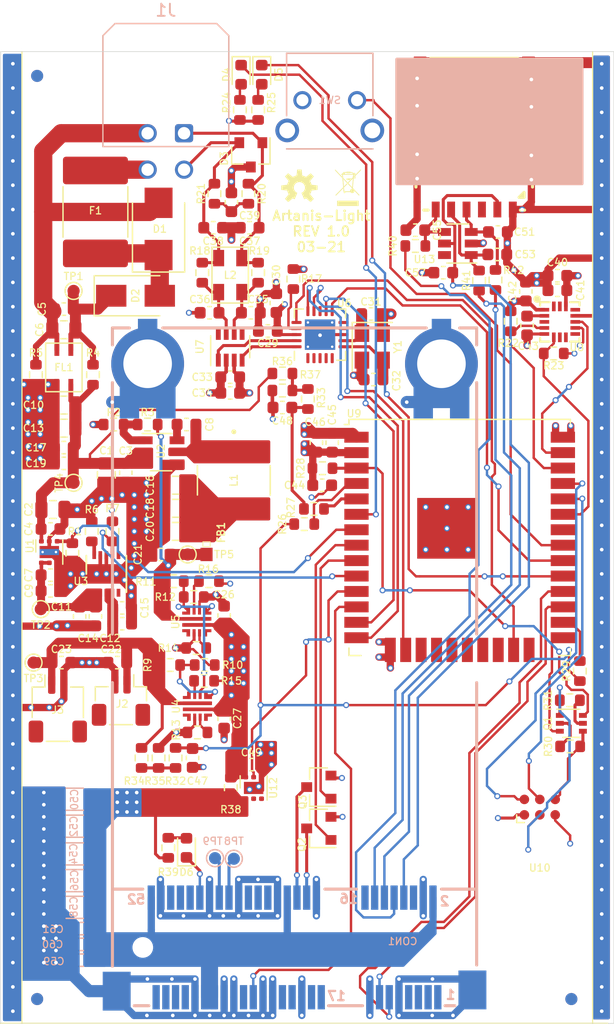
<source format=kicad_pcb>
(kicad_pcb (version 20171130) (host pcbnew "(5.1.9)-1")
  (layers (0 F.Cu signal) (1 In1.Cu power hide) (2 In2.Cu power hide) (31 B.Cu signal) (34 B.Paste user hide) (35 F.Paste user hide) (36 B.SilkS user) (37 F.SilkS user) (38 B.Mask user) (39 F.Mask user) (44 Edge.Cuts user))
  (net 0 "")
  (net 1 +12V)
  (net 2 GND)
  (net 3 /power/12V_FILTER_IN)
  (net 4 VIN_GND)
  (net 5 +5V)
  (net 6 "Net-(C8-Pad2)")
  (net 7 "Net-(C8-Pad1)")
  (net 8 +BATT)
  (net 9 /power/3V3_BUCK)
  (net 10 +3V3)
  (net 11 /canbus/xtalc0+)
  (net 12 /canbus/xtalc0-)
  (net 13 /canbus/CANL0)
  (net 14 /canbus/CANH0)
  (net 15 CANL)
  (net 16 CANH)
  (net 17 "Net-(C39-Pad2)")
  (net 18 "Net-(C43-Pad1)")
  (net 19 /esp32/SENSE_VBAT)
  (net 20 /esp32/SENSE_V12)
  (net 21 MODEM_3.3V)
  (net 22 /modem/sim_reset)
  (net 23 /modem/sim_clk)
  (net 24 /modem/sim_data)
  (net 25 /modem/sim_vcc)
  (net 26 "Net-(CON1-Pad1)")
  (net 27 "Net-(CON1-Pad3)")
  (net 28 "Net-(CON1-Pad5)")
  (net 29 "Net-(CON1-Pad6)")
  (net 30 "Net-(CON1-Pad7)")
  (net 31 "Net-(CON1-Pad10)")
  (net 32 /esp32/MODEM_RX)
  (net 33 "Net-(CON1-Pad12)")
  (net 34 /esp32/MODEM_TX)
  (net 35 "Net-(CON1-Pad14)")
  (net 36 "Net-(CON1-Pad16)")
  (net 37 /modem/MODEM_RI)
  (net 38 "Net-(CON1-Pad19)")
  (net 39 /modem/W_DISABLE)
  (net 40 /modem/PERST)
  (net 41 "Net-(CON1-Pad23)")
  (net 42 "Net-(CON1-Pad25)")
  (net 43 "Net-(CON1-Pad28)")
  (net 44 "Net-(CON1-Pad30)")
  (net 45 /esp32/MODEM_DTR)
  (net 46 "Net-(CON1-Pad32)")
  (net 47 "Net-(CON1-Pad33)")
  (net 48 /modem/USB_DM)
  (net 49 /modem/USB_DP)
  (net 50 /modem/LED_WWAN)
  (net 51 "Net-(CON1-Pad44)")
  (net 52 "Net-(CON1-Pad45)")
  (net 53 "Net-(CON1-Pad46)")
  (net 54 "Net-(CON1-Pad47)")
  (net 55 "Net-(CON1-Pad48)")
  (net 56 "Net-(CON1-Pad49)")
  (net 57 "Net-(CON1-Pad51)")
  (net 58 "Net-(D1-Pad1)")
  (net 59 "Net-(D4-Pad2)")
  (net 60 /esp32/LED_GREEN)
  (net 61 "Net-(D5-Pad2)")
  (net 62 /esp32/LED_BLUE)
  (net 63 "Net-(D6-Pad2)")
  (net 64 VIN_12V)
  (net 65 "Net-(J4-PadC6)")
  (net 66 CPU_ENABLE)
  (net 67 FTDI_DTR)
  (net 68 "Net-(Q1-Pad2)")
  (net 69 "Net-(Q1-Pad5)")
  (net 70 CPU_BOOT)
  (net 71 FTDI_CTS)
  (net 72 /esp32/MODEM_WDISABLE)
  (net 73 /esp32/MODEM_RESET)
  (net 74 /esp32/CHARGER_EN)
  (net 75 "Net-(R2-Pad1)")
  (net 76 "Net-(R6-Pad2)")
  (net 77 /esp32/CHARGE_STAT)
  (net 78 "Net-(R10-Pad2)")
  (net 79 /power/3V3_PG)
  (net 80 "Net-(R13-Pad1)")
  (net 81 "Net-(R14-Pad1)")
  (net 82 /power/IN2_PG)
  (net 83 /power/IN1_PG)
  (net 84 "Net-(R17-Pad1)")
  (net 85 /esp32/TWIO_SCK)
  (net 86 /esp32/TWIO_SDA)
  (net 87 "Net-(R26-Pad2)")
  (net 88 "Net-(R27-Pad2)")
  (net 89 "Net-(R29-Pad2)")
  (net 90 "Net-(R32-Pad2)")
  (net 91 "Net-(R33-Pad2)")
  (net 92 softreset)
  (net 93 "Net-(U3-Pad6)")
  (net 94 "Net-(U3-Pad5)")
  (net 95 "Net-(U4-Pad10)")
  (net 96 "Net-(U5-Pad10)")
  (net 97 /canbus/RxCAN)
  (net 98 /canbus/TxCAN)
  (net 99 /canbus/CSO)
  (net 100 /canbus/MISO)
  (net 101 /canbus/MOSI)
  (net 102 /canbus/SCLK)
  (net 103 /canbus/CAN0IRQ)
  (net 104 "Net-(U6-Pad1)")
  (net 105 "Net-(U7-Pad8)")
  (net 106 "Net-(U7-Pad5)")
  (net 107 /esp32/IMU_INT1)
  (net 108 "Net-(U8-Pad9)")
  (net 109 "Net-(U8-Pad7)")
  (net 110 FTDI_RXD)
  (net 111 FTDI_TXD)
  (net 112 "Net-(U9-Pad32)")
  (net 113 "Net-(U9-Pad24)")
  (net 114 "Net-(U9-Pad22)")
  (net 115 "Net-(U9-Pad21)")
  (net 116 "Net-(U9-Pad20)")
  (net 117 "Net-(U9-Pad19)")
  (net 118 "Net-(U9-Pad18)")
  (net 119 "Net-(U9-Pad17)")
  (net 120 /esp32/MODEM_RELAIS)
  (net 121 "Net-(U12-Pad3)")
  (net 122 "Net-(U12-Pad2)")
  (net 123 "Net-(U13-Pad6)")
  (net 124 "Net-(C16-Pad2)")
  (net 125 "Net-(U4-Pad7)")
  (net 126 "Net-(U5-Pad7)")
  (module OLIMEX_Connectors-FP:MM60-52B1-G1-R850 (layer B.Cu) (at 74.2 123.75)
    (fp_text reference CON1 (at 8.9 -0.5) (layer B.SilkS) (effects (font (size 0.6 0.6) (thickness 0.1)) (justify mirror)))
    (fp_text value "MSATA-PCIE_MINI-CARD-MM60-52B1-G1-R850(Digi-Key_PN_670-2516-2-ND)")
    (fp_text user 1 (at 12.85 3.9 180) (layer B.SilkS) (effects (font (size 0.762 0.762) (thickness 0.1905)) (justify mirror)))
    (fp_text user 17 (at 3.45 4 180) (layer B.SilkS) (effects (font (size 0.762 0.762) (thickness 0.1905)) (justify mirror)))
    (fp_text user 2 (at 12.35 -3.8 180) (layer B.SilkS) (effects (font (size 0.762 0.762) (thickness 0.1905)) (justify mirror)))
    (fp_text user 16 (at 4.45 -4 180) (layer B.SilkS) (effects (font (size 0.762 0.762) (thickness 0.1905)) (justify mirror)))
    (fp_text user 52 (at -13.05 -3.95 180) (layer B.SilkS) (effects (font (size 0.762 0.762) (thickness 0.1905)) (justify mirror)))
    (pad MP2 thru_hole circle (at -12.1 -48.05 180) (size 6 6) (drill 4) (layers *.Cu *.Mask) (net 2 GND))
    (pad MP1 thru_hole circle (at 12.1 -48.05 180) (size 6 6) (drill 4) (layers *.Cu *.Mask) (net 2 GND))
    (pad "" np_thru_hole circle (at 12.5 0 180) (size 1.6 1.6) (drill 1.6) (layers *.Cu *.Mask))
    (pad "" np_thru_hole circle (at -12.5 0 180) (size 1.1 1.1) (drill 1.1) (layers *.Cu *.Mask))
    (pad 1 smd rect (at 11.8 4.1 180) (size 0.6 2) (layers B.Cu B.Paste B.Mask) (net 26 "Net-(CON1-Pad1)"))
    (pad 2 smd rect (at 11.4 -4.1 180) (size 0.6 2) (layers B.Cu B.Paste B.Mask) (net 21 MODEM_3.3V))
    (pad 3 smd rect (at 11 4.1 180) (size 0.6 2) (layers B.Cu B.Paste B.Mask) (net 27 "Net-(CON1-Pad3)"))
    (pad 4 smd rect (at 10.6 -4.1 180) (size 0.6 2) (layers B.Cu B.Paste B.Mask) (net 2 GND))
    (pad 5 smd rect (at 10.2 4.1 180) (size 0.6 2) (layers B.Cu B.Paste B.Mask) (net 28 "Net-(CON1-Pad5)"))
    (pad 6 smd rect (at 9.8 -4.1 180) (size 0.6 2) (layers B.Cu B.Paste B.Mask) (net 29 "Net-(CON1-Pad6)"))
    (pad 7 smd rect (at 9.4 4.1 180) (size 0.6 2) (layers B.Cu B.Paste B.Mask) (net 30 "Net-(CON1-Pad7)"))
    (pad 8 smd rect (at 9 -4.1 180) (size 0.6 2) (layers B.Cu B.Paste B.Mask) (net 25 /modem/sim_vcc))
    (pad 9 smd rect (at 8.6 4.1 180) (size 0.6 2) (layers B.Cu B.Paste B.Mask) (net 2 GND))
    (pad 10 smd rect (at 8.2 -4.1 180) (size 0.6 2) (layers B.Cu B.Paste B.Mask) (net 31 "Net-(CON1-Pad10)"))
    (pad 11 smd rect (at 7.8 4.1 180) (size 0.6 2) (layers B.Cu B.Paste B.Mask) (net 32 /esp32/MODEM_RX))
    (pad 12 smd rect (at 7.4 -4.1 180) (size 0.6 2) (layers B.Cu B.Paste B.Mask) (net 33 "Net-(CON1-Pad12)"))
    (pad 13 smd rect (at 7 4.1 180) (size 0.6 2) (layers B.Cu B.Paste B.Mask) (net 34 /esp32/MODEM_TX))
    (pad 14 smd rect (at 6.6 -4.1 180) (size 0.6 2) (layers B.Cu B.Paste B.Mask) (net 35 "Net-(CON1-Pad14)"))
    (pad 15 smd rect (at 6.2 4.1 180) (size 0.6 2) (layers B.Cu B.Paste B.Mask) (net 2 GND))
    (pad 16 smd rect (at 5.8 -4.1 180) (size 0.6 2) (layers B.Cu B.Paste B.Mask) (net 36 "Net-(CON1-Pad16)"))
    (pad 17 smd rect (at 2.2 4.1 180) (size 0.6 2) (layers B.Cu B.Paste B.Mask) (net 37 /modem/MODEM_RI))
    (pad 18 smd rect (at 1.8 -4.1 180) (size 0.6 2) (layers B.Cu B.Paste B.Mask) (net 2 GND))
    (pad 19 smd rect (at 1.4 4.1 180) (size 0.6 2) (layers B.Cu B.Paste B.Mask) (net 38 "Net-(CON1-Pad19)"))
    (pad 20 smd rect (at 1 -4.1 180) (size 0.6 2) (layers B.Cu B.Paste B.Mask) (net 39 /modem/W_DISABLE))
    (pad 21 smd rect (at 0.6 4.1 180) (size 0.6 2) (layers B.Cu B.Paste B.Mask) (net 2 GND))
    (pad 22 smd rect (at 0.2 -4.1 180) (size 0.6 2) (layers B.Cu B.Paste B.Mask) (net 40 /modem/PERST))
    (pad 23 smd rect (at -0.2 4.1 180) (size 0.6 2) (layers B.Cu B.Paste B.Mask) (net 41 "Net-(CON1-Pad23)"))
    (pad 24 smd rect (at -0.6 -4.1 180) (size 0.6 2) (layers B.Cu B.Paste B.Mask) (net 21 MODEM_3.3V))
    (pad 25 smd rect (at -1 4.1 180) (size 0.6 2) (layers B.Cu B.Paste B.Mask) (net 42 "Net-(CON1-Pad25)"))
    (pad 26 smd rect (at -1.4 -4.1 180) (size 0.6 2) (layers B.Cu B.Paste B.Mask) (net 2 GND))
    (pad 27 smd rect (at -1.8 4.1 180) (size 0.6 2) (layers B.Cu B.Paste B.Mask) (net 2 GND))
    (pad 28 smd rect (at -2.2 -4.1 180) (size 0.6 2) (layers B.Cu B.Paste B.Mask) (net 43 "Net-(CON1-Pad28)"))
    (pad 29 smd rect (at -2.6 4.1 180) (size 0.6 2) (layers B.Cu B.Paste B.Mask) (net 2 GND))
    (pad 30 smd rect (at -3 -4.1 180) (size 0.6 2) (layers B.Cu B.Paste B.Mask) (net 44 "Net-(CON1-Pad30)"))
    (pad 31 smd rect (at -3.4 4.1 180) (size 0.6 2) (layers B.Cu B.Paste B.Mask) (net 45 /esp32/MODEM_DTR))
    (pad 32 smd rect (at -3.8 -4.1 180) (size 0.6 2) (layers B.Cu B.Paste B.Mask) (net 46 "Net-(CON1-Pad32)"))
    (pad 33 smd rect (at -4.2 4.1 180) (size 0.6 2) (layers B.Cu B.Paste B.Mask) (net 47 "Net-(CON1-Pad33)"))
    (pad 34 smd rect (at -4.6 -4.1 180) (size 0.6 2) (layers B.Cu B.Paste B.Mask) (net 2 GND))
    (pad 35 smd rect (at -5 4.1 180) (size 0.6 2) (layers B.Cu B.Paste B.Mask) (net 2 GND))
    (pad 36 smd rect (at -5.4 -4.1 180) (size 0.6 2) (layers B.Cu B.Paste B.Mask) (net 48 /modem/USB_DM))
    (pad 37 smd rect (at -5.8 4.1 180) (size 0.6 2) (layers B.Cu B.Paste B.Mask) (net 2 GND))
    (pad 38 smd rect (at -6.2 -4.1 180) (size 0.6 2) (layers B.Cu B.Paste B.Mask) (net 49 /modem/USB_DP))
    (pad 39 smd rect (at -6.6 4.1 180) (size 0.6 2) (layers B.Cu B.Paste B.Mask) (net 21 MODEM_3.3V))
    (pad 40 smd rect (at -7 -4.1 180) (size 0.6 2) (layers B.Cu B.Paste B.Mask) (net 2 GND))
    (pad 41 smd rect (at -7.4 4.1 180) (size 0.6 2) (layers B.Cu B.Paste B.Mask) (net 21 MODEM_3.3V))
    (pad 42 smd rect (at -7.8 -4.1 180) (size 0.6 2) (layers B.Cu B.Paste B.Mask) (net 50 /modem/LED_WWAN))
    (pad 43 smd rect (at -8.2 4.1 180) (size 0.6 2) (layers B.Cu B.Paste B.Mask) (net 2 GND))
    (pad 44 smd rect (at -8.6 -4.1 180) (size 0.6 2) (layers B.Cu B.Paste B.Mask) (net 51 "Net-(CON1-Pad44)"))
    (pad 45 smd rect (at -9 4.1 180) (size 0.6 2) (layers B.Cu B.Paste B.Mask) (net 52 "Net-(CON1-Pad45)"))
    (pad 46 smd rect (at -9.4 -4.1 180) (size 0.6 2) (layers B.Cu B.Paste B.Mask) (net 53 "Net-(CON1-Pad46)"))
    (pad 47 smd rect (at -9.8 4.1 180) (size 0.6 2) (layers B.Cu B.Paste B.Mask) (net 54 "Net-(CON1-Pad47)"))
    (pad 48 smd rect (at -10.2 -4.1 180) (size 0.6 2) (layers B.Cu B.Paste B.Mask) (net 55 "Net-(CON1-Pad48)"))
    (pad 49 smd rect (at -10.6 4.1 180) (size 0.6 2) (layers B.Cu B.Paste B.Mask) (net 56 "Net-(CON1-Pad49)"))
    (pad 50 smd rect (at -11 -4.1 180) (size 0.6 2) (layers B.Cu B.Paste B.Mask) (net 2 GND))
    (pad 51 smd rect (at -11.4 4.1 180) (size 0.6 2) (layers B.Cu B.Paste B.Mask) (net 57 "Net-(CON1-Pad51)"))
    (pad 52 smd rect (at -11.8 -4.1 180) (size 0.6 2) (layers B.Cu B.Paste B.Mask) (net 21 MODEM_3.3V))
    (pad MP1 smd rect (at 14.65 3.5 180) (size 2.3 3.2) (layers B.Cu B.Paste B.Mask) (net 2 GND))
    (pad MP2 smd rect (at -14.65 3.6 180) (size 2.3 3.2) (layers B.Cu B.Paste B.Mask) (net 2 GND))
    (pad MP1 smd rect (at 12.1 -50.8 180) (size 1.6 1.9) (layers B.Cu B.Mask) (net 2 GND))
    (pad MP1 smd rect (at 13.6 -44.9 180) (size 1.6 2.7) (layers B.Cu B.Mask) (net 2 GND))
    (pad MP1 smd rect (at 10.6 -44.9 180) (size 1.6 2.7) (layers B.Cu B.Mask) (net 2 GND))
    (pad MP2 smd rect (at -12.1 -50.8 180) (size 1.6 1.9) (layers B.Cu B.Mask) (net 2 GND))
    (pad MP2 smd rect (at -10.6 -44.9 180) (size 1.6 2.7) (layers B.Cu B.Mask) (net 2 GND))
    (pad MP2 smd rect (at -13.6 -44.9 180) (size 1.6 2.7) (layers B.Cu B.Mask) (net 2 GND))
  )
  (module Resistor_SMD:R_0603_1608Metric (layer F.Cu) (at 64.25 93.6 180)
    (fp_text reference R11 (at 2.3 -0.05 180) (layer F.SilkS) (effects (font (size 0.6 0.6) (thickness 0.1))))
    (fp_text value 51K)
    (pad 2 smd roundrect (at 0.825 0 180) (size 0.8 0.95) (layers F.Cu F.Paste F.Mask) (net 9 /power/3V3_BUCK))
    (pad 1 smd roundrect (at -0.825 0 180) (size 0.8 0.95) (layers F.Cu F.Paste F.Mask) (net 79 /power/3V3_PG))
  )
  (module Resistor_SMD:R_0603_1608Metric (layer F.Cu) (at 67.15 93.6)
    (fp_text reference R16 (at -0.05 -1) (layer F.SilkS) (effects (font (size 0.6 0.6) (thickness 0.1))))
    (fp_text value 10k)
    (pad 2 smd roundrect (at 0.825 0) (size 0.8 0.95) (layers F.Cu F.Paste F.Mask) (net 10 +3V3))
    (pad 1 smd roundrect (at -0.825 0) (size 0.8 0.95) (layers F.Cu F.Paste F.Mask) (net 83 /power/IN1_PG))
  )
  (module Resistor_SMD:R_0603_1608Metric (layer F.Cu) (at 65.9 94.9 180)
    (fp_text reference R12 (at 2.35 0) (layer F.SilkS) (effects (font (size 0.6 0.6) (thickness 0.1))))
    (fp_text value 33K)
    (pad 2 smd roundrect (at 0.825 0 180) (size 0.8 0.95) (layers F.Cu F.Paste F.Mask) (net 79 /power/3V3_PG))
    (pad 1 smd roundrect (at -0.825 0 180) (size 0.8 0.95) (layers F.Cu F.Paste F.Mask) (net 2 GND))
  )
  (module Resistor_SMD:R_0603_1608Metric (layer F.Cu) (at 71.2 54.8 90)
    (fp_text reference R25 (at 0.6 1.1 270) (layer F.SilkS) (effects (font (size 0.6 0.6) (thickness 0.1))))
    (fp_text value 1K)
    (pad 2 smd roundrect (at 0.825 0 90) (size 0.8 0.95) (layers F.Cu F.Paste F.Mask) (net 61 "Net-(D5-Pad2)"))
    (pad 1 smd roundrect (at -0.825 0 90) (size 0.8 0.95) (layers F.Cu F.Paste F.Mask) (net 10 +3V3))
  )
  (module Resistor_SMD:R_0603_1608Metric (layer F.Cu) (at 69.7 54.8 90)
    (fp_text reference R24 (at 0.6 -1.1 270) (layer F.SilkS) (effects (font (size 0.6 0.6) (thickness 0.1))))
    (fp_text value 1K)
    (pad 2 smd roundrect (at 0.825 0 90) (size 0.8 0.95) (layers F.Cu F.Paste F.Mask) (net 59 "Net-(D4-Pad2)"))
    (pad 1 smd roundrect (at -0.825 0 90) (size 0.8 0.95) (layers F.Cu F.Paste F.Mask) (net 10 +3V3))
  )
  (module Capacitor_SMD:C_0805_2012Metric (layer F.Cu) (at 64.4 87.6)
    (fp_text reference C18 (at -2.1 0 90) (layer F.SilkS) (effects (font (size 0.6 0.6) (thickness 0.1))))
    (fp_text value "22uF 25V")
    (pad 2 smd roundrect (at 0.95 0) (size 1 1.45) (layers F.Cu F.Paste F.Mask) (net 124 "Net-(C16-Pad2)"))
    (pad 1 smd roundrect (at -0.95 0) (size 1 1.45) (layers F.Cu F.Paste F.Mask) (net 2 GND))
  )
  (module Capacitor_SMD:C_0805_2012Metric (layer F.Cu) (at 64.4 85.7)
    (fp_text reference C16 (at -2.1 0 90) (layer F.SilkS) (effects (font (size 0.6 0.6) (thickness 0.1))))
    (fp_text value "22uF 25V")
    (pad 2 smd roundrect (at 0.95 0) (size 1 1.45) (layers F.Cu F.Paste F.Mask) (net 124 "Net-(C16-Pad2)"))
    (pad 1 smd roundrect (at -0.95 0) (size 1 1.45) (layers F.Cu F.Paste F.Mask) (net 2 GND))
  )
  (module Resistor_SMD:R_0603_1608Metric (layer F.Cu) (at 75 88.9)
    (fp_text reference R26 (at -1.8 0 90) (layer F.SilkS) (effects (font (size 0.6 0.6) (thickness 0.1))))
    (fp_text value R0)
    (pad 2 smd roundrect (at 0.825 0) (size 0.8 0.95) (layers F.Cu F.Paste F.Mask) (net 87 "Net-(R26-Pad2)"))
    (pad 1 smd roundrect (at -0.825 0) (size 0.8 0.95) (layers F.Cu F.Paste F.Mask) (net 19 /esp32/SENSE_VBAT))
  )
  (module 1255AY-3R9N_P3:IND_1255AY-3R9N=P3 (layer F.Cu) (at 69.2 85.3 270)
    (fp_text reference L1 (at 0 0 270) (layer F.SilkS) (effects (font (size 0.6 0.6) (thickness 0.1))))
    (fp_text value 1255AY-3R9N=P3)
    (pad 2 smd rect (at 2.35 0 270) (size 1.6 5.7) (layers F.Cu F.Paste F.Mask) (net 124 "Net-(C16-Pad2)"))
    (pad 1 smd rect (at -2.35 0 270) (size 1.6 5.7) (layers F.Cu F.Paste F.Mask) (net 7 "Net-(C8-Pad1)"))
  )
  (module Capacitor_SMD:C_0805_2012Metric (layer F.Cu) (at 58.7 84.85 90)
    (fp_text reference C1 (at 2 0) (layer F.SilkS) (effects (font (size 0.6 0.6) (thickness 0.1))))
    (fp_text value "10uF 50V")
    (pad 2 smd roundrect (at 0.95 0 90) (size 1 1.45) (layers F.Cu F.Paste F.Mask) (net 1 +12V))
    (pad 1 smd roundrect (at -0.95 0 90) (size 1 1.45) (layers F.Cu F.Paste F.Mask) (net 2 GND))
  )
  (module Capacitor_SMD:C_0603_1608Metric (layer F.Cu) (at 80.7 77 180)
    (fp_text reference C32 (at -1.9 -0.1 90) (layer F.SilkS) (effects (font (size 0.6 0.6) (thickness 0.1))))
    (fp_text value 33pf)
    (pad 2 smd roundrect (at 0.775 0 180) (size 0.9 0.95) (layers F.Cu F.Paste F.Mask) (net 2 GND))
    (pad 1 smd roundrect (at -0.775 0 180) (size 0.9 0.95) (layers F.Cu F.Paste F.Mask) (net 12 /canbus/xtalc0-))
  )
  (module Capacitor_SMD:C_0603_1608Metric (layer F.Cu) (at 80.5 71.6 180)
    (fp_text reference C31 (at 0 1 180) (layer F.SilkS) (effects (font (size 0.6 0.6) (thickness 0.1))))
    (fp_text value 33pf)
    (pad 2 smd roundrect (at 0.775 0 180) (size 0.9 0.95) (layers F.Cu F.Paste F.Mask) (net 11 /canbus/xtalc0+))
    (pad 1 smd roundrect (at -0.775 0 180) (size 0.9 0.95) (layers F.Cu F.Paste F.Mask) (net 2 GND))
  )
  (module Connector_JST:JST_SH_BM02B-SRSS-TB_1x02-1MP_P1.00mm_Vertical (layer F.Cu) (at 59.9 103.4 180)
    (fp_text reference J2 (at -0.1 -0.3) (layer F.SilkS) (effects (font (size 0.6 0.6) (thickness 0.1))))
    (fp_text value Conn_01x02_Male)
    (pad MP smd roundrect (at 1.8 -1.2 180) (size 1.2 1.8) (layers F.Cu F.Paste F.Mask) (roundrect_rratio 0.208333))
    (pad MP smd roundrect (at -1.8 -1.2 180) (size 1.2 1.8) (layers F.Cu F.Paste F.Mask) (roundrect_rratio 0.208333))
    (pad 2 smd roundrect (at 0.5 1.325 180) (size 0.6 1.55) (layers F.Cu F.Paste F.Mask) (net 2 GND))
    (pad 1 smd roundrect (at -0.5 1.325 180) (size 0.6 1.55) (layers F.Cu F.Paste F.Mask) (net 8 +BATT))
  )
  (module Connector_JST:JST_SH_SM02B-SRSS-TB_1x02-1MP_P1.00mm_Horizontal (layer F.Cu) (at 54.7 104.1)
    (fp_text reference J3 (at 0 0.1) (layer F.SilkS) (effects (font (size 0.6 0.6) (thickness 0.1))))
    (fp_text value Conn_01x02_Male)
    (pad MP smd roundrect (at 1.8 1.875) (size 1.2 1.8) (layers F.Cu F.Paste F.Mask) (roundrect_rratio 0.208333))
    (pad MP smd roundrect (at -1.8 1.875) (size 1.2 1.8) (layers F.Cu F.Paste F.Mask) (roundrect_rratio 0.208333))
    (pad 2 smd roundrect (at 0.5 -2) (size 0.6 1.55) (layers F.Cu F.Paste F.Mask) (net 2 GND))
    (pad 1 smd roundrect (at -0.5 -2) (size 0.6 1.55) (layers F.Cu F.Paste F.Mask) (net 8 +BATT))
  )
  (module Capacitor_SMD:C_0603_1608Metric (layer F.Cu) (at 57.8 96.5 270)
    (fp_text reference C14 (at 1.8 0.6 180) (layer F.SilkS) (effects (font (size 0.6 0.6) (thickness 0.1))))
    (fp_text value 100nF)
    (pad 2 smd roundrect (at 0.775 0 270) (size 0.9 0.95) (layers F.Cu F.Paste F.Mask) (net 2 GND))
    (pad 1 smd roundrect (at -0.775 0 270) (size 0.9 0.95) (layers F.Cu F.Paste F.Mask) (net 5 +5V))
  )
  (module Capacitor_SMD:C_0603_1608Metric (layer F.Cu) (at 60 97.1)
    (fp_text reference C12 (at -1 1.2 180) (layer F.SilkS) (effects (font (size 0.6 0.6) (thickness 0.1))))
    (fp_text value 4.7uF)
    (pad 2 smd roundrect (at 0.775 0) (size 0.9 0.95) (layers F.Cu F.Paste F.Mask) (net 2 GND))
    (pad 1 smd roundrect (at -0.775 0) (size 0.9 0.95) (layers F.Cu F.Paste F.Mask) (net 8 +BATT))
  )
  (module Capacitor_SMD:C_0603_1608Metric (layer F.Cu) (at 60 95.8)
    (fp_text reference C15 (at 1.85 0 270) (layer F.SilkS) (effects (font (size 0.6 0.6) (thickness 0.1))))
    (fp_text value 100nF)
    (pad 2 smd roundrect (at 0.775 0) (size 0.9 0.95) (layers F.Cu F.Paste F.Mask) (net 2 GND))
    (pad 1 smd roundrect (at -0.775 0) (size 0.9 0.95) (layers F.Cu F.Paste F.Mask) (net 8 +BATT))
  )
  (module Resistor_SMD:R_0603_1608Metric (layer F.Cu) (at 59.2 89.5 90)
    (fp_text reference R7 (at 1.9 0) (layer F.SilkS) (effects (font (size 0.6 0.6) (thickness 0.1))))
    (fp_text value 10k)
    (pad 2 smd roundrect (at 0.825 0 90) (size 0.8 0.95) (layers F.Cu F.Paste F.Mask) (net 10 +3V3))
    (pad 1 smd roundrect (at -0.825 0 90) (size 0.8 0.95) (layers F.Cu F.Paste F.Mask) (net 77 /esp32/CHARGE_STAT))
  )
  (module Resistor_SMD:R_0603_1608Metric (layer F.Cu) (at 57.5 89.5 270)
    (fp_text reference R6 (at -1.8 0 180) (layer F.SilkS) (effects (font (size 0.6 0.6) (thickness 0.1))))
    (fp_text value 3.9k)
    (pad 2 smd roundrect (at 0.825 0 270) (size 0.8 0.95) (layers F.Cu F.Paste F.Mask) (net 76 "Net-(R6-Pad2)"))
    (pad 1 smd roundrect (at -0.825 0 270) (size 0.8 0.95) (layers F.Cu F.Paste F.Mask) (net 2 GND))
  )
  (module Capacitor_SMD:C_0805_2012Metric (layer F.Cu) (at 55.2 79.1)
    (fp_text reference C10 (at -2.5 0 180) (layer F.SilkS) (effects (font (size 0.6 0.6) (thickness 0.1))))
    (fp_text value "10uF 50V")
    (pad 2 smd roundrect (at 0.95 0) (size 1 1.45) (layers F.Cu F.Paste F.Mask) (net 1 +12V))
    (pad 1 smd roundrect (at -0.95 0) (size 1 1.45) (layers F.Cu F.Paste F.Mask) (net 2 GND))
  )
  (module Capacitor_SMD:C_0805_2012Metric (layer F.Cu) (at 55.2 81)
    (fp_text reference C13 (at -2.5 0) (layer F.SilkS) (effects (font (size 0.6 0.6) (thickness 0.1))))
    (fp_text value "10uF 50V")
    (pad 2 smd roundrect (at 0.95 0) (size 1 1.45) (layers F.Cu F.Paste F.Mask) (net 1 +12V))
    (pad 1 smd roundrect (at -0.95 0) (size 1 1.45) (layers F.Cu F.Paste F.Mask) (net 2 GND))
  )
  (module Resistor_SMD:R_0603_1608Metric (layer F.Cu) (at 96.9 107.2 180)
    (fp_text reference R30 (at 1.8 0 90) (layer F.SilkS) (effects (font (size 0.6 0.6) (thickness 0.1))))
    (fp_text value 10K)
    (pad 2 smd roundrect (at 0.825 0 180) (size 0.8 0.95) (layers F.Cu F.Paste F.Mask) (net 68 "Net-(Q1-Pad2)"))
    (pad 1 smd roundrect (at -0.825 0 180) (size 0.8 0.95) (layers F.Cu F.Paste F.Mask) (net 67 FTDI_DTR))
  )
  (module Resistor_SMD:R_0603_1608Metric (layer F.Cu) (at 96.875 103.4)
    (fp_text reference R31 (at -1.8 0 270) (layer F.SilkS) (effects (font (size 0.6 0.6) (thickness 0.1))))
    (fp_text value 10K)
    (pad 2 smd roundrect (at 0.825 0) (size 0.8 0.95) (layers F.Cu F.Paste F.Mask) (net 69 "Net-(Q1-Pad5)"))
    (pad 1 smd roundrect (at -0.825 0) (size 0.8 0.95) (layers F.Cu F.Paste F.Mask) (net 71 FTDI_CTS))
  )
  (module Resistor_SMD:R_0603_1608Metric (layer F.Cu) (at 97.7 101 90)
    (fp_text reference R29 (at 0 -1.1 90) (layer F.SilkS) (effects (font (size 0.6 0.6) (thickness 0.1))))
    (fp_text value R0)
    (pad 2 smd roundrect (at 0.825 0 90) (size 0.8 0.95) (layers F.Cu F.Paste F.Mask) (net 89 "Net-(R29-Pad2)"))
    (pad 1 smd roundrect (at -0.825 0 90) (size 0.8 0.95) (layers F.Cu F.Paste F.Mask) (net 19 /esp32/SENSE_VBAT))
  )
  (module TestPoint:TestPoint_Pad_D1.0mm (layer B.Cu) (at 69.2 116.45)
    (fp_text reference TP8 (at 0 -1.45) (layer B.SilkS) (effects (font (size 0.6 0.6) (thickness 0.1)) (justify mirror)))
    (fp_text value L0)
    (pad 1 smd circle (at 0 0) (size 1 1) (layers B.Cu B.Mask) (net 48 /modem/USB_DM))
  )
  (module TestPoint:TestPoint_Pad_D1.0mm (layer B.Cu) (at 67.65 116.4)
    (fp_text reference TP9 (at -0.2 -1.4) (layer B.SilkS) (effects (font (size 0.6 0.6) (thickness 0.1)) (justify mirror)))
    (fp_text value L0)
    (pad 1 smd circle (at 0 0) (size 1 1) (layers B.Cu B.Mask) (net 49 /modem/USB_DP))
  )
  (module Capacitor_SMD:C_0603_1608Metric (layer F.Cu) (at 55.2 71.2)
    (fp_text reference C5 (at -1.8 0 270) (layer F.SilkS) (effects (font (size 0.6 0.6) (thickness 0.1))))
    (fp_text value "100pF 50V")
    (pad 2 smd roundrect (at 0.775 0) (size 0.9 0.95) (layers F.Cu F.Paste F.Mask) (net 3 /power/12V_FILTER_IN))
    (pad 1 smd roundrect (at -0.775 0) (size 0.9 0.95) (layers F.Cu F.Paste F.Mask) (net 4 VIN_GND))
  )
  (module TestPoint:TestPoint_Pad_D1.0mm (layer F.Cu) (at 56 69.7)
    (fp_text reference TP1 (at 0 -1.2) (layer F.SilkS) (effects (font (size 0.6 0.6) (thickness 0.1))))
    (fp_text value L0)
    (pad 1 smd circle (at 0 0) (size 1 1) (layers F.Cu F.Mask) (net 3 /power/12V_FILTER_IN))
  )
  (module Capacitor_SMD:C_0603_1608Metric (layer F.Cu) (at 69 62.4 270)
    (fp_text reference C39 (at 1.1 -1.5) (layer F.SilkS) (effects (font (size 0.6 0.6) (thickness 0.1))))
    (fp_text value 4.7nf-DNP)
    (pad 2 smd roundrect (at 0.775 0 270) (size 0.9 0.95) (layers F.Cu F.Paste F.Mask) (net 17 "Net-(C39-Pad2)"))
    (pad 1 smd roundrect (at -0.775 0 270) (size 0.9 0.95) (layers F.Cu F.Paste F.Mask) (net 2 GND))
  )
  (module Capacitor_SMD:C_0603_1608Metric (layer F.Cu) (at 84.15 64.7 180)
    (fp_text reference C55 (at -1.8 0 270) (layer F.SilkS) (effects (font (size 0.6 0.6) (thickness 0.1))))
    (fp_text value 33pF)
    (pad 2 smd roundrect (at 0.775 0 180) (size 0.9 0.95) (layers F.Cu F.Paste F.Mask) (net 2 GND))
    (pad 1 smd roundrect (at -0.775 0 180) (size 0.9 0.95) (layers F.Cu F.Paste F.Mask) (net 24 /modem/sim_data))
  )
  (module Resistor_SMD:R_0603_1608Metric (layer F.Cu) (at 84.15 66 180)
    (fp_text reference R40 (at 1.85 0 90) (layer F.SilkS) (effects (font (size 0.6 0.6) (thickness 0.1))))
    (fp_text value 22R)
    (pad 2 smd roundrect (at 0.825 0 180) (size 0.8 0.95) (layers F.Cu F.Paste F.Mask) (net 31 "Net-(CON1-Pad10)"))
    (pad 1 smd roundrect (at -0.825 0 180) (size 0.8 0.95) (layers F.Cu F.Paste F.Mask) (net 24 /modem/sim_data))
  )
  (module Capacitor_SMD:C_0603_1608Metric (layer F.Cu) (at 86.45 68.2 180)
    (fp_text reference C57 (at 2.3 0) (layer F.SilkS) (effects (font (size 0.6 0.6) (thickness 0.1))))
    (fp_text value 100nF)
    (pad 2 smd roundrect (at 0.775 0 180) (size 0.9 0.95) (layers F.Cu F.Paste F.Mask) (net 2 GND))
    (pad 1 smd roundrect (at -0.775 0 180) (size 0.9 0.95) (layers F.Cu F.Paste F.Mask) (net 25 /modem/sim_vcc))
  )
  (module Resistor_SMD:R_0603_1608Metric (layer F.Cu) (at 89.4 68.85 270)
    (fp_text reference R41 (at 0 1.05 90) (layer F.SilkS) (effects (font (size 0.6 0.6) (thickness 0.1))))
    (fp_text value 22R)
    (pad 2 smd roundrect (at 0.825 0 270) (size 0.8 0.95) (layers F.Cu F.Paste F.Mask) (net 33 "Net-(CON1-Pad12)"))
    (pad 1 smd roundrect (at -0.825 0 270) (size 0.8 0.95) (layers F.Cu F.Paste F.Mask) (net 23 /modem/sim_clk))
  )
  (module Capacitor_SMD:C_0603_1608Metric (layer F.Cu) (at 90.9 66.7)
    (fp_text reference C53 (at 2.3 0 180) (layer F.SilkS) (effects (font (size 0.6 0.6) (thickness 0.1))))
    (fp_text value 33pF)
    (pad 2 smd roundrect (at 0.775 0) (size 0.9 0.95) (layers F.Cu F.Paste F.Mask) (net 2 GND))
    (pad 1 smd roundrect (at -0.775 0) (size 0.9 0.95) (layers F.Cu F.Paste F.Mask) (net 23 /modem/sim_clk))
  )
  (module Capacitor_SMD:C_0603_1608Metric (layer F.Cu) (at 90.95 64.85)
    (fp_text reference C51 (at 2.2 0) (layer F.SilkS) (effects (font (size 0.6 0.6) (thickness 0.1))))
    (fp_text value 33pF)
    (pad 2 smd roundrect (at 0.775 0) (size 0.9 0.95) (layers F.Cu F.Paste F.Mask) (net 2 GND))
    (pad 1 smd roundrect (at -0.775 0) (size 0.9 0.95) (layers F.Cu F.Paste F.Mask) (net 22 /modem/sim_reset))
  )
  (module Capacitor_SMD:C_0603_1608Metric (layer F.Cu) (at 95.85 69.65 180)
    (fp_text reference C41 (at -1.9 0 270) (layer F.SilkS) (effects (font (size 0.6 0.6) (thickness 0.1))))
    (fp_text value 100nF)
    (pad 2 smd roundrect (at 0.775 0 180) (size 0.9 0.95) (layers F.Cu F.Paste F.Mask) (net 2 GND))
    (pad 1 smd roundrect (at -0.775 0 180) (size 0.9 0.95) (layers F.Cu F.Paste F.Mask) (net 10 +3V3))
  )
  (module Capacitor_SMD:C_0603_1608Metric (layer F.Cu) (at 95.85 68.45 180)
    (fp_text reference C40 (at 0 1.1 180) (layer F.SilkS) (effects (font (size 0.6 0.6) (thickness 0.1))))
    (fp_text value 4.7uF)
    (pad 2 smd roundrect (at 0.775 0 180) (size 0.9 0.95) (layers F.Cu F.Paste F.Mask) (net 2 GND))
    (pad 1 smd roundrect (at -0.775 0 180) (size 0.9 0.95) (layers F.Cu F.Paste F.Mask) (net 10 +3V3))
  )
  (module Capacitor_SMD:C_0603_1608Metric (layer F.Cu) (at 93.25 69.75 270)
    (fp_text reference C42 (at 0 1.1 90) (layer F.SilkS) (effects (font (size 0.6 0.6) (thickness 0.1))))
    (fp_text value 100nF)
    (pad 2 smd roundrect (at 0.775 0 270) (size 0.9 0.95) (layers F.Cu F.Paste F.Mask) (net 10 +3V3))
    (pad 1 smd roundrect (at -0.775 0 270) (size 0.9 0.95) (layers F.Cu F.Paste F.Mask) (net 2 GND))
  )
  (module Resistor_SMD:R_0603_1608Metric (layer F.Cu) (at 92 72.2 90)
    (fp_text reference R22 (at -1.8 -0.2) (layer F.SilkS) (effects (font (size 0.6 0.6) (thickness 0.1))))
    (fp_text value 10k)
    (pad 2 smd roundrect (at 0.825 0 90) (size 0.8 0.95) (layers F.Cu F.Paste F.Mask) (net 10 +3V3))
    (pad 1 smd roundrect (at -0.825 0 90) (size 0.8 0.95) (layers F.Cu F.Paste F.Mask) (net 85 /esp32/TWIO_SCK))
  )
  (module Capacitor_SMD:C_0603_1608Metric (layer F.Cu) (at 76.475 85.7 180)
    (fp_text reference C44 (at 2.275 0) (layer F.SilkS) (effects (font (size 0.6 0.6) (thickness 0.1))))
    (fp_text value 100nF)
    (pad 2 smd roundrect (at 0.775 0 180) (size 0.9 0.95) (layers F.Cu F.Paste F.Mask) (net 10 +3V3))
    (pad 1 smd roundrect (at -0.775 0 180) (size 0.9 0.95) (layers F.Cu F.Paste F.Mask) (net 2 GND))
  )
  (module Capacitor_SMD:C_0603_1608Metric (layer F.Cu) (at 77.3 82.2 90)
    (fp_text reference C45 (at 2.3 0 270) (layer F.SilkS) (effects (font (size 0.6 0.6) (thickness 0.1))))
    (fp_text value 100nF)
    (pad 2 smd roundrect (at 0.775 0 90) (size 0.9 0.95) (layers F.Cu F.Paste F.Mask) (net 2 GND))
    (pad 1 smd roundrect (at -0.775 0 90) (size 0.9 0.95) (layers F.Cu F.Paste F.Mask) (net 10 +3V3))
  )
  (module Capacitor_SMD:C_0603_1608Metric (layer F.Cu) (at 76 82.2 90)
    (fp_text reference C46 (at 1.7 -0.1 180) (layer F.SilkS) (effects (font (size 0.6 0.6) (thickness 0.1))))
    (fp_text value 10uF)
    (pad 2 smd roundrect (at 0.775 0 90) (size 0.9 0.95) (layers F.Cu F.Paste F.Mask) (net 2 GND))
    (pad 1 smd roundrect (at -0.775 0 90) (size 0.9 0.95) (layers F.Cu F.Paste F.Mask) (net 10 +3V3))
  )
  (module Resistor_SMD:R_0603_1608Metric (layer F.Cu) (at 76.5 84.3 180)
    (fp_text reference R28 (at 1.8 0 270) (layer F.SilkS) (effects (font (size 0.6 0.6) (thickness 0.1))))
    (fp_text value 10K)
    (pad 2 smd roundrect (at 0.825 0 180) (size 0.8 0.95) (layers F.Cu F.Paste F.Mask) (net 10 +3V3))
    (pad 1 smd roundrect (at -0.825 0 180) (size 0.8 0.95) (layers F.Cu F.Paste F.Mask) (net 66 CPU_ENABLE))
  )
  (module Capacitor_SMD:C_0603_1608Metric (layer B.Cu) (at 56.675 124.8 180)
    (fp_text reference C59 (at 2.3 -0.1) (layer B.SilkS) (effects (font (size 0.6 0.6) (thickness 0.1)) (justify mirror)))
    (fp_text value 100nF)
    (pad 2 smd roundrect (at 0.775 0 180) (size 0.9 0.95) (layers B.Cu B.Paste B.Mask) (net 2 GND))
    (pad 1 smd roundrect (at -0.775 0 180) (size 0.9 0.95) (layers B.Cu B.Paste B.Mask) (net 21 MODEM_3.3V))
  )
  (module Capacitor_SMD:C_0603_1608Metric (layer B.Cu) (at 56.675 123.5 180)
    (fp_text reference C60 (at 2.4 0 180) (layer B.SilkS) (effects (font (size 0.6 0.6) (thickness 0.1)) (justify mirror)))
    (fp_text value 33pF)
    (pad 2 smd roundrect (at 0.775 0 180) (size 0.9 0.95) (layers B.Cu B.Paste B.Mask) (net 2 GND))
    (pad 1 smd roundrect (at -0.775 0 180) (size 0.9 0.95) (layers B.Cu B.Paste B.Mask) (net 21 MODEM_3.3V))
  )
  (module Capacitor_SMD:C_0603_1608Metric (layer B.Cu) (at 56.675 122.2 180)
    (fp_text reference C61 (at 2.36 -0.05) (layer B.SilkS) (effects (font (size 0.6 0.6) (thickness 0.1)) (justify mirror)))
    (fp_text value 10pF)
    (pad 2 smd roundrect (at 0.775 0 180) (size 0.9 0.95) (layers B.Cu B.Paste B.Mask) (net 2 GND))
    (pad 1 smd roundrect (at -0.775 0 180) (size 0.9 0.95) (layers B.Cu B.Paste B.Mask) (net 21 MODEM_3.3V))
  )
  (module Capacitor_SMD:C_1206_3216Metric (layer B.Cu) (at 56.075 118.25 180)
    (fp_text reference C56 (at 0 0.03 90) (layer B.SilkS) (effects (font (size 0.6 0.6) (thickness 0.1)) (justify mirror)))
    (fp_text value 100uF)
    (pad 2 smd roundrect (at 1.475 0 180) (size 1.15 1.8) (layers B.Cu B.Paste B.Mask) (roundrect_rratio 0.217391) (net 2 GND))
    (pad 1 smd roundrect (at -1.475 0 180) (size 1.15 1.8) (layers B.Cu B.Paste B.Mask) (roundrect_rratio 0.217391) (net 21 MODEM_3.3V))
  )
  (module Capacitor_SMD:C_1206_3216Metric (layer B.Cu) (at 56.1 113.77 180)
    (fp_text reference C52 (at 0.08 -0.02 90) (layer B.SilkS) (effects (font (size 0.6 0.6) (thickness 0.1)) (justify mirror)))
    (fp_text value 100uF)
    (pad 2 smd roundrect (at 1.475 0 180) (size 1.15 1.8) (layers B.Cu B.Paste B.Mask) (roundrect_rratio 0.217391) (net 2 GND))
    (pad 1 smd roundrect (at -1.475 0 180) (size 1.15 1.8) (layers B.Cu B.Paste B.Mask) (roundrect_rratio 0.217391) (net 21 MODEM_3.3V))
  )
  (module Capacitor_SMD:C_1206_3216Metric (layer B.Cu) (at 56.1 111.55 180)
    (fp_text reference C50 (at 0.03 -0.02 90) (layer B.SilkS) (effects (font (size 0.6 0.6) (thickness 0.1)) (justify mirror)))
    (fp_text value 100uF)
    (pad 2 smd roundrect (at 1.475 0 180) (size 1.15 1.8) (layers B.Cu B.Paste B.Mask) (roundrect_rratio 0.217391) (net 2 GND))
    (pad 1 smd roundrect (at -1.475 0 180) (size 1.15 1.8) (layers B.Cu B.Paste B.Mask) (roundrect_rratio 0.217391) (net 21 MODEM_3.3V))
  )
  (module Package_TO_SOT_SMD:SOT-23 (layer F.Cu) (at 76.2 113.95 180)
    (fp_text reference Q2 (at 1.38 -1.33 270) (layer F.SilkS) (effects (font (size 0.6 0.6) (thickness 0.1))))
    (fp_text value MMUN2233LT1G)
    (pad 3 smd rect (at 1 0 180) (size 0.9 0.8) (layers F.Cu F.Paste F.Mask) (net 39 /modem/W_DISABLE))
    (pad 2 smd rect (at -1 0.95 180) (size 0.9 0.8) (layers F.Cu F.Paste F.Mask) (net 2 GND))
    (pad 1 smd rect (at -1 -0.95 180) (size 0.9 0.8) (layers F.Cu F.Paste F.Mask) (net 72 /esp32/MODEM_WDISABLE))
  )
  (module Capacitor_SMD:C_0603_1608Metric (layer F.Cu) (at 70.65 108.7)
    (fp_text reference C49 (at 0 -1 180) (layer F.SilkS) (effects (font (size 0.6 0.6) (thickness 0.1))))
    (fp_text value 10uF)
    (pad 2 smd roundrect (at 0.775 0) (size 0.9 0.95) (layers F.Cu F.Paste F.Mask) (net 2 GND))
    (pad 1 smd roundrect (at -0.775 0) (size 0.9 0.95) (layers F.Cu F.Paste F.Mask) (net 10 +3V3))
  )
  (module Resistor_SMD:R_0603_1608Metric (layer F.Cu) (at 68.95 110.6 270)
    (fp_text reference R38 (at 1.8 0 180) (layer F.SilkS) (effects (font (size 0.6 0.6) (thickness 0.1))))
    (fp_text value R0-DNP)
    (pad 2 smd roundrect (at 0.825 0 270) (size 0.8 0.95) (layers F.Cu F.Paste F.Mask) (net 21 MODEM_3.3V))
    (pad 1 smd roundrect (at -0.825 0 270) (size 0.8 0.95) (layers F.Cu F.Paste F.Mask) (net 10 +3V3))
  )
  (module Resistor_SMD:R_0603_1608Metric (layer F.Cu) (at 61.6 108.15 270)
    (fp_text reference R34 (at 1.9 0.6 180) (layer F.SilkS) (effects (font (size 0.6 0.6) (thickness 0.1))))
    (fp_text value 22K)
    (pad 2 smd roundrect (at 0.825 0 270) (size 0.8 0.95) (layers F.Cu F.Paste F.Mask) (net 90 "Net-(R32-Pad2)"))
    (pad 1 smd roundrect (at -0.825 0 270) (size 0.8 0.95) (layers F.Cu F.Paste F.Mask) (net 8 +BATT))
  )
  (module Resistor_SMD:R_0603_1608Metric (layer F.Cu) (at 63 108.15 90)
    (fp_text reference R35 (at -1.9 -0.3 180) (layer F.SilkS) (effects (font (size 0.6 0.6) (thickness 0.1))))
    (fp_text value 5K)
    (pad 2 smd roundrect (at 0.825 0 90) (size 0.8 0.95) (layers F.Cu F.Paste F.Mask) (net 2 GND))
    (pad 1 smd roundrect (at -0.825 0 90) (size 0.8 0.95) (layers F.Cu F.Paste F.Mask) (net 90 "Net-(R32-Pad2)"))
  )
  (module Resistor_SMD:R_0603_1608Metric (layer F.Cu) (at 64.4 108.15 270)
    (fp_text reference R32 (at 1.9 0 180) (layer F.SilkS) (effects (font (size 0.6 0.6) (thickness 0.1))))
    (fp_text value 1K)
    (pad 2 smd roundrect (at 0.825 0 270) (size 0.8 0.95) (layers F.Cu F.Paste F.Mask) (net 90 "Net-(R32-Pad2)"))
    (pad 1 smd roundrect (at -0.825 0 270) (size 0.8 0.95) (layers F.Cu F.Paste F.Mask) (net 19 /esp32/SENSE_VBAT))
  )
  (module Capacitor_SMD:C_0603_1608Metric (layer F.Cu) (at 65.8 108.15 90)
    (fp_text reference C47 (at -1.9 0.4 180) (layer F.SilkS) (effects (font (size 0.6 0.6) (thickness 0.1))))
    (fp_text value 100nF)
    (pad 2 smd roundrect (at 0.775 0 90) (size 0.9 0.95) (layers F.Cu F.Paste F.Mask) (net 19 /esp32/SENSE_VBAT))
    (pad 1 smd roundrect (at -0.775 0 90) (size 0.9 0.95) (layers F.Cu F.Paste F.Mask) (net 2 GND))
  )
  (module Resistor_SMD:R_0603_1608Metric (layer F.Cu) (at 66.2 106.05 180)
    (fp_text reference R13 (at 1.75 0.2 270) (layer F.SilkS) (effects (font (size 0.6 0.6) (thickness 0.1))))
    (fp_text value 1K)
    (pad 2 smd roundrect (at 0.825 0 180) (size 0.8 0.95) (layers F.Cu F.Paste F.Mask) (net 2 GND))
    (pad 1 smd roundrect (at -0.825 0 180) (size 0.8 0.95) (layers F.Cu F.Paste F.Mask) (net 80 "Net-(R13-Pad1)"))
  )
  (module Capacitor_SMD:C_0603_1608Metric (layer F.Cu) (at 68.4 104.925 270)
    (fp_text reference C27 (at -0.025 -1.1 270) (layer F.SilkS) (effects (font (size 0.6 0.6) (thickness 0.1))))
    (fp_text value 10uF)
    (pad 2 smd roundrect (at 0.775 0 270) (size 0.9 0.95) (layers F.Cu F.Paste F.Mask) (net 2 GND))
    (pad 1 smd roundrect (at -0.775 0 270) (size 0.9 0.95) (layers F.Cu F.Paste F.Mask) (net 10 +3V3))
  )
  (module Resistor_SMD:R_0603_1608Metric (layer F.Cu) (at 63.95 100.5 180)
    (fp_text reference R9 (at 1.85 0 270) (layer F.SilkS) (effects (font (size 0.6 0.6) (thickness 0.1))))
    (fp_text value 100K)
    (pad 2 smd roundrect (at 0.825 0 180) (size 0.8 0.95) (layers F.Cu F.Paste F.Mask) (net 8 +BATT))
    (pad 1 smd roundrect (at -0.825 0 180) (size 0.8 0.95) (layers F.Cu F.Paste F.Mask) (net 78 "Net-(R10-Pad2)"))
  )
  (module Resistor_SMD:R_0603_1608Metric (layer F.Cu) (at 66.75 101.8)
    (fp_text reference R15 (at 2.25 0) (layer F.SilkS) (effects (font (size 0.6 0.6) (thickness 0.1))))
    (fp_text value 10k)
    (pad 2 smd roundrect (at 0.825 0) (size 0.8 0.95) (layers F.Cu F.Paste F.Mask) (net 10 +3V3))
    (pad 1 smd roundrect (at -0.825 0) (size 0.8 0.95) (layers F.Cu F.Paste F.Mask) (net 82 /power/IN2_PG))
  )
  (module Resistor_SMD:R_0603_1608Metric (layer F.Cu) (at 66.1 99.1 180)
    (fp_text reference R14 (at 2.3 0 180) (layer F.SilkS) (effects (font (size 0.6 0.6) (thickness 0.1))))
    (fp_text value 1K)
    (pad 2 smd roundrect (at 0.825 0 180) (size 0.8 0.95) (layers F.Cu F.Paste F.Mask) (net 2 GND))
    (pad 1 smd roundrect (at -0.825 0 180) (size 0.8 0.95) (layers F.Cu F.Paste F.Mask) (net 81 "Net-(R14-Pad1)"))
  )
  (module Capacitor_SMD:C_0603_1608Metric (layer F.Cu) (at 59.6 100.3 180)
    (fp_text reference C22 (at 0.5 1.1 180) (layer F.SilkS) (effects (font (size 0.6 0.6) (thickness 0.1))))
    (fp_text value 4.7uF)
    (pad 2 smd roundrect (at 0.775 0 180) (size 0.9 0.95) (layers F.Cu F.Paste F.Mask) (net 2 GND))
    (pad 1 smd roundrect (at -0.775 0 180) (size 0.9 0.95) (layers F.Cu F.Paste F.Mask) (net 8 +BATT))
  )
  (module Capacitor_SMD:C_0603_1608Metric (layer F.Cu) (at 55 100.3)
    (fp_text reference C23 (at 0 -1.1) (layer F.SilkS) (effects (font (size 0.6 0.6) (thickness 0.1))))
    (fp_text value 4.7uF)
    (pad 2 smd roundrect (at 0.775 0) (size 0.9 0.95) (layers F.Cu F.Paste F.Mask) (net 2 GND))
    (pad 1 smd roundrect (at -0.775 0) (size 0.9 0.95) (layers F.Cu F.Paste F.Mask) (net 8 +BATT))
  )
  (module TestPoint:TestPoint_Pad_D1.0mm (layer F.Cu) (at 52.7 100.3)
    (fp_text reference TP3 (at 0 1.3) (layer F.SilkS) (effects (font (size 0.6 0.6) (thickness 0.1))))
    (fp_text value L0)
    (pad 1 smd circle (at 0 0) (size 1 1) (layers F.Cu F.Mask) (net 8 +BATT))
  )
  (module Capacitor_SMD:C_0603_1608Metric (layer F.Cu) (at 56.5 96.5 270)
    (fp_text reference C11 (at -0.8 1.5) (layer F.SilkS) (effects (font (size 0.6 0.6) (thickness 0.1))))
    (fp_text value 4.7uF)
    (pad 2 smd roundrect (at 0.775 0 270) (size 0.9 0.95) (layers F.Cu F.Paste F.Mask) (net 2 GND))
    (pad 1 smd roundrect (at -0.775 0 270) (size 0.9 0.95) (layers F.Cu F.Paste F.Mask) (net 5 +5V))
  )
  (module Capacitor_SMD:C_0603_1608Metric (layer F.Cu) (at 54.1 94.4)
    (fp_text reference C9 (at -1.775 0 90) (layer F.SilkS) (effects (font (size 0.6 0.6) (thickness 0.1))))
    (fp_text value 4.7uF)
    (pad 2 smd roundrect (at 0.775 0) (size 0.9 0.95) (layers F.Cu F.Paste F.Mask) (net 2 GND))
    (pad 1 smd roundrect (at -0.775 0) (size 0.9 0.95) (layers F.Cu F.Paste F.Mask) (net 5 +5V))
  )
  (module Capacitor_SMD:C_0603_1608Metric (layer F.Cu) (at 54.1 93.1)
    (fp_text reference C7 (at -1.8 0 90) (layer F.SilkS) (effects (font (size 0.6 0.6) (thickness 0.1))))
    (fp_text value 100nF)
    (pad 2 smd roundrect (at 0.775 0) (size 0.9 0.95) (layers F.Cu F.Paste F.Mask) (net 2 GND))
    (pad 1 smd roundrect (at -0.775 0) (size 0.9 0.95) (layers F.Cu F.Paste F.Mask) (net 5 +5V))
  )
  (module Resistor_SMD:R_0603_1608Metric (layer F.Cu) (at 55.9 91.3 270)
    (fp_text reference R1 (at -1.8 -0.2) (layer F.SilkS) (effects (font (size 0.6 0.6) (thickness 0.1))))
    (fp_text value 10k)
    (pad 2 smd roundrect (at 0.825 0 270) (size 0.8 0.95) (layers F.Cu F.Paste F.Mask) (net 2 GND))
    (pad 1 smd roundrect (at -0.825 0 270) (size 0.8 0.95) (layers F.Cu F.Paste F.Mask) (net 74 /esp32/CHARGER_EN))
  )
  (module TestPoint:TestPoint_Pad_D1.0mm (layer F.Cu) (at 65.4 91.4)
    (fp_text reference TP5 (at 3 0 180) (layer F.SilkS) (effects (font (size 0.6 0.6) (thickness 0.1))))
    (fp_text value L0)
    (pad 1 smd circle (at 0 0) (size 1 1) (layers F.Cu F.Mask) (net 9 /power/3V3_BUCK))
  )
  (module Capacitor_SMD:C_0603_1608Metric (layer F.Cu) (at 63.2 91.4)
    (fp_text reference C21 (at -1.9 0 90) (layer F.SilkS) (effects (font (size 0.6 0.6) (thickness 0.1))))
    (fp_text value "100pF 50V")
    (pad 2 smd roundrect (at 0.775 0) (size 0.9 0.95) (layers F.Cu F.Paste F.Mask) (net 9 /power/3V3_BUCK))
    (pad 1 smd roundrect (at -0.775 0) (size 0.9 0.95) (layers F.Cu F.Paste F.Mask) (net 2 GND))
  )
  (module Capacitor_SMD:C_0603_1608Metric (layer F.Cu) (at 54.1 89.3 180)
    (fp_text reference C4 (at 1.8 0 270) (layer F.SilkS) (effects (font (size 0.6 0.6) (thickness 0.1))))
    (fp_text value "100nF 50V")
    (pad 2 smd roundrect (at 0.775 0 180) (size 0.9 0.95) (layers F.Cu F.Paste F.Mask) (net 1 +12V))
    (pad 1 smd roundrect (at -0.775 0 180) (size 0.9 0.95) (layers F.Cu F.Paste F.Mask) (net 2 GND))
  )
  (module Capacitor_SMD:C_0603_1608Metric (layer F.Cu) (at 55.2 83.9)
    (fp_text reference C19 (at -2.3 0) (layer F.SilkS) (effects (font (size 0.6 0.6) (thickness 0.1))))
    (fp_text value "100pF 50V")
    (pad 2 smd roundrect (at 0.775 0) (size 0.9 0.95) (layers F.Cu F.Paste F.Mask) (net 1 +12V))
    (pad 1 smd roundrect (at -0.775 0) (size 0.9 0.95) (layers F.Cu F.Paste F.Mask) (net 2 GND))
  )
  (module Capacitor_SMD:C_0603_1608Metric (layer F.Cu) (at 55.2 82.6)
    (fp_text reference C17 (at -2.3 0 180) (layer F.SilkS) (effects (font (size 0.6 0.6) (thickness 0.1))))
    (fp_text value "100nF 50V")
    (pad 2 smd roundrect (at 0.775 0) (size 0.9 0.95) (layers F.Cu F.Paste F.Mask) (net 1 +12V))
    (pad 1 smd roundrect (at -0.775 0) (size 0.9 0.95) (layers F.Cu F.Paste F.Mask) (net 2 GND))
  )
  (module Capacitor_SMD:C_0603_1608Metric (layer F.Cu) (at 65.3 80.7 180)
    (fp_text reference C8 (at -1.9 0 90) (layer F.SilkS) (effects (font (size 0.6 0.6) (thickness 0.1))))
    (fp_text value "100nF 50V")
    (pad 2 smd roundrect (at 0.775 0 180) (size 0.9 0.95) (layers F.Cu F.Paste F.Mask) (net 6 "Net-(C8-Pad2)"))
    (pad 1 smd roundrect (at -0.775 0 180) (size 0.9 0.95) (layers F.Cu F.Paste F.Mask) (net 7 "Net-(C8-Pad1)"))
  )
  (module Resistor_SMD:R_0603_1608Metric (layer F.Cu) (at 62.1 80.7)
    (fp_text reference R3 (at 0 -1) (layer F.SilkS) (effects (font (size 0.6 0.6) (thickness 0.1))))
    (fp_text value R0)
    (pad 2 smd roundrect (at 0.825 0) (size 0.8 0.95) (layers F.Cu F.Paste F.Mask) (net 9 /power/3V3_BUCK))
    (pad 1 smd roundrect (at -0.825 0) (size 0.8 0.95) (layers F.Cu F.Paste F.Mask) (net 75 "Net-(R2-Pad1)"))
  )
  (module Resistor_SMD:R_0603_1608Metric (layer F.Cu) (at 59.3 80.7 180)
    (fp_text reference R2 (at 0 1 180) (layer F.SilkS) (effects (font (size 0.6 0.6) (thickness 0.1))))
    (fp_text value R0-DNP)
    (pad 2 smd roundrect (at 0.825 0 180) (size 0.8 0.95) (layers F.Cu F.Paste F.Mask) (net 2 GND))
    (pad 1 smd roundrect (at -0.825 0 180) (size 0.8 0.95) (layers F.Cu F.Paste F.Mask) (net 75 "Net-(R2-Pad1)"))
  )
  (module Capacitor_SMD:C_0603_1608Metric (layer F.Cu) (at 73.2 79.3)
    (fp_text reference C48 (at 0 1.1 180) (layer F.SilkS) (effects (font (size 0.6 0.6) (thickness 0.1))))
    (fp_text value 100nF)
    (pad 2 smd roundrect (at 0.775 0) (size 0.9 0.95) (layers F.Cu F.Paste F.Mask) (net 20 /esp32/SENSE_V12))
    (pad 1 smd roundrect (at -0.775 0) (size 0.9 0.95) (layers F.Cu F.Paste F.Mask) (net 2 GND))
  )
  (module Resistor_SMD:R_0603_1608Metric (layer F.Cu) (at 73.2 77.9 180)
    (fp_text reference R37 (at -2.3 1.3 180) (layer F.SilkS) (effects (font (size 0.6 0.6) (thickness 0.1))))
    (fp_text value 5K)
    (pad 2 smd roundrect (at 0.825 0 180) (size 0.8 0.95) (layers F.Cu F.Paste F.Mask) (net 2 GND))
    (pad 1 smd roundrect (at -0.825 0 180) (size 0.8 0.95) (layers F.Cu F.Paste F.Mask) (net 91 "Net-(R33-Pad2)"))
  )
  (module Resistor_SMD:R_0603_1608Metric (layer F.Cu) (at 73.2 76.5)
    (fp_text reference R36 (at 0 -1) (layer F.SilkS) (effects (font (size 0.6 0.6) (thickness 0.1))))
    (fp_text value 22K)
    (pad 2 smd roundrect (at 0.825 0) (size 0.8 0.95) (layers F.Cu F.Paste F.Mask) (net 91 "Net-(R33-Pad2)"))
    (pad 1 smd roundrect (at -0.825 0) (size 0.8 0.95) (layers F.Cu F.Paste F.Mask) (net 1 +12V))
  )
  (module Capacitor_SMD:C_0603_1608Metric (layer F.Cu) (at 68.9 78.1 180)
    (fp_text reference C34 (at 2.3 0 180) (layer F.SilkS) (effects (font (size 0.6 0.6) (thickness 0.1))))
    (fp_text value 10uF)
    (pad 2 smd roundrect (at 0.775 0 180) (size 0.9 0.95) (layers F.Cu F.Paste F.Mask) (net 2 GND))
    (pad 1 smd roundrect (at -0.775 0 180) (size 0.9 0.95) (layers F.Cu F.Paste F.Mask) (net 10 +3V3))
  )
  (module Capacitor_SMD:C_0603_1608Metric (layer F.Cu) (at 68.9 76.8 180)
    (fp_text reference C33 (at 2.3 0 180) (layer F.SilkS) (effects (font (size 0.6 0.6) (thickness 0.1))))
    (fp_text value 100nF)
    (pad 2 smd roundrect (at 0.775 0 180) (size 0.9 0.95) (layers F.Cu F.Paste F.Mask) (net 2 GND))
    (pad 1 smd roundrect (at -0.775 0 180) (size 0.9 0.95) (layers F.Cu F.Paste F.Mask) (net 10 +3V3))
  )
  (module Capacitor_SMD:C_0603_1608Metric (layer F.Cu) (at 93.35 72.55 270)
    (fp_text reference C43 (at 1.7 -0.1) (layer F.SilkS) (effects (font (size 0.6 0.6) (thickness 0.1))))
    (fp_text value 100nF)
    (pad 2 smd roundrect (at 0.775 0 270) (size 0.9 0.95) (layers F.Cu F.Paste F.Mask) (net 2 GND))
    (pad 1 smd roundrect (at -0.775 0 270) (size 0.9 0.95) (layers F.Cu F.Paste F.Mask) (net 18 "Net-(C43-Pad1)"))
  )
  (module Capacitor_SMD:C_0603_1608Metric (layer F.Cu) (at 67.5 64.5 180)
    (fp_text reference C38 (at 0 -1.1) (layer F.SilkS) (effects (font (size 0.6 0.6) (thickness 0.1))))
    (fp_text value 56pf)
    (pad 2 smd roundrect (at 0.775 0 180) (size 0.9 0.95) (layers F.Cu F.Paste F.Mask) (net 16 CANH))
    (pad 1 smd roundrect (at -0.775 0 180) (size 0.9 0.95) (layers F.Cu F.Paste F.Mask) (net 2 GND))
  )
  (module Capacitor_SMD:C_0603_1608Metric (layer F.Cu) (at 70.5 64.5)
    (fp_text reference C37 (at 0 1.1 180) (layer F.SilkS) (effects (font (size 0.6 0.6) (thickness 0.1))))
    (fp_text value 56pf)
    (pad 2 smd roundrect (at 0.775 0) (size 0.9 0.95) (layers F.Cu F.Paste F.Mask) (net 15 CANL))
    (pad 1 smd roundrect (at -0.775 0) (size 0.9 0.95) (layers F.Cu F.Paste F.Mask) (net 2 GND))
  )
  (module Capacitor_SMD:C_0603_1608Metric (layer F.Cu) (at 67.2 71.5)
    (fp_text reference C36 (at -0.8 -1.1 180) (layer F.SilkS) (effects (font (size 0.6 0.6) (thickness 0.1))))
    (fp_text value 56pf)
    (pad 2 smd roundrect (at 0.775 0) (size 0.9 0.95) (layers F.Cu F.Paste F.Mask) (net 14 /canbus/CANH0))
    (pad 1 smd roundrect (at -0.775 0) (size 0.9 0.95) (layers F.Cu F.Paste F.Mask) (net 2 GND))
  )
  (module Capacitor_SMD:C_0603_1608Metric (layer F.Cu) (at 68.4 96.425 90)
    (fp_text reference C26 (at 1.725 0 180) (layer F.SilkS) (effects (font (size 0.6 0.6) (thickness 0.1))))
    (fp_text value 10uF)
    (pad 2 smd roundrect (at 0.775 0 90) (size 0.9 0.95) (layers F.Cu F.Paste F.Mask) (net 2 GND))
    (pad 1 smd roundrect (at -0.775 0 90) (size 0.9 0.95) (layers F.Cu F.Paste F.Mask) (net 10 +3V3))
  )
  (module Capacitor_SMD:C_0603_1608Metric (layer F.Cu) (at 60.3 84.675 90)
    (fp_text reference C3 (at 1.8 0) (layer F.SilkS) (effects (font (size 0.6 0.6) (thickness 0.1))))
    (fp_text value "100nF 50V")
    (pad 2 smd roundrect (at 0.775 0 90) (size 0.9 0.95) (layers F.Cu F.Paste F.Mask) (net 1 +12V))
    (pad 1 smd roundrect (at -0.775 0 90) (size 0.9 0.95) (layers F.Cu F.Paste F.Mask) (net 2 GND))
  )
  (module Capacitor_SMD:C_0603_1608Metric (layer F.Cu) (at 72.7 70.7 90)
    (fp_text reference C30 (at 2.3 0 270) (layer F.SilkS) (effects (font (size 0.6 0.6) (thickness 0.1))))
    (fp_text value 10uF)
    (pad 2 smd roundrect (at 0.775 0 90) (size 0.9 0.95) (layers F.Cu F.Paste F.Mask) (net 2 GND))
    (pad 1 smd roundrect (at -0.775 0 90) (size 0.9 0.95) (layers F.Cu F.Paste F.Mask) (net 10 +3V3))
  )
  (module Capacitor_SMD:C_0603_1608Metric (layer F.Cu) (at 72 73 180)
    (fp_text reference C29 (at 0 -1) (layer F.SilkS) (effects (font (size 0.6 0.6) (thickness 0.1))))
    (fp_text value 100nF)
    (pad 2 smd roundrect (at 0.775 0 180) (size 0.9 0.95) (layers F.Cu F.Paste F.Mask) (net 2 GND))
    (pad 1 smd roundrect (at -0.775 0 180) (size 0.9 0.95) (layers F.Cu F.Paste F.Mask) (net 10 +3V3))
  )
  (module Capacitor_SMD:C_0603_1608Metric (layer F.Cu) (at 70.6 71.5 180)
    (fp_text reference C35 (at -0.6 1.1) (layer F.SilkS) (effects (font (size 0.6 0.6) (thickness 0.1))))
    (fp_text value 56pf)
    (pad 2 smd roundrect (at 0.775 0 180) (size 0.9 0.95) (layers F.Cu F.Paste F.Mask) (net 13 /canbus/CANL0))
    (pad 1 smd roundrect (at -0.775 0 180) (size 0.9 0.95) (layers F.Cu F.Paste F.Mask) (net 2 GND))
  )
  (module Resistor_SMD:R_0603_1608Metric (layer F.Cu) (at 74.1 68.725 90)
    (fp_text reference R17 (at 0.025 1.5 180) (layer F.SilkS) (effects (font (size 0.6 0.6) (thickness 0.1))))
    (fp_text value 10k)
    (pad 2 smd roundrect (at 0.825 0 90) (size 0.8 0.95) (layers F.Cu F.Paste F.Mask) (net 10 +3V3))
    (pad 1 smd roundrect (at -0.825 0 90) (size 0.8 0.95) (layers F.Cu F.Paste F.Mask) (net 84 "Net-(R17-Pad1)"))
  )
  (module Package_DFN_QFN:DFN-10-1EP_3x3mm_P0.5mm_EP1.55x2.48mm (layer F.Cu) (at 58.7 93 90)
    (fp_text reference U3 (at -0.6 -2.1 180) (layer F.SilkS) (effects (font (size 0.6 0.6) (thickness 0.1))))
    (fp_text value MCP73123-22S)
    (pad 11 smd rect (at 0 0 90) (size 1.55 2.48) (layers F.Cu F.Mask) (net 2 GND))
    (pad 10 smd rect (at 1.55 -1 90) (size 0.65 0.3) (layers F.Cu F.Paste F.Mask) (net 76 "Net-(R6-Pad2)"))
    (pad 9 smd rect (at 1.55 -0.5 90) (size 0.65 0.3) (layers F.Cu F.Paste F.Mask) (net 2 GND))
    (pad 8 smd rect (at 1.55 0 90) (size 0.65 0.3) (layers F.Cu F.Paste F.Mask) (net 2 GND))
    (pad 7 smd rect (at 1.55 0.5 90) (size 0.65 0.3) (layers F.Cu F.Paste F.Mask) (net 77 /esp32/CHARGE_STAT))
    (pad 6 smd rect (at 1.55 1 90) (size 0.65 0.3) (layers F.Cu F.Paste F.Mask) (net 93 "Net-(U3-Pad6)"))
    (pad 5 smd rect (at -1.55 1 90) (size 0.65 0.3) (layers F.Cu F.Paste F.Mask) (net 94 "Net-(U3-Pad5)"))
    (pad 4 smd rect (at -1.55 0.5 90) (size 0.65 0.3) (layers F.Cu F.Paste F.Mask) (net 8 +BATT))
    (pad 3 smd rect (at -1.55 0 90) (size 0.65 0.3) (layers F.Cu F.Paste F.Mask) (net 8 +BATT))
    (pad 2 smd rect (at -1.55 -0.5 90) (size 0.65 0.3) (layers F.Cu F.Paste F.Mask) (net 5 +5V))
    (pad 1 smd rect (at -1.55 -1 90) (size 0.65 0.3) (layers F.Cu F.Paste F.Mask) (net 5 +5V))
  )
  (module Resistor_SMD:R_0603_1608Metric (layer F.Cu) (at 75.8 87.65)
    (fp_text reference R27 (at -1.9 -0.1 90) (layer F.SilkS) (effects (font (size 0.6 0.6) (thickness 0.1))))
    (fp_text value R0)
    (pad 2 smd roundrect (at 0.825 0) (size 0.8 0.95) (layers F.Cu F.Paste F.Mask) (net 88 "Net-(R27-Pad2)"))
    (pad 1 smd roundrect (at -0.825 0) (size 0.8 0.95) (layers F.Cu F.Paste F.Mask) (net 20 /esp32/SENSE_V12))
  )
  (module Capacitors:0603 (layer F.Cu) (at 66.95 90.55 270)
    (fp_text reference FB1 (at -0.95164 -1.2 90) (layer F.SilkS) (effects (font (size 0.6096 0.6096) (thickness 0.127))))
    (fp_text value BLM18PG181SN1D hide)
    (pad 2 smd rect (at 0.84836 0 270) (size 1.09982 0.99822) (layers F.Cu F.Paste F.Mask) (net 9 /power/3V3_BUCK))
    (pad 1 smd rect (at -0.84836 0 270) (size 1.09982 0.99822) (layers F.Cu F.Paste F.Mask) (net 124 "Net-(C16-Pad2)"))
  )
  (module Crystal:Crystal_SMD_Abracon_ABM8G-4Pin_3.2x2.5mm (layer F.Cu) (at 80.6 74.3 270)
    (fp_text reference Y1 (at 0 -2.1 90) (layer F.SilkS) (effects (font (size 0.6 0.6) (thickness 0.1))))
    (fp_text value M8AIG-16-12-2T3)
    (pad 4 smd rect (at -1.1 -0.85 270) (size 1.4 1.2) (layers F.Cu F.Paste F.Mask) (net 2 GND))
    (pad 3 smd rect (at 1.1 -0.85 270) (size 1.4 1.2) (layers F.Cu F.Paste F.Mask) (net 12 /canbus/xtalc0-))
    (pad 2 smd rect (at 1.1 0.85 270) (size 1.4 1.2) (layers F.Cu F.Paste F.Mask) (net 2 GND))
    (pad 1 smd rect (at -1.1 0.85 270) (size 1.4 1.2) (layers F.Cu F.Paste F.Mask) (net 11 /canbus/xtalc0+))
  )
  (module Aesthetics:OSHW-LOGO-S (layer F.Cu) (at 74.6 61.2)
    (fp_text reference X2)
    (fp_text value dummy)
  )
  (module aep:WEEE-Logo_2.1x3mm_SilkScreen (layer F.Cu) (at 78.6 61.2)
    (fp_text reference X1 hide)
    (fp_text value dummy hide)
  )
  (module Package_TO_SOT_SMD:SOT-23-6 (layer F.Cu) (at 87.65 65.8 180)
    (fp_text reference U13 (at 2.75 -1.3) (layer F.SilkS) (effects (font (size 0.6 0.6) (thickness 0.1))))
    (fp_text value USBLC6-4SC6)
    (pad 5 smd rect (at 1.1 0 180) (size 1.06 0.65) (layers F.Cu F.Paste F.Mask) (net 25 /modem/sim_vcc))
    (pad 6 smd rect (at 1.1 -0.95 180) (size 1.06 0.65) (layers F.Cu F.Paste F.Mask) (net 123 "Net-(U13-Pad6)"))
    (pad 4 smd rect (at 1.1 0.95 180) (size 1.06 0.65) (layers F.Cu F.Paste F.Mask) (net 24 /modem/sim_data))
    (pad 3 smd rect (at -1.1 0.95 180) (size 1.06 0.65) (layers F.Cu F.Paste F.Mask) (net 22 /modem/sim_reset))
    (pad 2 smd rect (at -1.1 0 180) (size 1.06 0.65) (layers F.Cu F.Paste F.Mask) (net 2 GND))
    (pad 1 smd rect (at -1.1 -0.95 180) (size 1.06 0.65) (layers F.Cu F.Paste F.Mask) (net 23 /modem/sim_clk))
  )
  (module Package_SON:WSON-6-1EP_2x2mm_P0.65mm_EP1x1.6mm (layer F.Cu) (at 70.83 110.62 90)
    (fp_text reference U12 (at 0 1.62 90) (layer F.SilkS) (effects (font (size 0.6 0.6) (thickness 0.1))))
    (fp_text value TPS22810DRV)
    (pad 7 smd rect (at 0 0 90) (size 1 1.6) (layers F.Cu F.Mask) (net 2 GND))
    (pad 6 smd roundrect (at 0.8875 -0.65 90) (size 0.375 0.4) (layers F.Cu F.Paste F.Mask) (net 10 +3V3))
    (pad 5 smd roundrect (at 0.8875 0 90) (size 0.375 0.4) (layers F.Cu F.Paste F.Mask) (net 120 /esp32/MODEM_RELAIS))
    (pad 4 smd roundrect (at 0.8875 0.65 90) (size 0.375 0.4) (layers F.Cu F.Paste F.Mask) (net 2 GND))
    (pad 3 smd roundrect (at -0.8875 0.65 90) (size 0.375 0.4) (layers F.Cu F.Paste F.Mask) (net 121 "Net-(U12-Pad3)"))
    (pad 2 smd roundrect (at -0.8875 0 90) (size 0.375 0.4) (layers F.Cu F.Paste F.Mask) (net 122 "Net-(U12-Pad2)"))
    (pad 1 smd roundrect (at -0.8875 -0.65 90) (size 0.375 0.4) (layers F.Cu F.Paste F.Mask) (net 21 MODEM_3.3V))
  )
  (module Connector:Tag-Connect_TC2030-IDC-FP_2x03_P1.27mm_Vertical (layer F.Cu) (at 94.4 112.2)
    (fp_text reference U10 (at 0 5) (layer F.SilkS) (effects (font (size 0.6 0.6) (thickness 0.1))))
    (fp_text value TC2030_SWD)
    (pad 6 connect circle (at 1.27 -0.635) (size 0.7874 0.7874) (layers F.Cu F.Mask) (net 67 FTDI_DTR))
    (pad 5 connect circle (at 1.27 0.635) (size 0.7874 0.7874) (layers F.Cu F.Mask) (net 2 GND))
    (pad 4 connect circle (at 0 -0.635) (size 0.7874 0.7874) (layers F.Cu F.Mask) (net 111 FTDI_TXD))
    (pad 3 connect circle (at 0 0.635) (size 0.7874 0.7874) (layers F.Cu F.Mask) (net 71 FTDI_CTS))
    (pad 2 connect circle (at -1.27 -0.635) (size 0.7874 0.7874) (layers F.Cu F.Mask) (net 110 FTDI_RXD))
    (pad 1 connect circle (at -1.27 0.635) (size 0.7874 0.7874) (layers F.Cu F.Mask) (net 10 +3V3))
    (pad "" np_thru_hole circle (at -2.54 0) (size 0.9906 0.9906) (drill 0.9906) (layers *.Cu *.Mask))
    (pad "" np_thru_hole circle (at 2.54 1.016) (size 0.9906 0.9906) (drill 0.9906) (layers *.Cu *.Mask))
    (pad "" np_thru_hole circle (at 2.54 -1.016) (size 0.9906 0.9906) (drill 0.9906) (layers *.Cu *.Mask))
    (pad "" np_thru_hole circle (at 0.635 2.54) (size 2.3749 2.3749) (drill 2.3749) (layers *.Cu *.Mask))
    (pad "" np_thru_hole circle (at 0.635 -2.54) (size 2.3749 2.3749) (drill 2.3749) (layers *.Cu *.Mask))
    (pad "" np_thru_hole circle (at -2.54 -2.54) (size 2.3749 2.3749) (drill 2.3749) (layers *.Cu *.Mask))
    (pad "" np_thru_hole circle (at -2.54 2.54) (size 2.3749 2.3749) (drill 2.3749) (layers *.Cu *.Mask))
  )
  (module RF_Module:ESP32-WROOM-32U (layer F.Cu) (at 87.8 90)
    (fp_text reference U9 (at -8.7 -10.2 180) (layer F.SilkS) (effects (font (size 0.6 0.6) (thickness 0.1))))
    (fp_text value ESP32-WROOM-32U)
    (pad 38 smd rect (at 8.5 -8.255) (size 2 0.9) (layers F.Cu F.Paste F.Mask) (net 2 GND))
    (pad 37 smd rect (at 8.5 -6.985) (size 2 0.9) (layers F.Cu F.Paste F.Mask) (net 107 /esp32/IMU_INT1))
    (pad 36 smd rect (at 8.5 -5.715) (size 2 0.9) (layers F.Cu F.Paste F.Mask) (net 85 /esp32/TWIO_SCK))
    (pad 35 smd rect (at 8.5 -4.445) (size 2 0.9) (layers F.Cu F.Paste F.Mask) (net 110 FTDI_RXD))
    (pad 34 smd rect (at 8.5 -3.175) (size 2 0.9) (layers F.Cu F.Paste F.Mask) (net 111 FTDI_TXD))
    (pad 33 smd rect (at 8.5 -1.905) (size 2 0.9) (layers F.Cu F.Paste F.Mask) (net 86 /esp32/TWIO_SDA))
    (pad 32 smd rect (at 8.5 -0.635) (size 2 0.9) (layers F.Cu F.Paste F.Mask) (net 112 "Net-(U9-Pad32)"))
    (pad 31 smd rect (at 8.5 0.635) (size 2 0.9) (layers F.Cu F.Paste F.Mask) (net 92 softreset))
    (pad 30 smd rect (at 8.5 1.905) (size 2 0.9) (layers F.Cu F.Paste F.Mask) (net 103 /canbus/CAN0IRQ))
    (pad 29 smd rect (at 8.5 3.175) (size 2 0.9) (layers F.Cu F.Paste F.Mask) (net 62 /esp32/LED_BLUE))
    (pad 28 smd rect (at 8.5 4.445) (size 2 0.9) (layers F.Cu F.Paste F.Mask) (net 32 /esp32/MODEM_RX))
    (pad 27 smd rect (at 8.5 5.715) (size 2 0.9) (layers F.Cu F.Paste F.Mask) (net 34 /esp32/MODEM_TX))
    (pad 26 smd rect (at 8.5 6.985) (size 2 0.9) (layers F.Cu F.Paste F.Mask) (net 89 "Net-(R29-Pad2)"))
    (pad 25 smd rect (at 8.5 8.255) (size 2 0.9) (layers F.Cu F.Paste F.Mask) (net 70 CPU_BOOT))
    (pad 24 smd rect (at 5.715 9.255 90) (size 2 0.9) (layers F.Cu F.Paste F.Mask) (net 113 "Net-(U9-Pad24)"))
    (pad 23 smd rect (at 4.445 9.255 90) (size 2 0.9) (layers F.Cu F.Paste F.Mask) (net 99 /canbus/CSO))
    (pad 22 smd rect (at 3.175 9.255 90) (size 2 0.9) (layers F.Cu F.Paste F.Mask) (net 114 "Net-(U9-Pad22)"))
    (pad 21 smd rect (at 1.905 9.255 90) (size 2 0.9) (layers F.Cu F.Paste F.Mask) (net 115 "Net-(U9-Pad21)"))
    (pad 20 smd rect (at 0.635 9.255 90) (size 2 0.9) (layers F.Cu F.Paste F.Mask) (net 116 "Net-(U9-Pad20)"))
    (pad 19 smd rect (at -0.635 9.255 90) (size 2 0.9) (layers F.Cu F.Paste F.Mask) (net 117 "Net-(U9-Pad19)"))
    (pad 18 smd rect (at -1.905 9.255 90) (size 2 0.9) (layers F.Cu F.Paste F.Mask) (net 118 "Net-(U9-Pad18)"))
    (pad 17 smd rect (at -3.175 9.255 90) (size 2 0.9) (layers F.Cu F.Paste F.Mask) (net 119 "Net-(U9-Pad17)"))
    (pad 16 smd rect (at -4.445 9.255 90) (size 2 0.9) (layers F.Cu F.Paste F.Mask) (net 101 /canbus/MOSI))
    (pad 15 smd rect (at -5.715 9.255 270) (size 2 0.9) (layers F.Cu F.Paste F.Mask) (net 2 GND))
    (pad 14 smd rect (at -8.5 8.255) (size 2 0.9) (layers F.Cu F.Paste F.Mask) (net 100 /canbus/MISO))
    (pad 13 smd rect (at -8.5 6.985) (size 2 0.9) (layers F.Cu F.Paste F.Mask) (net 102 /canbus/SCLK))
    (pad 12 smd rect (at -8.5 5.715) (size 2 0.9) (layers F.Cu F.Paste F.Mask) (net 45 /esp32/MODEM_DTR))
    (pad 11 smd rect (at -8.5 4.445) (size 2 0.9) (layers F.Cu F.Paste F.Mask) (net 120 /esp32/MODEM_RELAIS))
    (pad 10 smd rect (at -8.5 3.175) (size 2 0.9) (layers F.Cu F.Paste F.Mask) (net 77 /esp32/CHARGE_STAT))
    (pad 9 smd rect (at -8.5 1.905) (size 2 0.9) (layers F.Cu F.Paste F.Mask) (net 73 /esp32/MODEM_RESET))
    (pad 8 smd rect (at -8.5 0.635) (size 2 0.9) (layers F.Cu F.Paste F.Mask) (net 72 /esp32/MODEM_WDISABLE))
    (pad 7 smd rect (at -8.5 -0.635) (size 2 0.9) (layers F.Cu F.Paste F.Mask) (net 74 /esp32/CHARGER_EN))
    (pad 6 smd rect (at -8.5 -1.905) (size 2 0.9) (layers F.Cu F.Paste F.Mask) (net 60 /esp32/LED_GREEN))
    (pad 5 smd rect (at -8.5 -3.175) (size 2 0.9) (layers F.Cu F.Paste F.Mask) (net 88 "Net-(R27-Pad2)"))
    (pad 4 smd rect (at -8.5 -4.445) (size 2 0.9) (layers F.Cu F.Paste F.Mask) (net 87 "Net-(R26-Pad2)"))
    (pad 3 smd rect (at -8.5 -5.715) (size 2 0.9) (layers F.Cu F.Paste F.Mask) (net 66 CPU_ENABLE))
    (pad 2 smd rect (at -8.5 -6.985) (size 2 0.9) (layers F.Cu F.Paste F.Mask) (net 10 +3V3))
    (pad 1 smd rect (at -8.5 -8.255) (size 2 0.9) (layers F.Cu F.Paste F.Mask) (net 2 GND))
    (pad 39 smd rect (at -1 -0.755) (size 5 5) (layers F.Cu F.Paste F.Mask) (net 2 GND))
  )
  (module Silicon-Custom:QFN-16 (layer F.Cu) (at 96.05 72.25)
    (fp_text reference U8 (at 1.4 2.1 180) (layer F.SilkS) (effects (font (size 0.6 0.6) (thickness 0.1))))
    (fp_text value MMA8452Q)
    (pad 16 smd rect (at -0.49784 -1.27254 180) (size 0.29972 0.79756) (layers F.Cu F.Paste F.Mask))
    (pad 15 smd rect (at 0 -1.27254 180) (size 0.29972 0.79756) (layers F.Cu F.Paste F.Mask))
    (pad 14 smd rect (at 0.49784 -1.27254 180) (size 0.29972 0.79756) (layers F.Cu F.Paste F.Mask) (net 10 +3V3))
    (pad 13 smd rect (at 1.27254 -0.99822 90) (size 0.29972 0.79756) (layers F.Cu F.Paste F.Mask))
    (pad 12 smd rect (at 1.27254 -0.49784 90) (size 0.29972 0.79756) (layers F.Cu F.Paste F.Mask) (net 2 GND))
    (pad 11 smd rect (at 1.27254 0 90) (size 0.29972 0.79756) (layers F.Cu F.Paste F.Mask) (net 107 /esp32/IMU_INT1))
    (pad 10 smd rect (at 1.27254 0.49784 90) (size 0.29972 0.79756) (layers F.Cu F.Paste F.Mask) (net 2 GND))
    (pad 9 smd rect (at 1.27254 0.99822 90) (size 0.29972 0.79756) (layers F.Cu F.Paste F.Mask) (net 108 "Net-(U8-Pad9)"))
    (pad 8 smd rect (at 0.49784 1.27254) (size 0.29972 0.79756) (layers F.Cu F.Paste F.Mask))
    (pad 7 smd rect (at 0 1.27254) (size 0.29972 0.79756) (layers F.Cu F.Paste F.Mask) (net 109 "Net-(U8-Pad7)"))
    (pad 6 smd rect (at -0.49784 1.27254) (size 0.29972 0.79756) (layers F.Cu F.Paste F.Mask) (net 86 /esp32/TWIO_SDA))
    (pad 5 smd rect (at -1.27254 0.99822 270) (size 0.29972 0.79756) (layers F.Cu F.Paste F.Mask) (net 2 GND))
    (pad 4 smd rect (at -1.27254 0.49784 270) (size 0.29972 0.79756) (layers F.Cu F.Paste F.Mask) (net 85 /esp32/TWIO_SCK))
    (pad 3 smd rect (at -1.27254 0 270) (size 0.29972 0.79756) (layers F.Cu F.Paste F.Mask))
    (pad 2 smd rect (at -1.27254 -0.49784 270) (size 0.29972 0.79756) (layers F.Cu F.Paste F.Mask) (net 18 "Net-(C43-Pad1)"))
    (pad 1 smd rect (at -1.27254 -0.99822 270) (size 0.29972 0.79756) (layers F.Cu F.Paste F.Mask) (net 10 +3V3))
  )
  (module Package_TO_SOT_SMD:SOT-23-8 (layer F.Cu) (at 68.9 74.3 90)
    (fp_text reference U7 (at 0 -2.5 90) (layer F.SilkS) (effects (font (size 0.6 0.6) (thickness 0.1))))
    (fp_text value TCAN332)
    (pad 8 smd rect (at 1.1 -0.98 90) (size 1.06 0.4) (layers F.Cu F.Paste F.Mask) (net 105 "Net-(U7-Pad8)"))
    (pad 7 smd rect (at 1.1 -0.33 90) (size 1.06 0.4) (layers F.Cu F.Paste F.Mask) (net 14 /canbus/CANH0))
    (pad 6 smd rect (at 1.1 0.33 90) (size 1.06 0.4) (layers F.Cu F.Paste F.Mask) (net 13 /canbus/CANL0))
    (pad 5 smd rect (at 1.1 0.98 90) (size 1.06 0.4) (layers F.Cu F.Paste F.Mask) (net 106 "Net-(U7-Pad5)"))
    (pad 4 smd rect (at -1.1 0.98 90) (size 1.06 0.4) (layers F.Cu F.Paste F.Mask) (net 97 /canbus/RxCAN))
    (pad 3 smd rect (at -1.1 0.33 90) (size 1.06 0.4) (layers F.Cu F.Paste F.Mask) (net 10 +3V3))
    (pad 2 smd rect (at -1.1 -0.33 90) (size 1.06 0.4) (layers F.Cu F.Paste F.Mask) (net 2 GND))
    (pad 1 smd rect (at -1.1 -0.98 90) (size 1.06 0.4) (layers F.Cu F.Paste F.Mask) (net 98 /canbus/TxCAN))
  )
  (module Package_DFN_QFN:QFN-20-1EP_4x4mm_P0.5mm_EP2.5x2.5mm_ThermalVias (layer F.Cu) (at 76.3 73.3 90)
    (fp_text reference U6 (at 2.6 2 180) (layer F.SilkS) (effects (font (size 0.6 0.6) (thickness 0.1))))
    (fp_text value MCP2515-QFN)
    (pad 21 smd rect (at 0 0 90) (size 2.5 2.5) (layers B.Cu) (net 2 GND))
    (pad 21 thru_hole circle (at 1 1 90) (size 0.5 0.5) (drill 0.2) (layers *.Cu) (net 2 GND))
    (pad 21 thru_hole circle (at -1 1 90) (size 0.5 0.5) (drill 0.2) (layers *.Cu) (net 2 GND))
    (pad 21 thru_hole circle (at 1 -1 90) (size 0.5 0.5) (drill 0.2) (layers *.Cu) (net 2 GND))
    (pad 21 thru_hole circle (at -1 -1 90) (size 0.5 0.5) (drill 0.2) (layers *.Cu) (net 2 GND))
    (pad 21 smd rect (at 0 0 90) (size 2.5 2.5) (layers F.Cu F.Mask) (net 2 GND))
    (pad 20 smd roundrect (at -1 -1.9375 90) (size 0.25 0.825) (layers F.Cu F.Paste F.Mask) (net 97 /canbus/RxCAN))
    (pad 19 smd roundrect (at -0.5 -1.9375 90) (size 0.25 0.825) (layers F.Cu F.Paste F.Mask) (net 98 /canbus/TxCAN))
    (pad 18 smd roundrect (at 0 -1.9375 90) (size 0.25 0.825) (layers F.Cu F.Paste F.Mask) (net 10 +3V3))
    (pad 17 smd roundrect (at 0.5 -1.9375 90) (size 0.25 0.825) (layers F.Cu F.Paste F.Mask) (net 84 "Net-(R17-Pad1)"))
    (pad 16 smd roundrect (at 1 -1.9375 90) (size 0.25 0.825) (layers F.Cu F.Paste F.Mask) (net 99 /canbus/CSO))
    (pad 15 smd roundrect (at 1.9375 -1 90) (size 0.825 0.25) (layers F.Cu F.Paste F.Mask) (net 100 /canbus/MISO))
    (pad 14 smd roundrect (at 1.9375 -0.5 90) (size 0.825 0.25) (layers F.Cu F.Paste F.Mask) (net 101 /canbus/MOSI))
    (pad 13 smd roundrect (at 1.9375 0 90) (size 0.825 0.25) (layers F.Cu F.Paste F.Mask))
    (pad 12 smd roundrect (at 1.9375 0.5 90) (size 0.825 0.25) (layers F.Cu F.Paste F.Mask) (net 102 /canbus/SCLK))
    (pad 11 smd roundrect (at 1.9375 1 90) (size 0.825 0.25) (layers F.Cu F.Paste F.Mask) (net 103 /canbus/CAN0IRQ))
    (pad 10 smd roundrect (at 1 1.9375 90) (size 0.25 0.825) (layers F.Cu F.Paste F.Mask))
    (pad 9 smd roundrect (at 0.5 1.9375 90) (size 0.25 0.825) (layers F.Cu F.Paste F.Mask))
    (pad 8 smd roundrect (at 0 1.9375 90) (size 0.25 0.825) (layers F.Cu F.Paste F.Mask) (net 2 GND))
    (pad 7 smd roundrect (at -0.5 1.9375 90) (size 0.25 0.825) (layers F.Cu F.Paste F.Mask) (net 11 /canbus/xtalc0+))
    (pad 6 smd roundrect (at -1 1.9375 90) (size 0.25 0.825) (layers F.Cu F.Paste F.Mask) (net 12 /canbus/xtalc0-))
    (pad 5 smd roundrect (at -1.9375 1 90) (size 0.825 0.25) (layers F.Cu F.Paste F.Mask))
    (pad 4 smd roundrect (at -1.9375 0.5 90) (size 0.825 0.25) (layers F.Cu F.Paste F.Mask))
    (pad 3 smd roundrect (at -1.9375 0 90) (size 0.825 0.25) (layers F.Cu F.Paste F.Mask))
    (pad 2 smd roundrect (at -1.9375 -0.5 90) (size 0.825 0.25) (layers F.Cu F.Paste F.Mask))
    (pad 1 smd roundrect (at -1.9375 -1 90) (size 0.825 0.25) (layers F.Cu F.Paste F.Mask) (net 104 "Net-(U6-Pad1)"))
  )
  (module artanis-light:LM73100 (layer F.Cu) (at 66.15 96.95 270)
    (fp_text reference U5 (at 0 1.75 270) (layer F.SilkS) (effects (font (size 0.6 0.6) (thickness 0.1))))
    (fp_text value LM73100)
    (pad 1 smd custom (at -0.9 -0.7 270) (size 0.3 0.3) (layers F.Cu F.Paste F.Mask) (net 79 /power/3V3_PG) (options (clearance outline) (anchor circle)) (primitives (gr_poly (pts (xy 0.05 -0.15) (xy -0.3 -0.15) (xy -0.3 0.15) (xy 0.3 0.15) (xy 0.3 -0.5) (xy 0.05 -0.5)) (width 0.001))))
    (pad 4 smd custom (at -0.9 0.7 270) (size 0.3 0.6) (layers F.Cu F.Paste F.Mask) (net 79 /power/3V3_PG) (options (clearance outline) (anchor circle)) (primitives (gr_poly (pts (xy 0.05 0.15) (xy -0.3 0.15) (xy -0.3 -0.15) (xy 0.3 -0.15) (xy 0.3 0.5) (xy 0.05 0.5)) (width 0.001))))
    (pad 7 smd custom (at 0.9 0.7 270) (size 0.3 0.6) (layers F.Cu F.Paste F.Mask) (net 126 "Net-(U5-Pad7)") (options (clearance outline) (anchor circle)) (primitives (gr_poly (pts (xy -0.05 0.15) (xy 0.3 0.15) (xy 0.3 -0.15) (xy -0.3 -0.15) (xy -0.3 0.5) (xy -0.05 0.5)) (width 0.001))))
    (pad 10 smd custom (at 0.9 -0.7 270) (size 0.3 0.6) (layers F.Cu F.Paste F.Mask) (net 96 "Net-(U5-Pad10)") (options (clearance outline) (anchor circle)) (primitives (gr_poly (pts (xy -0.05 -0.15) (xy 0.3 -0.15) (xy 0.3 0.15) (xy -0.3 0.15) (xy -0.3 -0.5) (xy -0.05 -0.5)) (width 0.001))))
    (pad 2 smd rect (at -0.9 -0.225) (size 0.25 0.6) (layers F.Cu F.Paste F.Mask) (net 2 GND))
    (pad 3 smd rect (at -0.9 0.225) (size 0.25 0.6) (layers F.Cu F.Paste F.Mask) (net 83 /power/IN1_PG))
    (pad 5 smd rect (at -0.25 0) (size 2.4 0.3) (layers F.Cu F.Paste F.Mask) (net 9 /power/3V3_BUCK))
    (pad 6 smd rect (at 0.250002 0) (size 2.4 0.3) (layers F.Cu F.Paste F.Mask) (net 10 +3V3))
    (pad 8 smd rect (at 0.9 0.225) (size 0.25 0.6) (layers F.Cu F.Paste F.Mask) (net 2 GND))
    (pad 9 smd rect (at 0.9 -0.225) (size 0.25 0.6) (layers F.Cu F.Paste F.Mask) (net 81 "Net-(R14-Pad1)"))
  )
  (module artanis-light:LM73100 (layer F.Cu) (at 66.2 103.9 270)
    (fp_text reference U4 (at 0 1.75 270) (layer F.SilkS) (effects (font (size 0.6 0.6) (thickness 0.1))))
    (fp_text value LM73100)
    (pad 1 smd custom (at -0.9 -0.7 270) (size 0.3 0.3) (layers F.Cu F.Paste F.Mask) (net 78 "Net-(R10-Pad2)") (options (clearance outline) (anchor circle)) (primitives (gr_poly (pts (xy 0.05 -0.15) (xy -0.3 -0.15) (xy -0.3 0.15) (xy 0.3 0.15) (xy 0.3 -0.5) (xy 0.05 -0.5)) (width 0.001))))
    (pad 4 smd custom (at -0.9 0.7 270) (size 0.3 0.6) (layers F.Cu F.Paste F.Mask) (net 78 "Net-(R10-Pad2)") (options (clearance outline) (anchor circle)) (primitives (gr_poly (pts (xy 0.05 0.15) (xy -0.3 0.15) (xy -0.3 -0.15) (xy 0.3 -0.15) (xy 0.3 0.5) (xy 0.05 0.5)) (width 0.001))))
    (pad 7 smd custom (at 0.9 0.7 270) (size 0.3 0.6) (layers F.Cu F.Paste F.Mask) (net 125 "Net-(U4-Pad7)") (options (clearance outline) (anchor circle)) (primitives (gr_poly (pts (xy -0.05 0.15) (xy 0.3 0.15) (xy 0.3 -0.15) (xy -0.3 -0.15) (xy -0.3 0.5) (xy -0.05 0.5)) (width 0.001))))
    (pad 10 smd custom (at 0.9 -0.7 270) (size 0.3 0.6) (layers F.Cu F.Paste F.Mask) (net 95 "Net-(U4-Pad10)") (options (clearance outline) (anchor circle)) (primitives (gr_poly (pts (xy -0.05 -0.15) (xy 0.3 -0.15) (xy 0.3 0.15) (xy -0.3 0.15) (xy -0.3 -0.5) (xy -0.05 -0.5)) (width 0.001))))
    (pad 2 smd rect (at -0.9 -0.225) (size 0.25 0.6) (layers F.Cu F.Paste F.Mask) (net 79 /power/3V3_PG))
    (pad 3 smd rect (at -0.9 0.225) (size 0.25 0.6) (layers F.Cu F.Paste F.Mask) (net 82 /power/IN2_PG))
    (pad 5 smd rect (at -0.25 0) (size 2.4 0.3) (layers F.Cu F.Paste F.Mask) (net 8 +BATT))
    (pad 6 smd rect (at 0.250002 0) (size 2.4 0.3) (layers F.Cu F.Paste F.Mask) (net 10 +3V3))
    (pad 8 smd rect (at 0.9 0.225) (size 0.25 0.6) (layers F.Cu F.Paste F.Mask) (net 2 GND))
    (pad 9 smd rect (at 0.9 -0.225) (size 0.25 0.6) (layers F.Cu F.Paste F.Mask) (net 80 "Net-(R13-Pad1)"))
  )
  (module Package_TO_SOT_SMD:TSOT-23-6 (layer F.Cu) (at 63.21 82.95)
    (fp_text reference U2 (at -0.01 -0.05 90) (layer F.SilkS) (effects (font (size 0.6 0.6) (thickness 0.1))))
    (fp_text value AP63203WU)
    (pad 6 smd rect (at 1.31 -0.95) (size 1.22 0.65) (layers F.Cu F.Paste F.Mask) (net 6 "Net-(C8-Pad2)"))
    (pad 5 smd rect (at 1.31 0) (size 1.22 0.65) (layers F.Cu F.Paste F.Mask) (net 7 "Net-(C8-Pad1)"))
    (pad 4 smd rect (at 1.31 0.95) (size 1.22 0.65) (layers F.Cu F.Paste F.Mask) (net 2 GND))
    (pad 3 smd rect (at -1.31 0.95) (size 1.22 0.65) (layers F.Cu F.Paste F.Mask) (net 1 +12V))
    (pad 2 smd rect (at -1.31 0) (size 1.22 0.65) (layers F.Cu F.Paste F.Mask) (net 1 +12V))
    (pad 1 smd rect (at -1.31 -0.95) (size 1.22 0.65) (layers F.Cu F.Paste F.Mask) (net 75 "Net-(R2-Pad1)"))
  )
  (module Package_SON:WSON-6-1EP_2x2mm_P0.65mm_EP1x1.6mm_ThermalVias (layer F.Cu) (at 54 91.2 90)
    (fp_text reference U1 (at 0.5 -1.6 270) (layer F.SilkS) (effects (font (size 0.6 0.6) (thickness 0.1))))
    (fp_text value TLV76750)
    (pad 7 smd rect (at 0 0 90) (size 0.5 1.6) (layers B.Cu) (net 2 GND))
    (pad 7 thru_hole circle (at 0 0.55 90) (size 0.5 0.5) (drill 0.2) (layers *.Cu) (net 2 GND))
    (pad 7 thru_hole circle (at 0 -0.55 90) (size 0.5 0.5) (drill 0.2) (layers *.Cu) (net 2 GND))
    (pad 7 smd rect (at 0 0 90) (size 1 1.6) (layers F.Cu F.Mask) (net 2 GND))
    (pad 6 smd roundrect (at 0.8875 -0.65 90) (size 0.375 0.4) (layers F.Cu F.Paste F.Mask) (net 1 +12V))
    (pad 5 smd roundrect (at 0.8875 0 90) (size 0.375 0.4) (layers F.Cu F.Paste F.Mask) (net 2 GND))
    (pad 4 smd roundrect (at 0.8875 0.65 90) (size 0.375 0.4) (layers F.Cu F.Paste F.Mask) (net 74 /esp32/CHARGER_EN))
    (pad 3 smd roundrect (at -0.8875 0.65 90) (size 0.375 0.4) (layers F.Cu F.Paste F.Mask) (net 2 GND))
    (pad 2 smd roundrect (at -0.8875 0 90) (size 0.375 0.4) (layers F.Cu F.Paste F.Mask) (net 5 +5V))
    (pad 1 smd roundrect (at -0.8875 -0.65 90) (size 0.375 0.4) (layers F.Cu F.Paste F.Mask) (net 5 +5V))
  )
  (module TestPoint:TestPoint_Pad_D1.0mm (layer F.Cu) (at 56 85.5)
    (fp_text reference TP4 (at -1.2 0 90) (layer F.SilkS) (effects (font (size 0.6 0.6) (thickness 0.1))))
    (fp_text value L0)
    (pad 1 smd circle (at 0 0) (size 1 1) (layers F.Cu F.Mask) (net 1 +12V))
  )
  (module TestPoint:TestPoint_Pad_D1.0mm (layer F.Cu) (at 53.3 95.9)
    (fp_text reference TP2 (at 0 1.3) (layer F.SilkS) (effects (font (size 0.6 0.6) (thickness 0.1))))
    (fp_text value L0)
    (pad 1 smd circle (at 0 0) (size 1 1) (layers F.Cu F.Mask) (net 5 +5V))
  )
  (module aep:SW_1825027-5 (layer B.Cu) (at 77.1 54)
    (fp_text reference SW1 (at 0 0) (layer B.SilkS) (effects (font (size 0.6 0.6) (thickness 0.1)) (justify mirror)))
    (fp_text value SW_Push)
    (pad 1 thru_hole circle (at -2.25 0) (size 1.498 1.498) (drill 0.99) (layers *.Cu *.Mask) (net 2 GND))
    (pad 2 thru_hole circle (at 2.25 0) (size 1.498 1.498) (drill 0.99) (layers *.Cu *.Mask) (net 92 softreset))
    (pad S2 thru_hole circle (at 3.505 2.49) (size 1.95 1.95) (drill 1.3) (layers *.Cu *.Mask) (net 2 GND))
    (pad S1 thru_hole circle (at -3.505 2.49) (size 1.95 1.95) (drill 1.3) (layers *.Cu *.Mask) (net 2 GND))
  )
  (module Resistor_SMD:R_0603_1608Metric (layer F.Cu) (at 90.75 68.8 270)
    (fp_text reference R42 (at -0.8 -1.5) (layer F.SilkS) (effects (font (size 0.6 0.6) (thickness 0.1))))
    (fp_text value 22R)
    (pad 2 smd roundrect (at 0.825 0 270) (size 0.8 0.95) (layers F.Cu F.Paste F.Mask) (net 35 "Net-(CON1-Pad14)"))
    (pad 1 smd roundrect (at -0.825 0 270) (size 0.8 0.95) (layers F.Cu F.Paste F.Mask) (net 22 /modem/sim_reset))
  )
  (module Resistor_SMD:R_0603_1608Metric (layer F.Cu) (at 63.8 115.55 90)
    (fp_text reference R39 (at -2 0 180) (layer F.SilkS) (effects (font (size 0.6 0.6) (thickness 0.1))))
    (fp_text value 1K)
    (pad 2 smd roundrect (at 0.825 0 90) (size 0.8 0.95) (layers F.Cu F.Paste F.Mask) (net 63 "Net-(D6-Pad2)"))
    (pad 1 smd roundrect (at -0.825 0 90) (size 0.8 0.95) (layers F.Cu F.Paste F.Mask) (net 21 MODEM_3.3V))
  )
  (module Resistor_SMD:R_0603_1608Metric (layer F.Cu) (at 75.3 78.6 90)
    (fp_text reference R33 (at 0.1 1.1 90) (layer F.SilkS) (effects (font (size 0.6 0.6) (thickness 0.1))))
    (fp_text value 1K)
    (pad 2 smd roundrect (at 0.825 0 90) (size 0.8 0.95) (layers F.Cu F.Paste F.Mask) (net 91 "Net-(R33-Pad2)"))
    (pad 1 smd roundrect (at -0.825 0 90) (size 0.8 0.95) (layers F.Cu F.Paste F.Mask) (net 20 /esp32/SENSE_V12))
  )
  (module Resistor_SMD:R_0603_1608Metric (layer F.Cu) (at 95.55 74.85)
    (fp_text reference R23 (at 0 1) (layer F.SilkS) (effects (font (size 0.6 0.6) (thickness 0.1))))
    (fp_text value 10k)
    (pad 2 smd roundrect (at 0.825 0) (size 0.8 0.95) (layers F.Cu F.Paste F.Mask) (net 10 +3V3))
    (pad 1 smd roundrect (at -0.825 0) (size 0.8 0.95) (layers F.Cu F.Paste F.Mask) (net 86 /esp32/TWIO_SDA))
  )
  (module Resistor_SMD:R_0603_1608Metric (layer F.Cu) (at 67.6 61.7 270)
    (fp_text reference R21 (at 0 1.1 90) (layer F.SilkS) (effects (font (size 0.6 0.6) (thickness 0.1))))
    (fp_text value 60R-DNP)
    (pad 2 smd roundrect (at 0.825 0 270) (size 0.8 0.95) (layers F.Cu F.Paste F.Mask) (net 17 "Net-(C39-Pad2)"))
    (pad 1 smd roundrect (at -0.825 0 270) (size 0.8 0.95) (layers F.Cu F.Paste F.Mask) (net 16 CANH))
  )
  (module Resistor_SMD:R_0603_1608Metric (layer F.Cu) (at 70.4 61.7 270)
    (fp_text reference R20 (at 0 -1.1 90) (layer F.SilkS) (effects (font (size 0.6 0.6) (thickness 0.1))))
    (fp_text value 60R-DNP)
    (pad 2 smd roundrect (at 0.825 0 270) (size 0.8 0.95) (layers F.Cu F.Paste F.Mask) (net 17 "Net-(C39-Pad2)"))
    (pad 1 smd roundrect (at -0.825 0 270) (size 0.8 0.95) (layers F.Cu F.Paste F.Mask) (net 15 CANL))
  )
  (module Resistor_SMD:R_0603_1608Metric (layer F.Cu) (at 71.2 68.2 270)
    (fp_text reference R19 (at -1.8 -0.1 180) (layer F.SilkS) (effects (font (size 0.6 0.6) (thickness 0.1))))
    (fp_text value R0-DNP)
    (pad 2 smd roundrect (at 0.825 0 270) (size 0.8 0.95) (layers F.Cu F.Paste F.Mask) (net 13 /canbus/CANL0))
    (pad 1 smd roundrect (at -0.825 0 270) (size 0.8 0.95) (layers F.Cu F.Paste F.Mask) (net 15 CANL))
  )
  (module Resistor_SMD:R_0603_1608Metric (layer F.Cu) (at 66.6 68.2 90)
    (fp_text reference R18 (at 1.8 -0.2) (layer F.SilkS) (effects (font (size 0.6 0.6) (thickness 0.1))))
    (fp_text value R0-DNP)
    (pad 2 smd roundrect (at 0.825 0 90) (size 0.8 0.95) (layers F.Cu F.Paste F.Mask) (net 16 CANH))
    (pad 1 smd roundrect (at -0.825 0 90) (size 0.8 0.95) (layers F.Cu F.Paste F.Mask) (net 14 /canbus/CANH0))
  )
  (module Resistor_SMD:R_0603_1608Metric (layer F.Cu) (at 66.8 100.5 180)
    (fp_text reference R10 (at -2.3 0) (layer F.SilkS) (effects (font (size 0.6 0.6) (thickness 0.1))))
    (fp_text value 68K)
    (pad 2 smd roundrect (at 0.825 0 180) (size 0.8 0.95) (layers F.Cu F.Paste F.Mask) (net 78 "Net-(R10-Pad2)"))
    (pad 1 smd roundrect (at -0.825 0 180) (size 0.8 0.95) (layers F.Cu F.Paste F.Mask) (net 2 GND))
  )
  (module Resistor_SMD:R_0603_1608Metric (layer F.Cu) (at 52.9 76.6 90)
    (fp_text reference R5 (at 1.8 0) (layer F.SilkS) (effects (font (size 0.6 0.6) (thickness 0.1))))
    (fp_text value R0-DNP)
    (pad 2 smd roundrect (at 0.825 0 90) (size 0.8 0.95) (layers F.Cu F.Paste F.Mask) (net 4 VIN_GND))
    (pad 1 smd roundrect (at -0.825 0 90) (size 0.8 0.95) (layers F.Cu F.Paste F.Mask) (net 2 GND))
  )
  (module Resistor_SMD:R_0603_1608Metric (layer F.Cu) (at 57.6 76.6 270)
    (fp_text reference R4 (at -1.8 0 180) (layer F.SilkS) (effects (font (size 0.6 0.6) (thickness 0.1))))
    (fp_text value R0-DNP)
    (pad 2 smd roundrect (at 0.825 0 270) (size 0.8 0.95) (layers F.Cu F.Paste F.Mask) (net 1 +12V))
    (pad 1 smd roundrect (at -0.825 0 270) (size 0.8 0.95) (layers F.Cu F.Paste F.Mask) (net 3 /power/12V_FILTER_IN))
  )
  (module Package_TO_SOT_SMD:SOT-23 (layer F.Cu) (at 76.2 110.55 180)
    (fp_text reference Q3 (at 1.33 -1.23 90) (layer F.SilkS) (effects (font (size 0.6 0.6) (thickness 0.1))))
    (fp_text value MMUN2233LT1G)
    (pad 3 smd rect (at 1 0 180) (size 0.9 0.8) (layers F.Cu F.Paste F.Mask) (net 40 /modem/PERST))
    (pad 2 smd rect (at -1 0.95 180) (size 0.9 0.8) (layers F.Cu F.Paste F.Mask) (net 2 GND))
    (pad 1 smd rect (at -1 -0.95 180) (size 0.9 0.8) (layers F.Cu F.Paste F.Mask) (net 73 /esp32/MODEM_RESET))
  )
  (module Package_TO_SOT_SMD:SOT-363_SC-70-6 (layer F.Cu) (at 97 105.3)
    (fp_text reference Q1 (at -1.95 0 90) (layer F.SilkS) (effects (font (size 0.6 0.6) (thickness 0.1))))
    (fp_text value MBT3904DW1)
    (pad 6 smd rect (at 0.95 -0.65) (size 0.65 0.4) (layers F.Cu F.Paste F.Mask) (net 66 CPU_ENABLE))
    (pad 4 smd rect (at 0.95 0.65) (size 0.65 0.4) (layers F.Cu F.Paste F.Mask) (net 67 FTDI_DTR))
    (pad 2 smd rect (at -0.95 0) (size 0.65 0.4) (layers F.Cu F.Paste F.Mask) (net 68 "Net-(Q1-Pad2)"))
    (pad 5 smd rect (at 0.95 0) (size 0.65 0.4) (layers F.Cu F.Paste F.Mask) (net 69 "Net-(Q1-Pad5)"))
    (pad 3 smd rect (at -0.95 0.65) (size 0.65 0.4) (layers F.Cu F.Paste F.Mask) (net 70 CPU_BOOT))
    (pad 1 smd rect (at -0.95 -0.65) (size 0.65 0.4) (layers F.Cu F.Paste F.Mask) (net 71 FTDI_CTS))
  )
  (module aep:PE-1210ACC (layer F.Cu) (at 68.9 68.4 90)
    (fp_text reference L2 (at 0 0 180) (layer F.SilkS) (effects (font (size 0.6 0.6) (thickness 0.1))))
    (fp_text value "PE-1210ACC110STS  11UH")
    (pad 4 smd rect (at 1.4 0.95 90) (size 1.35 0.9) (layers F.Cu F.Paste F.Mask) (net 15 CANL))
    (pad 3 smd rect (at 1.4 -0.95 90) (size 1.35 0.9) (layers F.Cu F.Paste F.Mask) (net 16 CANH))
    (pad 2 smd rect (at -1.4 -0.95 90) (size 1.35 0.9) (layers F.Cu F.Paste F.Mask) (net 14 /canbus/CANH0))
    (pad 1 smd rect (at -1.4 0.95 90) (size 1.35 0.9) (layers F.Cu F.Paste F.Mask) (net 13 /canbus/CANL0))
  )
  (module aep:nanosim-Wurth-693043020611 (layer F.Cu) (at 89 56.8 180)
    (fp_text reference J4 (at 0 0) (layer F.SilkS) (effects (font (size 0.6 0.6) (thickness 0.1))))
    (fp_text value simcard)
    (pad S smd rect (at 4.465 5.89 180) (size 1.03 1) (layers F.Cu F.Paste F.Mask) (net 2 GND))
    (pad S smd rect (at -4.465 5.89 180) (size 1.03 1) (layers F.Cu F.Paste F.Mask) (net 2 GND))
    (pad S smd rect (at 4.705 -5.58 180) (size 0.55 1.8) (layers F.Cu F.Paste F.Mask) (net 2 GND))
    (pad S smd rect (at -4.705 -5.58 180) (size 0.55 1.8) (layers F.Cu F.Paste F.Mask) (net 2 GND))
    (pad S smd rect (at 4.705 0.17 180) (size 0.55 1.8) (layers F.Cu F.Paste F.Mask) (net 2 GND))
    (pad S smd rect (at -4.705 0.17 180) (size 0.55 1.8) (layers F.Cu F.Paste F.Mask) (net 2 GND))
    (pad C2 smd rect (at 0.635 -6.2 180) (size 0.65 1.3) (layers F.Cu F.Paste F.Mask) (net 22 /modem/sim_reset))
    (pad C7 smd rect (at 3.175 -6.2 180) (size 0.65 1.3) (layers F.Cu F.Paste F.Mask) (net 24 /modem/sim_data))
    (pad C5 smd rect (at -3.175 -6.2 180) (size 0.65 1.3) (layers F.Cu F.Paste F.Mask) (net 2 GND))
    (pad C1 smd rect (at -1.905 -6.2 180) (size 0.65 1.3) (layers F.Cu F.Paste F.Mask) (net 25 /modem/sim_vcc))
    (pad C6 smd rect (at -0.635 -6.2 180) (size 0.65 1.3) (layers F.Cu F.Paste F.Mask) (net 65 "Net-(J4-PadC6)"))
    (pad C3 smd rect (at 1.905 -6.2 180) (size 0.65 1.3) (layers F.Cu F.Paste F.Mask) (net 23 /modem/sim_clk))
  )
  (module Connector_Molex:Molex_Micro-Fit_3.0_43045-0400_2x02_P3.00mm_Horizontal (layer B.Cu) (at 65.1 56.72 180)
    (fp_text reference J1 (at 1.5 10.12) (layer B.SilkS) (effects (justify mirror)))
    (fp_text value Conn_02x02_Top_Bottom)
    (pad 4 thru_hole circle (at 3 -3 180) (size 1.5 1.5) (drill 1.02) (layers *.Cu *.Mask) (net 64 VIN_12V))
    (pad 3 thru_hole circle (at 0 -3 180) (size 1.5 1.5) (drill 1.02) (layers *.Cu *.Mask) (net 16 CANH))
    (pad 2 thru_hole circle (at 3 0 180) (size 1.5 1.5) (drill 1.02) (layers *.Cu *.Mask) (net 4 VIN_GND))
    (pad 1 thru_hole roundrect (at 0 0 180) (size 1.5 1.5) (drill 1.02) (layers *.Cu *.Mask) (roundrect_rratio 0.166667) (net 15 CANL))
    (pad "" np_thru_hole circle (at 1.5 4.32 180) (size 3 3) (drill 3) (layers *.Cu *.Mask))
  )
  (module aep:ACP3225 (layer F.Cu) (at 55.2 76 90)
    (fp_text reference FL1 (at 0 0) (layer F.SilkS) (effects (font (size 0.6 0.6) (thickness 0.1))))
    (fp_text value ACP3225-501-2P-T000)
    (pad 4 smd rect (at 1.4 0.575 90) (size 0.9 0.4) (layers F.Cu F.Paste F.Mask) (net 3 /power/12V_FILTER_IN))
    (pad 3 smd rect (at 1.4 -0.575 90) (size 0.9 0.4) (layers F.Cu F.Paste F.Mask) (net 4 VIN_GND))
    (pad 2 smd rect (at -1.4 -0.575 90) (size 0.9 0.4) (layers F.Cu F.Paste F.Mask) (net 2 GND))
    (pad 1 smd rect (at -1.4 0.575 90) (size 0.9 0.4) (layers F.Cu F.Paste F.Mask) (net 1 +12V))
  )
  (module Aesthetics:FIDUCIAL-1X2 (layer B.Cu) (at 97 128)
    (fp_text reference FID6 hide)
    (fp_text value Fiducial hide)
    (pad 1 smd circle (at 0 0) (size 0.99822 0.99822) (layers B.Cu B.Mask))
  )
  (module Aesthetics:FIDUCIAL-1X2 (layer B.Cu) (at 53 128)
    (fp_text reference FID5 hide)
    (fp_text value Fiducial hide)
    (pad 1 smd circle (at 0 0) (size 0.99822 0.99822) (layers B.Cu B.Mask))
  )
  (module Aesthetics:FIDUCIAL-1X2 (layer B.Cu) (at 53 52)
    (fp_text reference FID4 hide)
    (fp_text value Fiducial hide)
    (pad 1 smd circle (at 0 0) (size 0.99822 0.99822) (layers B.Cu B.Mask))
  )
  (module Aesthetics:FIDUCIAL-1X2 (layer F.Cu) (at 97 128)
    (fp_text reference FID3 hide)
    (fp_text value Fiducial hide)
    (pad 1 smd circle (at 0 0) (size 0.99822 0.99822) (layers F.Cu F.Mask))
  )
  (module Aesthetics:FIDUCIAL-1X2 (layer F.Cu) (at 53 128)
    (fp_text reference FID2 hide)
    (fp_text value Fiducial hide)
    (pad 1 smd circle (at 0 0) (size 0.99822 0.99822) (layers F.Cu F.Mask))
  )
  (module Aesthetics:FIDUCIAL-1X2 (layer F.Cu) (at 53 52)
    (fp_text reference FID1 hide)
    (fp_text value Fiducial hide)
    (pad 1 smd circle (at 0 0) (size 0.99822 0.99822) (layers F.Cu F.Mask))
  )
  (module Fuse:Fuse_2920_7451Metric_Castellated (layer F.Cu) (at 57.8 63.2 90)
    (fp_text reference F1 (at 0.1125 0) (layer F.SilkS) (effects (font (size 0.6 0.6) (thickness 0.1))))
    (fp_text value 0ZCF0050FF2C)
    (pad 2 smd roundrect (at 3.4125 0 90) (size 2.275 5.35) (layers F.Cu F.Paste F.Mask) (roundrect_rratio 0.10989) (net 64 VIN_12V))
    (pad 1 smd roundrect (at -3.4125 0 90) (size 2.275 5.35) (layers F.Cu F.Paste F.Mask) (roundrect_rratio 0.10989) (net 58 "Net-(D1-Pad1)"))
  )
  (module LED_SMD:LED_0603_1608Metric (layer F.Cu) (at 65.3 115.55 90)
    (fp_text reference D6 (at -2 0 180) (layer F.SilkS) (effects (font (size 0.6 0.6) (thickness 0.1))))
    (fp_text value APGA1602CGC/KA)
    (pad 2 smd roundrect (at 0.7875 0 90) (size 0.875 0.95) (layers F.Cu F.Paste F.Mask) (net 63 "Net-(D6-Pad2)"))
    (pad 1 smd roundrect (at -0.7875 0 90) (size 0.875 0.95) (layers F.Cu F.Paste F.Mask) (net 50 /modem/LED_WWAN))
  )
  (module LED_SMD:LED_0603_1608Metric (layer F.Cu) (at 71.5 51.9 270)
    (fp_text reference D5 (at 0 -1.4 270) (layer F.SilkS) (effects (font (size 0.6 0.6) (thickness 0.1))))
    (fp_text value APGA1602CGC/KA)
    (pad 2 smd roundrect (at 0.7875 0 270) (size 0.875 0.95) (layers F.Cu F.Paste F.Mask) (net 61 "Net-(D5-Pad2)"))
    (pad 1 smd roundrect (at -0.7875 0 270) (size 0.875 0.95) (layers F.Cu F.Paste F.Mask) (net 62 /esp32/LED_BLUE))
  )
  (module LED_SMD:LED_0603_1608Metric (layer F.Cu) (at 69.8 51.9 270)
    (fp_text reference D4 (at 0 1.2 270) (layer F.SilkS) (effects (font (size 0.6 0.6) (thickness 0.1))))
    (fp_text value APGA1602QBC/KA-5MAV)
    (pad 2 smd roundrect (at 0.7875 0 270) (size 0.875 0.95) (layers F.Cu F.Paste F.Mask) (net 59 "Net-(D4-Pad2)"))
    (pad 1 smd roundrect (at -0.7875 0 270) (size 0.875 0.95) (layers F.Cu F.Paste F.Mask) (net 60 /esp32/LED_GREEN))
  )
  (module Package_TO_SOT_SMD:SOT-23 (layer F.Cu) (at 70.6 58.5 270)
    (fp_text reference D3 (at 0.3 2.2 90) (layer F.SilkS) (effects (font (size 0.6 0.6) (thickness 0.1))))
    (fp_text value SZNUP2105L)
    (pad 3 smd rect (at 1 0 270) (size 0.9 0.8) (layers F.Cu F.Paste F.Mask) (net 2 GND))
    (pad 2 smd rect (at -1 0.95 270) (size 0.9 0.8) (layers F.Cu F.Paste F.Mask) (net 16 CANH))
    (pad 1 smd rect (at -1 -0.95 270) (size 0.9 0.8) (layers F.Cu F.Paste F.Mask) (net 15 CANL))
  )
  (module Diode_SMD:D_SMA (layer F.Cu) (at 61.1 70.1)
    (fp_text reference D2 (at 0 0 90) (layer F.SilkS) (effects (font (size 0.6 0.6) (thickness 0.1))))
    (fp_text value RS1GTR)
    (pad 2 smd rect (at 2 0) (size 2.5 1.8) (layers F.Cu F.Paste F.Mask) (net 58 "Net-(D1-Pad1)"))
    (pad 1 smd rect (at -2 0) (size 2.5 1.8) (layers F.Cu F.Paste F.Mask) (net 3 /power/12V_FILTER_IN))
  )
  (module Diode_SMD:D_SMB (layer F.Cu) (at 63 64.6 90)
    (fp_text reference D1 (at 0 0.1 180) (layer F.SilkS) (effects (font (size 0.6 0.6) (thickness 0.1))))
    (fp_text value SMBJ16CA-Q)
    (pad 2 smd rect (at 2.15 0 90) (size 2.5 2.3) (layers F.Cu F.Paste F.Mask) (net 4 VIN_GND))
    (pad 1 smd rect (at -2.15 0 90) (size 2.5 2.3) (layers F.Cu F.Paste F.Mask) (net 58 "Net-(D1-Pad1)"))
  )
  (module Capacitor_SMD:C_1206_3216Metric (layer B.Cu) (at 56.1 120.45 180)
    (fp_text reference C58 (at 0.08 0.03 270) (layer B.SilkS) (effects (font (size 0.6 0.6) (thickness 0.1)) (justify mirror)))
    (fp_text value 100uF)
    (pad 2 smd roundrect (at 1.475 0 180) (size 1.15 1.8) (layers B.Cu B.Paste B.Mask) (roundrect_rratio 0.217391) (net 2 GND))
    (pad 1 smd roundrect (at -1.475 0 180) (size 1.15 1.8) (layers B.Cu B.Paste B.Mask) (roundrect_rratio 0.217391) (net 21 MODEM_3.3V))
  )
  (module Capacitor_SMD:C_1206_3216Metric (layer B.Cu) (at 56.1 116.05 180)
    (fp_text reference C54 (at 0.1 0 270) (layer B.SilkS) (effects (font (size 0.6 0.6) (thickness 0.1)) (justify mirror)))
    (fp_text value 100uF)
    (pad 2 smd roundrect (at 1.475 0 180) (size 1.15 1.8) (layers B.Cu B.Paste B.Mask) (roundrect_rratio 0.217391) (net 2 GND))
    (pad 1 smd roundrect (at -1.475 0 180) (size 1.15 1.8) (layers B.Cu B.Paste B.Mask) (roundrect_rratio 0.217391) (net 21 MODEM_3.3V))
  )
  (module Capacitor_SMD:C_0805_2012Metric (layer F.Cu) (at 64.4 89.5)
    (fp_text reference C20 (at -2.1 0 90) (layer F.SilkS) (effects (font (size 0.6 0.6) (thickness 0.1))))
    (fp_text value "22uF 25V")
    (pad 2 smd roundrect (at 0.95 0) (size 1 1.45) (layers F.Cu F.Paste F.Mask) (net 124 "Net-(C16-Pad2)"))
    (pad 1 smd roundrect (at -0.95 0) (size 1 1.45) (layers F.Cu F.Paste F.Mask) (net 2 GND))
  )
  (module Capacitor_SMD:C_0805_2012Metric (layer F.Cu) (at 55.2 72.9)
    (fp_text reference C6 (at -2 0 90) (layer F.SilkS) (effects (font (size 0.6 0.6) (thickness 0.1))))
    (fp_text value "10uF 50V")
    (pad 2 smd roundrect (at 0.95 0) (size 1 1.45) (layers F.Cu F.Paste F.Mask) (net 3 /power/12V_FILTER_IN))
    (pad 1 smd roundrect (at -0.95 0) (size 1 1.45) (layers F.Cu F.Paste F.Mask) (net 4 VIN_GND))
  )
  (module Capacitor_SMD:C_0805_2012Metric (layer F.Cu) (at 54.3 87.7 180)
    (fp_text reference C2 (at 2 0 90) (layer F.SilkS) (effects (font (size 0.6 0.6) (thickness 0.1))))
    (fp_text value "10uF 50V")
    (pad 2 smd roundrect (at 0.95 0 180) (size 1 1.45) (layers F.Cu F.Paste F.Mask) (net 1 +12V))
    (pad 1 smd roundrect (at -0.95 0 180) (size 1 1.45) (layers F.Cu F.Paste F.Mask) (net 2 GND))
  )
  (gr_text "Artanis-Light\nREV 1.0\n03-21" (at 76.4 64.8) (layer F.SilkS) (effects (font (size 0.8 0.8))))
  (gr_line (start 100.5 50) (end 100.5 130) (layer Edge.Cuts) (width 0.05))
  (gr_line (start 100.5 130) (end 100 130) (layer Edge.Cuts) (width 0.05))
  (gr_line (start 100 130) (end 50 130) (layer Edge.Cuts) (width 0.05))
  (gr_line (start 50 130) (end 100 130) (layer F.SilkS) (width 0.12))
  (gr_line (start 98.75 50) (end 98.75 130) (layer F.SilkS) (width 0.1))
  (gr_line (start 51.75 130) (end 51.75 50) (layer F.SilkS) (width 0.1))
  (gr_line (start 100 50) (end 100.5 50) (layer Edge.Cuts) (width 0.05))
  (gr_line (start 50 130) (end 50 50) (layer Edge.Cuts) (width 0.05))
  (gr_line (start 50 50) (end 100 50) (layer Edge.Cuts) (width 0.05))
  (segment (start 57.6 77.65) (end 56.15 79.1) (width 0.5) (layer F.Cu) (net 1))
  (segment (start 57.6 77.425) (end 57.6 77.65) (width 0.5) (layer F.Cu) (net 1))
  (segment (start 55.775 78.725) (end 56.15 79.1) (width 0.4) (layer F.Cu) (net 1))
  (segment (start 55.775 77.4) (end 55.775 78.725) (width 0.4) (layer F.Cu) (net 1))
  (segment (start 56.15 79.1) (end 56.15 81) (width 1) (layer F.Cu) (net 1))
  (segment (start 56.15 82.425) (end 55.975 82.6) (width 0.9) (layer F.Cu) (net 1))
  (segment (start 56.15 81) (end 56.15 82.425) (width 0.9) (layer F.Cu) (net 1))
  (segment (start 55.975 82.6) (end 55.975 83.9) (width 0.9) (layer F.Cu) (net 1))
  (segment (start 55.975 85.475) (end 56 85.5) (width 0.9) (layer F.Cu) (net 1))
  (segment (start 55.975 83.9) (end 55.975 85.475) (width 0.9) (layer F.Cu) (net 1))
  (segment (start 55.975 83.9) (end 57.35 83.9) (width 0.9) (layer F.Cu) (net 1))
  (segment (start 53.35 87.7) (end 53.35 86.45) (width 0.9) (layer F.Cu) (net 1))
  (segment (start 54.3 85.5) (end 56 85.5) (width 0.9) (layer F.Cu) (net 1))
  (segment (start 53.35 86.45) (end 54.3 85.5) (width 0.9) (layer F.Cu) (net 1))
  (segment (start 61.9 83.9) (end 60.3 83.9) (width 0.65) (layer F.Cu) (net 1))
  (segment (start 53.325 87.725) (end 53.35 87.7) (width 0.65) (layer F.Cu) (net 1))
  (segment (start 53.325 89.3) (end 53.325 87.725) (width 0.65) (layer F.Cu) (net 1))
  (segment (start 53.35 89.325) (end 53.325 89.3) (width 0.3) (layer F.Cu) (net 1))
  (segment (start 53.35 90.3125) (end 53.35 89.325) (width 0.3) (layer F.Cu) (net 1))
  (segment (start 57.35 83.9) (end 60.3 83.9) (width 0.9) (layer F.Cu) (net 1))
  (segment (start 57.35 83.9) (end 57.35 83.15) (width 0.2) (layer F.Cu) (net 1))
  (segment (start 57.35 83.15) (end 59.25 81.25) (width 0.2) (layer F.Cu) (net 1))
  (segment (start 59.25 81.25) (end 59.25 80) (width 0.2) (layer F.Cu) (net 1))
  (segment (start 59.25 80) (end 59.75 79.5) (width 0.2) (layer F.Cu) (net 1))
  (segment (start 59.75 79.5) (end 70.5 79.5) (width 0.2) (layer F.Cu) (net 1))
  (segment (start 70.5 79.5) (end 71.25 78.75) (width 0.2) (layer F.Cu) (net 1))
  (segment (start 71.25 77.625) (end 72.375 76.5) (width 0.2) (layer F.Cu) (net 1))
  (segment (start 71.25 78.75) (end 71.25 77.625) (width 0.2) (layer F.Cu) (net 1))
  (via (at 99.5 117) (size 0.5) (drill 0.3) (layers F.Cu B.Cu) (net 2))
  (via (at 99.5 121) (size 0.5) (drill 0.3) (layers F.Cu B.Cu) (net 2))
  (via (at 99.5 111) (size 0.5) (drill 0.3) (layers F.Cu B.Cu) (net 2))
  (via (at 99.5 119) (size 0.5) (drill 0.3) (layers F.Cu B.Cu) (net 2))
  (via (at 99.5 113) (size 0.5) (drill 0.3) (layers F.Cu B.Cu) (net 2))
  (via (at 99.5 59) (size 0.5) (drill 0.3) (layers F.Cu B.Cu) (net 2))
  (via (at 99.5 51) (size 0.5) (drill 0.3) (layers F.Cu B.Cu) (net 2))
  (via (at 99.5 57) (size 0.5) (drill 0.3) (layers F.Cu B.Cu) (net 2))
  (via (at 99.5 61) (size 0.5) (drill 0.3) (layers F.Cu B.Cu) (net 2))
  (via (at 99.5 55) (size 0.5) (drill 0.3) (layers F.Cu B.Cu) (net 2))
  (via (at 99.5 67) (size 0.5) (drill 0.3) (layers F.Cu B.Cu) (net 2))
  (via (at 99.5 53) (size 0.5) (drill 0.3) (layers F.Cu B.Cu) (net 2))
  (via (at 99.5 83) (size 0.5) (drill 0.3) (layers F.Cu B.Cu) (net 2))
  (via (at 99.5 79) (size 0.5) (drill 0.3) (layers F.Cu B.Cu) (net 2))
  (via (at 99.5 71) (size 0.5) (drill 0.3) (layers F.Cu B.Cu) (net 2))
  (via (at 99.5 85) (size 0.5) (drill 0.3) (layers F.Cu B.Cu) (net 2))
  (via (at 99.5 69) (size 0.5) (drill 0.3) (layers F.Cu B.Cu) (net 2))
  (via (at 99.5 73) (size 0.5) (drill 0.3) (layers F.Cu B.Cu) (net 2))
  (via (at 99.5 63) (size 0.5) (drill 0.3) (layers F.Cu B.Cu) (net 2))
  (via (at 99.5 65) (size 0.5) (drill 0.3) (layers F.Cu B.Cu) (net 2))
  (via (at 99.5 91) (size 0.5) (drill 0.3) (layers F.Cu B.Cu) (net 2))
  (via (at 99.5 81) (size 0.5) (drill 0.3) (layers F.Cu B.Cu) (net 2))
  (via (at 99.5 75) (size 0.5) (drill 0.3) (layers F.Cu B.Cu) (net 2))
  (via (at 99.5 77) (size 0.5) (drill 0.3) (layers F.Cu B.Cu) (net 2))
  (via (at 99.5 129) (size 0.5) (drill 0.3) (layers F.Cu B.Cu) (net 2))
  (via (at 99.5 125) (size 0.5) (drill 0.3) (layers F.Cu B.Cu) (net 2))
  (via (at 99.5 127) (size 0.5) (drill 0.3) (layers F.Cu B.Cu) (net 2))
  (via (at 99.5 123) (size 0.5) (drill 0.3) (layers F.Cu B.Cu) (net 2))
  (via (at 99.5 107) (size 0.5) (drill 0.3) (layers F.Cu B.Cu) (net 2))
  (via (at 99.5 95) (size 0.5) (drill 0.3) (layers F.Cu B.Cu) (net 2))
  (via (at 99.5 93) (size 0.5) (drill 0.3) (layers F.Cu B.Cu) (net 2))
  (via (at 99.5 97) (size 0.5) (drill 0.3) (layers F.Cu B.Cu) (net 2))
  (via (at 99.5 87) (size 0.5) (drill 0.3) (layers F.Cu B.Cu) (net 2))
  (via (at 99.5 105) (size 0.5) (drill 0.3) (layers F.Cu B.Cu) (net 2))
  (via (at 99.5 89) (size 0.5) (drill 0.3) (layers F.Cu B.Cu) (net 2))
  (via (at 99.5 115) (size 0.5) (drill 0.3) (layers F.Cu B.Cu) (net 2))
  (via (at 99.5 109) (size 0.5) (drill 0.3) (layers F.Cu B.Cu) (net 2))
  (via (at 99.5 103) (size 0.5) (drill 0.3) (layers F.Cu B.Cu) (net 2))
  (via (at 99.5 99) (size 0.5) (drill 0.3) (layers F.Cu B.Cu) (net 2))
  (via (at 99.5 101) (size 0.5) (drill 0.3) (layers F.Cu B.Cu) (net 2))
  (via (at 61 90.5) (size 0.5) (drill 0.3) (layers F.Cu B.Cu) (net 2))
  (via (at 53.25 78.5) (size 0.5) (drill 0.3) (layers F.Cu B.Cu) (net 2))
  (via (at 51 63) (size 0.5) (drill 0.3) (layers F.Cu B.Cu) (net 2))
  (via (at 51 61) (size 0.5) (drill 0.3) (layers F.Cu B.Cu) (net 2))
  (via (at 51 59) (size 0.5) (drill 0.3) (layers F.Cu B.Cu) (net 2))
  (via (at 51 69) (size 0.5) (drill 0.3) (layers F.Cu B.Cu) (net 2))
  (via (at 51 67) (size 0.5) (drill 0.3) (layers F.Cu B.Cu) (net 2))
  (via (at 51 65) (size 0.5) (drill 0.3) (layers F.Cu B.Cu) (net 2))
  (via (at 51 75) (size 0.5) (drill 0.3) (layers F.Cu B.Cu) (net 2))
  (via (at 51 73) (size 0.5) (drill 0.3) (layers F.Cu B.Cu) (net 2))
  (via (at 51 71) (size 0.5) (drill 0.3) (layers F.Cu B.Cu) (net 2))
  (via (at 51 81) (size 0.5) (drill 0.3) (layers F.Cu B.Cu) (net 2))
  (via (at 51 79) (size 0.5) (drill 0.3) (layers F.Cu B.Cu) (net 2))
  (via (at 51 77) (size 0.5) (drill 0.3) (layers F.Cu B.Cu) (net 2))
  (via (at 51 87) (size 0.5) (drill 0.3) (layers F.Cu B.Cu) (net 2))
  (via (at 51 85) (size 0.5) (drill 0.3) (layers F.Cu B.Cu) (net 2))
  (via (at 51 83) (size 0.5) (drill 0.3) (layers F.Cu B.Cu) (net 2))
  (via (at 51 93) (size 0.5) (drill 0.3) (layers F.Cu B.Cu) (net 2))
  (via (at 51 91) (size 0.5) (drill 0.3) (layers F.Cu B.Cu) (net 2))
  (via (at 51 89) (size 0.5) (drill 0.3) (layers F.Cu B.Cu) (net 2))
  (via (at 51 99) (size 0.5) (drill 0.3) (layers F.Cu B.Cu) (net 2))
  (via (at 51 97) (size 0.5) (drill 0.3) (layers F.Cu B.Cu) (net 2))
  (via (at 51 95) (size 0.5) (drill 0.3) (layers F.Cu B.Cu) (net 2))
  (via (at 51 105) (size 0.5) (drill 0.3) (layers F.Cu B.Cu) (net 2))
  (via (at 51 103) (size 0.5) (drill 0.3) (layers F.Cu B.Cu) (net 2))
  (via (at 51 101) (size 0.5) (drill 0.3) (layers F.Cu B.Cu) (net 2))
  (via (at 51 111) (size 0.5) (drill 0.3) (layers F.Cu B.Cu) (net 2))
  (via (at 51 109) (size 0.5) (drill 0.3) (layers F.Cu B.Cu) (net 2))
  (via (at 51 107) (size 0.5) (drill 0.3) (layers F.Cu B.Cu) (net 2))
  (via (at 51 117) (size 0.5) (drill 0.3) (layers F.Cu B.Cu) (net 2))
  (via (at 51 115) (size 0.5) (drill 0.3) (layers F.Cu B.Cu) (net 2))
  (via (at 51 113) (size 0.5) (drill 0.3) (layers F.Cu B.Cu) (net 2))
  (via (at 51 123) (size 0.5) (drill 0.3) (layers F.Cu B.Cu) (net 2))
  (via (at 51 121) (size 0.5) (drill 0.3) (layers F.Cu B.Cu) (net 2))
  (via (at 51 119) (size 0.5) (drill 0.3) (layers F.Cu B.Cu) (net 2))
  (via (at 51 129) (size 0.5) (drill 0.3) (layers F.Cu B.Cu) (net 2))
  (via (at 51 127) (size 0.5) (drill 0.3) (layers F.Cu B.Cu) (net 2))
  (via (at 51 125) (size 0.5) (drill 0.3) (layers F.Cu B.Cu) (net 2))
  (segment (start 82.04 98.6) (end 81.15 98.6) (width 0.6) (layer F.Cu) (net 2))
  (segment (start 82.05 99.85) (end 81.15 99.85) (width 0.6) (layer F.Cu) (net 2))
  (via (at 81.15 98.6) (size 0.5) (drill 0.3) (layers F.Cu B.Cu) (net 2))
  (via (at 81.15 99.85) (size 0.5) (drill 0.3) (layers F.Cu B.Cu) (net 2))
  (segment (start 68.4 127.85) (end 68.4 126.35) (width 0.6) (layer B.Cu) (net 2))
  (segment (start 68.4 127.85) (end 68.4 129.35) (width 0.6) (layer B.Cu) (net 2))
  (via (at 68.4 126.35) (size 0.5) (drill 0.3) (layers F.Cu B.Cu) (net 2))
  (via (at 68.4 129.35) (size 0.5) (drill 0.3) (layers F.Cu B.Cu) (net 2))
  (via (at 86.75 87.5) (size 0.5) (drill 0.3) (layers F.Cu B.Cu) (net 2))
  (via (at 86.75 91) (size 0.5) (drill 0.3) (layers F.Cu B.Cu) (net 2))
  (via (at 88.5 91) (size 0.5) (drill 0.3) (layers F.Cu B.Cu) (net 2))
  (via (at 85 91) (size 0.5) (drill 0.3) (layers F.Cu B.Cu) (net 2))
  (via (at 85 87.5) (size 0.5) (drill 0.3) (layers F.Cu B.Cu) (net 2))
  (via (at 88.5 87.5) (size 0.5) (drill 0.3) (layers F.Cu B.Cu) (net 2))
  (via (at 86.75 89.25) (size 0.5) (drill 0.3) (layers F.Cu B.Cu) (net 2))
  (via (at 95.7 80.8) (size 0.5) (drill 0.3) (layers F.Cu B.Cu) (net 2))
  (via (at 96.95 80.8) (size 0.5) (drill 0.3) (layers F.Cu B.Cu) (net 2))
  (via (at 71.4 107.05) (size 0.5) (drill 0.3) (layers F.Cu B.Cu) (net 2))
  (via (at 61 91.5) (size 0.5) (drill 0.3) (layers F.Cu B.Cu) (net 2))
  (segment (start 84.8 119.65) (end 84.8 118.15) (width 0.6) (layer B.Cu) (net 2))
  (segment (start 84.8 119.65) (end 84.8 121.15) (width 0.6) (layer B.Cu) (net 2))
  (via (at 84.8 118.15) (size 0.5) (drill 0.3) (layers F.Cu B.Cu) (net 2))
  (via (at 84.8 121.15) (size 0.5) (drill 0.3) (layers F.Cu B.Cu) (net 2))
  (segment (start 76 119.65) (end 76 118.15) (width 0.6) (layer B.Cu) (net 2))
  (segment (start 76 119.65) (end 76 121.15) (width 0.6) (layer B.Cu) (net 2))
  (via (at 76 118.15) (size 0.5) (drill 0.3) (layers F.Cu B.Cu) (net 2))
  (via (at 76 121.15) (size 0.5) (drill 0.3) (layers F.Cu B.Cu) (net 2))
  (segment (start 72.8 119.65) (end 72.8 118.15) (width 0.6) (layer B.Cu) (net 2))
  (segment (start 72.8 119.65) (end 72.8 121.15) (width 0.6) (layer B.Cu) (net 2))
  (via (at 72.8 118.15) (size 0.5) (drill 0.3) (layers F.Cu B.Cu) (net 2))
  (via (at 72.8 121.15) (size 0.5) (drill 0.3) (layers F.Cu B.Cu) (net 2))
  (segment (start 69.6 119.65) (end 69.6 118.15) (width 0.6) (layer B.Cu) (net 2))
  (segment (start 69.6 119.65) (end 69.6 121.15) (width 0.6) (layer B.Cu) (net 2))
  (via (at 69.6 118.15) (size 0.5) (drill 0.3) (layers F.Cu B.Cu) (net 2))
  (via (at 69.6 121.15) (size 0.5) (drill 0.3) (layers F.Cu B.Cu) (net 2))
  (segment (start 63.15 119.65) (end 63.15 118.15) (width 0.6) (layer B.Cu) (net 2))
  (segment (start 63.15 119.65) (end 63.15 121.15) (width 0.6) (layer B.Cu) (net 2))
  (via (at 63.15 118.15) (size 0.5) (drill 0.3) (layers F.Cu B.Cu) (net 2))
  (via (at 63.15 121.15) (size 0.5) (drill 0.3) (layers F.Cu B.Cu) (net 2))
  (segment (start 67.2 119.65) (end 67.2 118.15) (width 0.6) (layer B.Cu) (net 2))
  (segment (start 67.2 119.65) (end 67.2 121.15) (width 0.6) (layer B.Cu) (net 2))
  (via (at 67.2 118.15) (size 0.5) (drill 0.3) (layers F.Cu B.Cu) (net 2))
  (via (at 67.2 121.15) (size 0.5) (drill 0.3) (layers F.Cu B.Cu) (net 2))
  (segment (start 82.8 127.85) (end 82.8 126.35) (width 0.6) (layer B.Cu) (net 2))
  (segment (start 82.8 127.85) (end 82.8 129.35) (width 0.6) (layer B.Cu) (net 2))
  (via (at 82.8 126.35) (size 0.5) (drill 0.3) (layers F.Cu B.Cu) (net 2))
  (via (at 82.8 129.35) (size 0.5) (drill 0.3) (layers F.Cu B.Cu) (net 2))
  (segment (start 80.4 127.85) (end 80.4 126.35) (width 0.6) (layer B.Cu) (net 2))
  (segment (start 80.4 127.85) (end 80.4 129.35) (width 0.6) (layer B.Cu) (net 2))
  (via (at 80.4 126.35) (size 0.5) (drill 0.3) (layers F.Cu B.Cu) (net 2))
  (via (at 80.4 129.35) (size 0.5) (drill 0.3) (layers F.Cu B.Cu) (net 2))
  (segment (start 74.8 127.85) (end 74.8 126.35) (width 0.6) (layer B.Cu) (net 2))
  (segment (start 74.8 127.85) (end 74.8 129.35) (width 0.6) (layer B.Cu) (net 2))
  (via (at 74.8 126.35) (size 0.5) (drill 0.3) (layers F.Cu B.Cu) (net 2))
  (via (at 74.8 129.35) (size 0.5) (drill 0.3) (layers F.Cu B.Cu) (net 2))
  (segment (start 72.4 127.85) (end 72.4 126.35) (width 0.6) (layer B.Cu) (net 2))
  (segment (start 72.4 127.85) (end 72.4 129.35) (width 0.6) (layer B.Cu) (net 2))
  (via (at 72.4 126.35) (size 0.5) (drill 0.3) (layers F.Cu B.Cu) (net 2))
  (via (at 72.4 129.35) (size 0.5) (drill 0.3) (layers F.Cu B.Cu) (net 2))
  (segment (start 71.6 127.85) (end 71.6 126.35) (width 0.6) (layer B.Cu) (net 2))
  (segment (start 71.6 127.85) (end 71.6 129.35) (width 0.6) (layer B.Cu) (net 2))
  (via (at 71.6 126.35) (size 0.5) (drill 0.3) (layers F.Cu B.Cu) (net 2))
  (via (at 71.6 129.35) (size 0.5) (drill 0.3) (layers F.Cu B.Cu) (net 2))
  (segment (start 69.2 127.85) (end 69.2 126.35) (width 0.6) (layer B.Cu) (net 2))
  (segment (start 69.2 127.85) (end 69.2 129.35) (width 0.6) (layer B.Cu) (net 2))
  (via (at 69.2 126.35) (size 0.5) (drill 0.3) (layers F.Cu B.Cu) (net 2))
  (via (at 69.2 129.35) (size 0.5) (drill 0.3) (layers F.Cu B.Cu) (net 2))
  (segment (start 66 127.85) (end 66 129.35) (width 0.6) (layer B.Cu) (net 2))
  (via (at 66 129.35) (size 0.5) (drill 0.3) (layers F.Cu B.Cu) (net 2))
  (via (at 70.5 110.75) (size 0.5) (drill 0.3) (layers F.Cu B.Cu) (net 2))
  (via (at 71.25 110.5) (size 0.5) (drill 0.3) (layers F.Cu B.Cu) (net 2))
  (via (at 76.3 73.35) (size 0.5) (drill 0.3) (layers F.Cu B.Cu) (net 2))
  (via (at 57.9 93) (size 0.5) (drill 0.3) (layers F.Cu B.Cu) (net 2))
  (via (at 59.5 93) (size 0.5) (drill 0.3) (layers F.Cu B.Cu) (net 2))
  (via (at 75 80.8) (size 0.5) (drill 0.3) (layers F.Cu B.Cu) (net 2))
  (via (at 75 81.5) (size 0.5) (drill 0.3) (layers F.Cu B.Cu) (net 2))
  (segment (start 75 80.8) (end 75 81.5) (width 0.6) (layer F.Cu) (net 2))
  (segment (start 75 80.8) (end 75.325 80.8) (width 0.6) (layer F.Cu) (net 2))
  (segment (start 75 81.5) (end 75.975 81.5) (width 0.6) (layer F.Cu) (net 2))
  (segment (start 75.325 80.8) (end 76 81.475) (width 0.6) (layer F.Cu) (net 2))
  (segment (start 52.9 77.75) (end 54.25 79.1) (width 0.5) (layer F.Cu) (net 2))
  (segment (start 52.9 77.425) (end 52.9 77.75) (width 0.5) (layer F.Cu) (net 2))
  (segment (start 54.625 78.725) (end 54.25 79.1) (width 0.4) (layer F.Cu) (net 2))
  (segment (start 54.625 77.4) (end 54.625 78.725) (width 0.4) (layer F.Cu) (net 2))
  (segment (start 54.25 79.1) (end 54.25 81) (width 1) (layer F.Cu) (net 2))
  (segment (start 54.25 82.425) (end 54.425 82.6) (width 0.9) (layer F.Cu) (net 2))
  (segment (start 54.25 81) (end 54.25 82.425) (width 0.9) (layer F.Cu) (net 2))
  (segment (start 54.425 82.6) (end 54.425 83.9) (width 0.9) (layer F.Cu) (net 2))
  (segment (start 55.25 88.925) (end 54.875 89.3) (width 0.65) (layer F.Cu) (net 2))
  (segment (start 55.25 87.7) (end 55.25 88.925) (width 0.65) (layer F.Cu) (net 2))
  (segment (start 54 90.3125) (end 54 91.2) (width 0.3) (layer F.Cu) (net 2))
  (segment (start 54 90.3125) (end 54 90) (width 0.3) (layer F.Cu) (net 2))
  (segment (start 54.7 89.3) (end 54.875 89.3) (width 0.3) (layer F.Cu) (net 2))
  (segment (start 54 90) (end 54.7 89.3) (width 0.3) (layer F.Cu) (net 2))
  (segment (start 54.875 92.3125) (end 54.65 92.0875) (width 0.3) (layer F.Cu) (net 2))
  (segment (start 54.875 93.1) (end 54.875 92.3125) (width 0.3) (layer F.Cu) (net 2))
  (segment (start 55.8625 92.0875) (end 55.9 92.125) (width 0.3) (layer F.Cu) (net 2))
  (segment (start 54.65 92.0875) (end 55.8625 92.0875) (width 0.3) (layer F.Cu) (net 2))
  (segment (start 54.65 91.3) (end 54.55 91.2) (width 0.3) (layer F.Cu) (net 2))
  (segment (start 54.65 92.0875) (end 54.65 91.3) (width 0.3) (layer F.Cu) (net 2))
  (segment (start 58.2 92.5) (end 58.7 93) (width 0.3) (layer F.Cu) (net 2))
  (segment (start 58.2 91.45) (end 58.2 92.5) (width 0.3) (layer F.Cu) (net 2))
  (segment (start 58.7 91.45) (end 58.7 93) (width 0.3) (layer F.Cu) (net 2))
  (segment (start 66.375 95.25) (end 66.725 94.9) (width 0.2) (layer F.Cu) (net 2))
  (segment (start 66.375 96.05) (end 66.375 95.25) (width 0.2) (layer F.Cu) (net 2))
  (segment (start 65.925 98.45) (end 65.275 99.1) (width 0.25) (layer F.Cu) (net 2))
  (segment (start 65.925 97.85) (end 65.925 98.45) (width 0.25) (layer F.Cu) (net 2))
  (segment (start 65.975 105.45) (end 65.375 106.05) (width 0.25) (layer F.Cu) (net 2))
  (segment (start 65.975 104.8) (end 65.975 105.45) (width 0.25) (layer F.Cu) (net 2))
  (segment (start 67.625 100.5) (end 67.15 100.5) (width 0.2) (layer F.Cu) (net 2))
  (segment (start 67.15 100.5) (end 65.85 99.2) (width 0.2) (layer F.Cu) (net 2))
  (segment (start 65.375 99.2) (end 65.275 99.1) (width 0.2) (layer F.Cu) (net 2))
  (segment (start 65.85 99.2) (end 65.375 99.2) (width 0.2) (layer F.Cu) (net 2))
  (segment (start 68.57 76.355) (end 68.125 76.8) (width 0.3) (layer F.Cu) (net 2))
  (segment (start 68.57 75.4) (end 68.57 76.355) (width 0.3) (layer F.Cu) (net 2))
  (segment (start 68.125 76.8) (end 68.125 78.1) (width 0.65) (layer F.Cu) (net 2))
  (via (at 69 65.5) (size 0.5) (drill 0.3) (layers F.Cu B.Cu) (net 2))
  (segment (start 69 64.5) (end 69 65.5) (width 0.65) (layer F.Cu) (net 2))
  (segment (start 68.275 64.5) (end 69.725 64.5) (width 0.9) (layer F.Cu) (net 2))
  (via (at 69 59.8) (size 0.5) (drill 0.3) (layers F.Cu B.Cu) (net 2))
  (via (at 69 60.7) (size 0.5) (drill 0.3) (layers F.Cu B.Cu) (net 2))
  (segment (start 69 59.9) (end 69 60.7) (width 0.6) (layer F.Cu) (net 2))
  (segment (start 69 61.625) (end 69 60.7) (width 0.6) (layer F.Cu) (net 2))
  (segment (start 78.98 81.425) (end 79.3 81.745) (width 0.9) (layer F.Cu) (net 2))
  (segment (start 76 81.425) (end 78.98 81.425) (width 0.9) (layer F.Cu) (net 2))
  (segment (start 95.67 113.302549) (end 96.9 114.532549) (width 0.2) (layer F.Cu) (net 2))
  (segment (start 95.67 112.835) (end 95.67 113.302549) (width 0.2) (layer F.Cu) (net 2))
  (via (at 96.9 115.2) (size 0.5) (drill 0.3) (layers F.Cu B.Cu) (net 2))
  (segment (start 96.9 114.532549) (end 96.9 115.2) (width 0.2) (layer F.Cu) (net 2))
  (via (at 68.4 106.65) (size 0.5) (drill 0.3) (layers F.Cu B.Cu) (net 2))
  (segment (start 68.4 105.7) (end 68.4 106.65) (width 0.6) (layer F.Cu) (net 2))
  (via (at 64.45 106.05) (size 0.5) (drill 0.3) (layers F.Cu B.Cu) (net 2))
  (segment (start 65.375 106.05) (end 64.45 106.05) (width 0.6) (layer F.Cu) (net 2))
  (segment (start 55.775 100.3) (end 56.7 100.3) (width 0.9) (layer F.Cu) (net 2))
  (segment (start 56.7 100.3) (end 57.3 100.3) (width 0.9) (layer F.Cu) (net 2))
  (via (at 56.7 100.3) (size 0.5) (drill 0.3) (layers F.Cu B.Cu) (net 2))
  (segment (start 57.9 100.3) (end 58.825 100.3) (width 0.9) (layer F.Cu) (net 2))
  (via (at 57.9 100.3) (size 0.5) (drill 0.3) (layers F.Cu B.Cu) (net 2))
  (segment (start 57.3 100.3) (end 57.9 100.3) (width 0.9) (layer F.Cu) (net 2))
  (via (at 57.3 100.3) (size 0.5) (drill 0.3) (layers F.Cu B.Cu) (net 2))
  (via (at 55.5 97.25) (size 0.5) (drill 0.3) (layers F.Cu B.Cu) (net 2))
  (segment (start 57.8 97.275) (end 55.525 97.275) (width 0.9) (layer F.Cu) (net 2))
  (segment (start 60.775 97.1) (end 60.775 95.8) (width 0.9) (layer F.Cu) (net 2))
  (via (at 60.75 94.8) (size 0.5) (drill 0.3) (layers F.Cu B.Cu) (net 2))
  (via (at 60.75 94.1) (size 0.5) (drill 0.3) (layers F.Cu B.Cu) (net 2))
  (segment (start 60.75 95.775) (end 60.775 95.8) (width 0.9) (layer F.Cu) (net 2))
  (segment (start 60.75 94.1) (end 60.75 95.775) (width 0.9) (layer F.Cu) (net 2))
  (segment (start 58.7 93) (end 59.5 93) (width 0.6) (layer F.Cu) (net 2))
  (segment (start 58.7 93) (end 58 93) (width 0.6) (layer F.Cu) (net 2))
  (via (at 58.7 93) (size 0.5) (drill 0.3) (layers F.Cu B.Cu) (net 2))
  (segment (start 59.65 93) (end 58.7 93) (width 0.9) (layer F.Cu) (net 2))
  (segment (start 60.75 94.1) (end 60.275 93.625) (width 0.9) (layer F.Cu) (net 2))
  (segment (start 60.275 93.625) (end 59.65 93) (width 0.9) (layer F.Cu) (net 2))
  (via (at 60.2 93.5) (size 0.5) (drill 0.3) (layers F.Cu B.Cu) (net 2))
  (via (at 67.2 78.1) (size 0.5) (drill 0.3) (layers F.Cu B.Cu) (net 2))
  (segment (start 67.2 78.1) (end 68.125 78.1) (width 0.6) (layer F.Cu) (net 2))
  (via (at 57.6 80.7) (size 0.5) (drill 0.3) (layers F.Cu B.Cu) (net 2))
  (segment (start 58.475 80.7) (end 57.6 80.7) (width 0.6) (layer F.Cu) (net 2))
  (segment (start 93.42678 73.24822) (end 93.35 73.325) (width 0.25) (layer F.Cu) (net 2))
  (segment (start 94.77746 73.24822) (end 93.42678 73.24822) (width 0.25) (layer F.Cu) (net 2))
  (via (at 94.15 68.45) (size 0.5) (drill 0.3) (layers F.Cu B.Cu) (net 2))
  (segment (start 95.075 68.45) (end 94.15 68.45) (width 0.6) (layer F.Cu) (net 2))
  (via (at 94.15 69.05) (size 0.5) (drill 0.3) (layers F.Cu B.Cu) (net 2))
  (segment (start 95.075 69.65) (end 95.075 68.975) (width 0.6) (layer F.Cu) (net 2))
  (segment (start 95.075 68.975) (end 95.075 68.45) (width 0.6) (layer F.Cu) (net 2))
  (segment (start 94.15 69.05) (end 93.725 69.05) (width 0.6) (layer F.Cu) (net 2))
  (segment (start 95 69.05) (end 95.075 68.975) (width 0.6) (layer F.Cu) (net 2))
  (segment (start 94.15 69.05) (end 95 69.05) (width 0.6) (layer F.Cu) (net 2))
  (segment (start 93.775 68.45) (end 93.25 68.975) (width 0.6) (layer F.Cu) (net 2))
  (segment (start 94.15 68.45) (end 93.775 68.45) (width 0.6) (layer F.Cu) (net 2))
  (via (at 93.35 74.2) (size 0.5) (drill 0.3) (layers F.Cu B.Cu) (net 2))
  (segment (start 93.35 73.325) (end 93.35 74.2) (width 0.6) (layer F.Cu) (net 2))
  (segment (start 64.275 106.05) (end 64.45 106.05) (width 0.5) (layer F.Cu) (net 2))
  (segment (start 63 107.325) (end 64.275 106.05) (width 0.5) (layer F.Cu) (net 2))
  (via (at 66.7 108.9) (size 0.5) (drill 0.3) (layers F.Cu B.Cu) (net 2))
  (segment (start 65.825 108.9) (end 65.8 108.925) (width 0.5) (layer F.Cu) (net 2))
  (segment (start 66.7 108.9) (end 65.825 108.9) (width 0.5) (layer F.Cu) (net 2))
  (segment (start 71.48 108.755) (end 71.425 108.7) (width 0.3) (layer F.Cu) (net 2))
  (segment (start 71.48 109.7325) (end 71.48 108.755) (width 0.3) (layer F.Cu) (net 2))
  (segment (start 71.48 110.27) (end 71.25 110.5) (width 0.3) (layer F.Cu) (net 2))
  (segment (start 71.48 109.7325) (end 71.48 110.27) (width 0.3) (layer F.Cu) (net 2))
  (via (at 72.3 108.7) (size 0.5) (drill 0.3) (layers F.Cu B.Cu) (net 2))
  (via (at 71.4 107.75) (size 0.5) (drill 0.3) (layers F.Cu B.Cu) (net 2))
  (segment (start 71.425 107.775) (end 71.4 107.75) (width 0.9) (layer F.Cu) (net 2))
  (segment (start 71.425 108.7) (end 71.425 107.775) (width 0.9) (layer F.Cu) (net 2))
  (via (at 72.3 107.75) (size 0.5) (drill 0.3) (layers F.Cu B.Cu) (net 2))
  (via (at 54.55 122) (size 0.5) (drill 0.3) (layers F.Cu B.Cu) (net 2))
  (via (at 54.55 123) (size 0.5) (drill 0.3) (layers F.Cu B.Cu) (net 2))
  (via (at 54.55 124) (size 0.5) (drill 0.3) (layers F.Cu B.Cu) (net 2))
  (via (at 53.55 124) (size 0.5) (drill 0.3) (layers F.Cu B.Cu) (net 2))
  (via (at 53.55 123) (size 0.5) (drill 0.3) (layers F.Cu B.Cu) (net 2))
  (via (at 53.55 122) (size 0.5) (drill 0.3) (layers F.Cu B.Cu) (net 2))
  (via (at 54.55 125) (size 0.5) (drill 0.3) (layers F.Cu B.Cu) (net 2))
  (via (at 53.55 125) (size 0.5) (drill 0.3) (layers F.Cu B.Cu) (net 2))
  (via (at 53.55 121) (size 0.5) (drill 0.3) (layers F.Cu B.Cu) (net 2))
  (via (at 53.55 120) (size 0.5) (drill 0.3) (layers F.Cu B.Cu) (net 2))
  (via (at 53.55 119) (size 0.5) (drill 0.3) (layers F.Cu B.Cu) (net 2))
  (via (at 53.55 118) (size 0.5) (drill 0.3) (layers F.Cu B.Cu) (net 2))
  (via (at 53.55 117) (size 0.5) (drill 0.3) (layers F.Cu B.Cu) (net 2))
  (via (at 53.55 116) (size 0.5) (drill 0.3) (layers F.Cu B.Cu) (net 2))
  (via (at 53.55 115) (size 0.5) (drill 0.3) (layers F.Cu B.Cu) (net 2))
  (via (at 53.55 114) (size 0.5) (drill 0.3) (layers F.Cu B.Cu) (net 2))
  (via (at 53.55 113) (size 0.5) (drill 0.3) (layers F.Cu B.Cu) (net 2))
  (via (at 53.55 112) (size 0.5) (drill 0.3) (layers F.Cu B.Cu) (net 2))
  (via (at 53.55 111) (size 0.5) (drill 0.3) (layers F.Cu B.Cu) (net 2))
  (via (at 66 126.35) (size 0.5) (drill 0.3) (layers F.Cu B.Cu) (net 2))
  (segment (start 66 127.85) (end 66 126.35) (width 0.6) (layer B.Cu) (net 2))
  (via (at 78.15 113) (size 0.5) (drill 0.3) (layers F.Cu B.Cu) (net 2))
  (segment (start 77.2 113) (end 78.15 113) (width 0.25) (layer F.Cu) (net 2))
  (via (at 78.1 109.8) (size 0.5) (drill 0.3) (layers F.Cu B.Cu) (net 2))
  (segment (start 77.2 109.8) (end 78.1 109.8) (width 0.25) (layer F.Cu) (net 2))
  (segment (start 55.2 100.875) (end 55.775 100.3) (width 0.6) (layer F.Cu) (net 2))
  (segment (start 55.2 102.1) (end 55.2 100.875) (width 0.6) (layer F.Cu) (net 2))
  (segment (start 59.4 100.875) (end 58.825 100.3) (width 0.6) (layer F.Cu) (net 2))
  (segment (start 59.4 102.075) (end 59.4 100.875) (width 0.6) (layer F.Cu) (net 2))
  (segment (start 63.45 84.97) (end 64.52 83.9) (width 0.6) (layer F.Cu) (net 2))
  (segment (start 63.45 85.7) (end 63.45 84.97) (width 0.6) (layer F.Cu) (net 2))
  (via (at 58.3 86.8) (size 0.5) (drill 0.3) (layers F.Cu B.Cu) (net 2))
  (via (at 59.15 86.8) (size 0.5) (drill 0.3) (layers F.Cu B.Cu) (net 2))
  (segment (start 58.7 93) (end 59.7 93) (width 0.6) (layer F.Cu) (net 2))
  (segment (start 58.7 93) (end 60.25 93) (width 1.5) (layer F.Cu) (net 2))
  (segment (start 60.25 93) (end 60.75 92.5) (width 1.5) (layer F.Cu) (net 2))
  (segment (start 56.8 87.7) (end 57.5 87) (width 1) (layer F.Cu) (net 2))
  (segment (start 55.25 87.7) (end 56.3 87.7) (width 1) (layer F.Cu) (net 2))
  (segment (start 57.5 87.6) (end 58.3 86.8) (width 0.6) (layer F.Cu) (net 2))
  (segment (start 55.65 88.1) (end 55.25 87.7) (width 0.6) (layer F.Cu) (net 2))
  (segment (start 57.5 88.1) (end 55.65 88.1) (width 0.6) (layer F.Cu) (net 2))
  (segment (start 57.5 88.675) (end 57.5 88.1) (width 0.6) (layer F.Cu) (net 2))
  (segment (start 57.5 88.1) (end 57.5 87.6) (width 0.6) (layer F.Cu) (net 2))
  (via (at 54.6 97.3) (size 0.5) (drill 0.3) (layers F.Cu B.Cu) (net 2))
  (segment (start 56.5 97.275) (end 54.625 97.275) (width 0.9) (layer F.Cu) (net 2))
  (segment (start 55.9 92.125) (end 55.275 92.125) (width 0.9) (layer F.Cu) (net 2))
  (segment (start 54.35 91.2) (end 54 91.2) (width 0.9) (layer F.Cu) (net 2))
  (segment (start 55.275 92.125) (end 54.35 91.2) (width 0.9) (layer F.Cu) (net 2))
  (via (at 55.75 93) (size 0.5) (drill 0.3) (layers F.Cu B.Cu) (net 2))
  (via (at 56.75 93) (size 0.5) (drill 0.3) (layers F.Cu B.Cu) (net 2))
  (via (at 55.75 94) (size 0.5) (drill 0.3) (layers F.Cu B.Cu) (net 2))
  (segment (start 60.75 92.5) (end 61.375 91.875) (width 1.5) (layer F.Cu) (net 2))
  (via (at 60.75 92.5) (size 0.5) (drill 0.3) (layers F.Cu B.Cu) (net 2))
  (segment (start 61.375 91.875) (end 61.75 91.5) (width 1.5) (layer F.Cu) (net 2))
  (via (at 62 89.5) (size 0.5) (drill 0.3) (layers F.Cu B.Cu) (net 2))
  (via (at 61 89.5) (size 0.5) (drill 0.3) (layers F.Cu B.Cu) (net 2))
  (via (at 61 88.5) (size 0.5) (drill 0.3) (layers F.Cu B.Cu) (net 2))
  (via (at 62 88.5) (size 0.5) (drill 0.3) (layers F.Cu B.Cu) (net 2))
  (via (at 62 87.5) (size 0.5) (drill 0.3) (layers F.Cu B.Cu) (net 2))
  (via (at 61 87.5) (size 0.5) (drill 0.3) (layers F.Cu B.Cu) (net 2))
  (via (at 61 86.5) (size 0.5) (drill 0.3) (layers F.Cu B.Cu) (net 2))
  (via (at 62 86.5) (size 0.5) (drill 0.3) (layers F.Cu B.Cu) (net 2))
  (via (at 62 85.5) (size 0.5) (drill 0.3) (layers F.Cu B.Cu) (net 2))
  (via (at 60 86.5) (size 0.5) (drill 0.3) (layers F.Cu B.Cu) (net 2))
  (segment (start 57.5 87) (end 58.7 85.8) (width 1) (layer F.Cu) (net 2))
  (via (at 57.5 87) (size 0.5) (drill 0.3) (layers F.Cu B.Cu) (net 2))
  (segment (start 56.3 87.7) (end 56.8 87.7) (width 1) (layer F.Cu) (net 2))
  (via (at 56.3 87.7) (size 0.5) (drill 0.3) (layers F.Cu B.Cu) (net 2))
  (via (at 72.7 69) (size 0.5) (drill 0.3) (layers F.Cu B.Cu) (net 2))
  (segment (start 72.7 69.925) (end 72.7 69) (width 0.6) (layer F.Cu) (net 2))
  (segment (start 71.225 71.65) (end 71.375 71.5) (width 0.6) (layer F.Cu) (net 2))
  (segment (start 71.225 73) (end 71.225 71.65) (width 0.6) (layer F.Cu) (net 2))
  (segment (start 71.375 71.5) (end 71.375 70.375) (width 0.6) (layer F.Cu) (net 2))
  (segment (start 71.825 69.925) (end 72.7 69.925) (width 0.6) (layer F.Cu) (net 2))
  (segment (start 71.375 70.375) (end 71.825 69.925) (width 0.6) (layer F.Cu) (net 2))
  (via (at 71.375 70.375) (size 0.5) (drill 0.3) (layers F.Cu B.Cu) (net 2))
  (via (at 65.5 71.5) (size 0.5) (drill 0.3) (layers F.Cu B.Cu) (net 2))
  (segment (start 66.425 71.5) (end 65.5 71.5) (width 0.3) (layer F.Cu) (net 2))
  (segment (start 72.375 79.25) (end 72.425 79.3) (width 0.3) (layer F.Cu) (net 2))
  (segment (start 72.375 77.9) (end 72.375 79.25) (width 0.3) (layer F.Cu) (net 2))
  (via (at 72.4 80.25) (size 0.5) (drill 0.3) (layers F.Cu B.Cu) (net 2))
  (segment (start 72.425 80.225) (end 72.4 80.25) (width 0.3) (layer F.Cu) (net 2))
  (segment (start 72.425 79.3) (end 72.425 80.225) (width 0.3) (layer F.Cu) (net 2))
  (via (at 79.05 76.65) (size 0.5) (drill 0.3) (layers F.Cu B.Cu) (net 2))
  (segment (start 79.875 76.95) (end 79.925 77) (width 0.9) (layer F.Cu) (net 2))
  (segment (start 79.75 76.825) (end 79.925 77) (width 0.9) (layer F.Cu) (net 2))
  (segment (start 79.75 75.4) (end 79.75 76.825) (width 0.9) (layer F.Cu) (net 2))
  (segment (start 81.45 71.775) (end 81.275 71.6) (width 0.9) (layer F.Cu) (net 2))
  (segment (start 81.45 73.2) (end 81.45 71.775) (width 0.9) (layer F.Cu) (net 2))
  (via (at 82.15 71.6) (size 0.5) (drill 0.3) (layers F.Cu B.Cu) (net 2))
  (segment (start 81.275 71.6) (end 82.15 71.6) (width 0.9) (layer F.Cu) (net 2))
  (segment (start 76.3 73.3) (end 76.25 73.25) (width 0.25) (layer F.Cu) (net 2))
  (segment (start 78.2375 73.3) (end 76.3 73.3) (width 0.25) (layer F.Cu) (net 2))
  (via (at 52.25 78.5) (size 0.5) (drill 0.3) (layers F.Cu B.Cu) (net 2))
  (via (at 52.25 79.5) (size 0.5) (drill 0.3) (layers F.Cu B.Cu) (net 2))
  (via (at 52.25 80.5) (size 0.5) (drill 0.3) (layers F.Cu B.Cu) (net 2))
  (via (at 52.25 81.5) (size 0.5) (drill 0.3) (layers F.Cu B.Cu) (net 2))
  (via (at 52.25 82.5) (size 0.5) (drill 0.3) (layers F.Cu B.Cu) (net 2))
  (via (at 52.25 83.5) (size 0.5) (drill 0.3) (layers F.Cu B.Cu) (net 2))
  (via (at 53.25 83.5) (size 0.5) (drill 0.3) (layers F.Cu B.Cu) (net 2))
  (via (at 53.25 82.5) (size 0.5) (drill 0.3) (layers F.Cu B.Cu) (net 2))
  (via (at 53.25 81.5) (size 0.5) (drill 0.3) (layers F.Cu B.Cu) (net 2))
  (via (at 53.25 80.5) (size 0.5) (drill 0.3) (layers F.Cu B.Cu) (net 2))
  (via (at 53.25 79.5) (size 0.5) (drill 0.3) (layers F.Cu B.Cu) (net 2))
  (via (at 51.9 77.4) (size 0.5) (drill 0.3) (layers F.Cu B.Cu) (net 2))
  (via (at 53.9 77.4) (size 0.5) (drill 0.3) (layers F.Cu B.Cu) (net 2))
  (via (at 64.4 99.1) (size 0.5) (drill 0.3) (layers F.Cu B.Cu) (net 2))
  (segment (start 65.275 99.1) (end 64.4 99.1) (width 0.6) (layer F.Cu) (net 2))
  (segment (start 66.725 94.9) (end 67.5 94.9) (width 0.6) (layer F.Cu) (net 2))
  (via (at 67.7 94.7) (size 0.5) (drill 0.3) (layers F.Cu B.Cu) (net 2))
  (segment (start 67.5 94.9) (end 67.7 94.7) (width 0.6) (layer F.Cu) (net 2))
  (segment (start 68.4 95.4) (end 67.7 94.7) (width 0.6) (layer F.Cu) (net 2))
  (segment (start 68.4 95.65) (end 68.4 95.4) (width 0.6) (layer F.Cu) (net 2))
  (via (at 72.3 107.05) (size 0.5) (drill 0.3) (layers F.Cu B.Cu) (net 2))
  (segment (start 79.575 76.65) (end 79.925 77) (width 0.6) (layer F.Cu) (net 2))
  (segment (start 79.05 76.65) (end 79.575 76.65) (width 0.6) (layer F.Cu) (net 2))
  (via (at 97.7 74.2) (size 0.5) (drill 0.3) (layers F.Cu B.Cu) (net 2))
  (segment (start 96.3 81.745) (end 95.655 81.745) (width 0.6) (layer F.Cu) (net 2))
  (segment (start 95.7 81.7) (end 95.7 80.8) (width 0.6) (layer F.Cu) (net 2))
  (segment (start 95.655 81.745) (end 95.7 81.7) (width 0.6) (layer F.Cu) (net 2))
  (segment (start 96.3 81.745) (end 96.895 81.745) (width 0.6) (layer F.Cu) (net 2))
  (segment (start 96.95 81.69) (end 96.95 80.8) (width 0.6) (layer F.Cu) (net 2))
  (segment (start 96.895 81.745) (end 96.95 81.69) (width 0.6) (layer F.Cu) (net 2))
  (segment (start 77.25 85.7) (end 76.52499 86.42501) (width 0.2) (layer F.Cu) (net 2))
  (via (at 75.6 86.7) (size 0.5) (drill 0.3) (layers F.Cu B.Cu) (net 2))
  (segment (start 75.6 86.7) (end 75.905012 86.7) (width 0.2) (layer F.Cu) (net 2))
  (segment (start 76.180002 86.42501) (end 76.52499 86.42501) (width 0.2) (layer F.Cu) (net 2))
  (segment (start 75.905012 86.7) (end 76.180002 86.42501) (width 0.2) (layer F.Cu) (net 2))
  (via (at 82.1 100.75) (size 0.5) (drill 0.3) (layers F.Cu B.Cu) (net 2))
  (segment (start 82.085 100.735) (end 82.1 100.75) (width 0.6) (layer F.Cu) (net 2))
  (segment (start 82.085 99.255) (end 82.085 100.735) (width 0.6) (layer F.Cu) (net 2))
  (via (at 51 51) (size 0.5) (drill 0.3) (layers F.Cu B.Cu) (net 2))
  (via (at 51 53) (size 0.5) (drill 0.3) (layers F.Cu B.Cu) (net 2))
  (via (at 51 55) (size 0.5) (drill 0.3) (layers F.Cu B.Cu) (net 2))
  (via (at 51 57) (size 0.5) (drill 0.3) (layers F.Cu B.Cu) (net 2))
  (segment (start 84.295 51.15) (end 84.535 50.91) (width 0.6) (layer F.Cu) (net 2))
  (segment (start 84.295 56.63) (end 84.295 54.455) (width 0.6) (layer F.Cu) (net 2))
  (segment (start 84.295 56.63) (end 84.295 58.455) (width 0.6) (layer F.Cu) (net 2))
  (segment (start 93.705 51.15) (end 93.465 50.91) (width 0.6) (layer F.Cu) (net 2))
  (segment (start 93.705 56.63) (end 93.705 54.545) (width 0.6) (layer F.Cu) (net 2))
  (segment (start 93.705 62.38) (end 93.705 60.545) (width 0.6) (layer F.Cu) (net 2))
  (segment (start 84.295 63.78) (end 83.375 64.7) (width 0.6) (layer F.Cu) (net 2))
  (segment (start 84.295 62.38) (end 84.295 63.78) (width 0.6) (layer F.Cu) (net 2))
  (via (at 84.7 68.2) (size 0.5) (drill 0.3) (layers F.Cu B.Cu) (net 2))
  (segment (start 85.675 68.2) (end 84.7 68.2) (width 0.6) (layer F.Cu) (net 2))
  (segment (start 91.675 67.4) (end 92.2625 67.9875) (width 0.6) (layer F.Cu) (net 2))
  (segment (start 91.675 66.7) (end 91.675 67.4) (width 0.6) (layer F.Cu) (net 2))
  (segment (start 92.175 64.4) (end 91.725 64.85) (width 0.6) (layer F.Cu) (net 2))
  (segment (start 92.175 63) (end 92.175 64.4) (width 0.6) (layer F.Cu) (net 2))
  (segment (start 93.085 63) (end 93.705 62.38) (width 0.6) (layer F.Cu) (net 2))
  (segment (start 92.175 63) (end 92.95 63) (width 0.6) (layer F.Cu) (net 2))
  (segment (start 92.95 63) (end 93.085 63) (width 0.6) (layer F.Cu) (net 2))
  (via (at 92.95 63) (size 0.5) (drill 0.3) (layers F.Cu B.Cu) (net 2))
  (segment (start 93.705 60.545) (end 93.705 58.545) (width 0.6) (layer F.Cu) (net 2))
  (via (at 93.705 60.545) (size 0.5) (drill 0.3) (layers F.Cu B.Cu) (net 2))
  (segment (start 93.705 58.545) (end 93.705 56.63) (width 0.6) (layer F.Cu) (net 2))
  (via (at 93.705 58.545) (size 0.5) (drill 0.3) (layers F.Cu B.Cu) (net 2))
  (segment (start 84.295 60.455) (end 84.295 62.38) (width 0.6) (layer F.Cu) (net 2))
  (via (at 84.295 60.455) (size 0.5) (drill 0.3) (layers F.Cu B.Cu) (net 2))
  (segment (start 84.295 58.455) (end 84.295 60.455) (width 0.6) (layer F.Cu) (net 2))
  (via (at 84.295 58.455) (size 0.5) (drill 0.3) (layers F.Cu B.Cu) (net 2))
  (segment (start 84.295 52.205) (end 84.295 51.15) (width 0.6) (layer F.Cu) (net 2))
  (via (at 84.295 52.205) (size 0.5) (drill 0.3) (layers F.Cu B.Cu) (net 2))
  (segment (start 84.295 54.455) (end 84.295 52.205) (width 0.6) (layer F.Cu) (net 2))
  (via (at 84.295 54.455) (size 0.5) (drill 0.3) (layers F.Cu B.Cu) (net 2))
  (segment (start 93.705 54.545) (end 93.705 52.295) (width 0.6) (layer F.Cu) (net 2))
  (via (at 93.705 54.545) (size 0.5) (drill 0.3) (layers F.Cu B.Cu) (net 2))
  (segment (start 93.705 52.295) (end 93.705 51.15) (width 0.6) (layer F.Cu) (net 2))
  (via (at 93.705 52.295) (size 0.5) (drill 0.3) (layers F.Cu B.Cu) (net 2))
  (segment (start 91.725 66.65) (end 91.675 66.7) (width 0.6) (layer F.Cu) (net 2))
  (segment (start 91.725 64.85) (end 91.725 65.775) (width 0.6) (layer F.Cu) (net 2))
  (segment (start 91.725 65.775) (end 91.725 66.65) (width 0.6) (layer F.Cu) (net 2))
  (via (at 91.725 65.775) (size 0.5) (drill 0.3) (layers F.Cu B.Cu) (net 2))
  (segment (start 92.2625 67.9875) (end 93.25 68.975) (width 0.6) (layer F.Cu) (net 2))
  (via (at 92.2625 67.9875) (size 0.5) (drill 0.3) (layers F.Cu B.Cu) (net 2))
  (via (at 89.75 65.75) (size 0.5) (drill 0.3) (layers F.Cu B.Cu) (net 2))
  (segment (start 89.7 65.8) (end 89.75 65.75) (width 0.6) (layer F.Cu) (net 2))
  (segment (start 88.75 65.8) (end 89.7 65.8) (width 0.6) (layer F.Cu) (net 2))
  (segment (start 60.6 78.85) (end 63.6 78.85) (width 1) (layer B.Cu) (net 2))
  (segment (start 59.19 78.85) (end 59.18 78.86) (width 1) (layer B.Cu) (net 2))
  (via (at 59.18 78.86) (size 0.5) (drill 0.3) (layers F.Cu B.Cu) (net 2))
  (segment (start 60.6 78.85) (end 59.19 78.85) (width 1) (layer B.Cu) (net 2))
  (segment (start 84.8 78.85) (end 87.8 78.85) (width 1) (layer B.Cu) (net 2))
  (via (at 83.44 78.86) (size 0.5) (drill 0.3) (layers F.Cu B.Cu) (net 2))
  (segment (start 83.45 78.85) (end 83.44 78.86) (width 1) (layer B.Cu) (net 2))
  (segment (start 84.8 78.85) (end 83.45 78.85) (width 1) (layer B.Cu) (net 2))
  (segment (start 66 129.35) (end 67.21 129.35) (width 0.6) (layer B.Cu) (net 2))
  (segment (start 88.85 127.25) (end 88.85 127.75) (width 0.6) (layer B.Cu) (net 2))
  (segment (start 87.25 129.35) (end 87.25 129.35) (width 0.6) (layer B.Cu) (net 2))
  (segment (start 88.85 127.75) (end 87.25 129.35) (width 0.6) (layer B.Cu) (net 2))
  (segment (start 87.95 126.35) (end 88.85 127.25) (width 0.6) (layer B.Cu) (net 2))
  (segment (start 82.8 126.35) (end 85.56 126.35) (width 0.6) (layer B.Cu) (net 2))
  (segment (start 72.8 118.15) (end 71.19 118.15) (width 0.6) (layer B.Cu) (net 2))
  (segment (start 69.6 121.15) (end 71.2 121.15) (width 0.6) (layer B.Cu) (net 2))
  (segment (start 71.19 118.15) (end 69.6 118.15) (width 0.6) (layer B.Cu) (net 2))
  (via (at 71.19 118.15) (size 0.5) (drill 0.3) (layers F.Cu B.Cu) (net 2))
  (segment (start 71.2 121.15) (end 72.8 121.15) (width 0.6) (layer B.Cu) (net 2))
  (via (at 71.2 121.15) (size 0.5) (drill 0.3) (layers F.Cu B.Cu) (net 2))
  (segment (start 70.41 129.35) (end 72.4 129.35) (width 0.6) (layer B.Cu) (net 2))
  (via (at 70.41 129.35) (size 0.5) (drill 0.3) (layers F.Cu B.Cu) (net 2))
  (segment (start 67.21 129.35) (end 70.41 129.35) (width 0.6) (layer B.Cu) (net 2))
  (via (at 67.21 129.35) (size 0.5) (drill 0.3) (layers F.Cu B.Cu) (net 2))
  (segment (start 63.15 121.15) (end 65.05 121.15) (width 0.6) (layer B.Cu) (net 2))
  (segment (start 68.33 121.15) (end 69.6 121.15) (width 0.6) (layer B.Cu) (net 2))
  (via (at 68.33 121.15) (size 0.5) (drill 0.3) (layers F.Cu B.Cu) (net 2))
  (segment (start 65.05 121.15) (end 68.33 121.15) (width 0.6) (layer B.Cu) (net 2))
  (via (at 65.05 121.15) (size 0.5) (drill 0.3) (layers F.Cu B.Cu) (net 2))
  (segment (start 55.9 124.8) (end 55.9 125.98) (width 1) (layer B.Cu) (net 2))
  (segment (start 57.27 127.35) (end 59.55 127.35) (width 1) (layer B.Cu) (net 2))
  (segment (start 55.9 125.98) (end 57.27 127.35) (width 1) (layer B.Cu) (net 2))
  (segment (start 59.55 127.35) (end 59.55 127.92) (width 0.6) (layer B.Cu) (net 2))
  (segment (start 60.98 129.35) (end 62.04 129.35) (width 0.6) (layer B.Cu) (net 2))
  (segment (start 59.55 127.92) (end 60.98 129.35) (width 0.6) (layer B.Cu) (net 2))
  (segment (start 60.55 126.35) (end 59.55 127.35) (width 0.6) (layer B.Cu) (net 2))
  (segment (start 66 126.35) (end 64.1 126.35) (width 0.6) (layer B.Cu) (net 2))
  (segment (start 85.56 126.35) (end 87.95 126.35) (width 0.6) (layer B.Cu) (net 2))
  (via (at 85.56 126.35) (size 0.5) (drill 0.3) (layers F.Cu B.Cu) (net 2))
  (segment (start 85.54 129.35) (end 82.8 129.35) (width 0.6) (layer B.Cu) (net 2))
  (via (at 85.54 129.35) (size 0.5) (drill 0.3) (layers F.Cu B.Cu) (net 2))
  (segment (start 64.17 129.35) (end 66 129.35) (width 0.6) (layer B.Cu) (net 2))
  (via (at 64.17 129.35) (size 0.5) (drill 0.3) (layers F.Cu B.Cu) (net 2))
  (segment (start 62.04 129.35) (end 64.17 129.35) (width 0.6) (layer B.Cu) (net 2))
  (via (at 62.04 129.35) (size 0.5) (drill 0.3) (layers F.Cu B.Cu) (net 2))
  (segment (start 62.08 126.35) (end 60.55 126.35) (width 0.6) (layer B.Cu) (net 2))
  (via (at 62.08 126.35) (size 0.5) (drill 0.3) (layers F.Cu B.Cu) (net 2))
  (segment (start 64.1 126.35) (end 62.08 126.35) (width 0.6) (layer B.Cu) (net 2))
  (via (at 64.1 126.35) (size 0.5) (drill 0.3) (layers F.Cu B.Cu) (net 2))
  (segment (start 97.32254 72.74784) (end 97.84784 72.74784) (width 0.2) (layer F.Cu) (net 2))
  (segment (start 97.84784 72.74784) (end 97.971321 72.871321) (width 0.2) (layer F.Cu) (net 2))
  (segment (start 97.971321 73.928679) (end 97.7 74.2) (width 0.2) (layer F.Cu) (net 2))
  (segment (start 97.971321 72.871321) (end 97.971321 73.928679) (width 0.2) (layer F.Cu) (net 2))
  (segment (start 97.32254 71.75216) (end 97.84784 71.75216) (width 0.2) (layer F.Cu) (net 2))
  (segment (start 87.25 129.35) (end 85.54 129.35) (width 0.6) (layer B.Cu) (net 2))
  (via (at 87.25 129.35) (size 0.5) (drill 0.3) (layers F.Cu B.Cu) (net 2))
  (segment (start 97.32254 71.75216) (end 99.64784 71.75216) (width 0.3) (layer F.Cu) (net 2))
  (segment (start 99.64784 71.75216) (end 99.85216 71.75216) (width 0.2) (layer F.Cu) (net 2))
  (segment (start 69.3 59.5) (end 69 59.8) (width 0.6) (layer F.Cu) (net 2))
  (segment (start 70.6 59.5) (end 69.3 59.5) (width 0.6) (layer F.Cu) (net 2))
  (segment (start 92.175 63) (end 99.5 63) (width 0.6) (layer F.Cu) (net 2))
  (segment (start 95.075 68.45) (end 95.075 67.925) (width 0.6) (layer F.Cu) (net 2))
  (segment (start 96 67) (end 99.5 67) (width 0.6) (layer F.Cu) (net 2))
  (segment (start 95.075 67.925) (end 96 67) (width 0.6) (layer F.Cu) (net 2))
  (segment (start 54.6 97.3) (end 53.2 97.3) (width 0.6) (layer F.Cu) (net 2))
  (segment (start 51 97.1) (end 51 97) (width 0.6) (layer F.Cu) (net 2))
  (segment (start 51.2 97.3) (end 51 97.1) (width 0.6) (layer F.Cu) (net 2))
  (segment (start 55.2 102.1) (end 55.2 103.3) (width 0.6) (layer F.Cu) (net 2))
  (segment (start 55.2 103.3) (end 55 103.5) (width 0.6) (layer F.Cu) (net 2))
  (segment (start 54.5 104) (end 54 104) (width 0.6) (layer F.Cu) (net 2))
  (segment (start 51 104) (end 51 103) (width 0.6) (layer F.Cu) (net 2))
  (segment (start 53.2 97.3) (end 51.2 97.3) (width 0.6) (layer F.Cu) (net 2))
  (via (at 53.2 97.3) (size 0.5) (drill 0.3) (layers F.Cu B.Cu) (net 2))
  (segment (start 52.5 104) (end 51 104) (width 0.6) (layer F.Cu) (net 2))
  (via (at 52.5 104) (size 0.5) (drill 0.3) (layers F.Cu B.Cu) (net 2))
  (segment (start 54 104) (end 52.5 104) (width 0.6) (layer F.Cu) (net 2))
  (via (at 54 104) (size 0.5) (drill 0.3) (layers F.Cu B.Cu) (net 2))
  (segment (start 55 103.5) (end 54.5 104) (width 0.6) (layer F.Cu) (net 2))
  (via (at 55 103.5) (size 0.5) (drill 0.3) (layers F.Cu B.Cu) (net 2))
  (segment (start 84.535 50.91) (end 93.465 50.91) (width 0.9) (layer F.Cu) (net 2))
  (segment (start 99.41 50.91) (end 99.5 51) (width 0.9) (layer F.Cu) (net 2))
  (segment (start 93.465 50.91) (end 99.41 50.91) (width 0.9) (layer F.Cu) (net 2))
  (segment (start 55.775 73.275) (end 56.15 72.9) (width 0.4) (layer F.Cu) (net 3))
  (segment (start 55.775 74.6) (end 55.775 73.275) (width 0.4) (layer F.Cu) (net 3))
  (segment (start 56.15 71.375) (end 55.975 71.2) (width 0.9) (layer F.Cu) (net 3))
  (segment (start 56.15 72.9) (end 56.15 71.375) (width 0.9) (layer F.Cu) (net 3))
  (segment (start 57.6 74.35) (end 56.15 72.9) (width 0.5) (layer F.Cu) (net 3))
  (segment (start 57.6 75.775) (end 57.6 74.35) (width 0.5) (layer F.Cu) (net 3))
  (segment (start 58 71.2) (end 59.1 70.1) (width 0.9) (layer F.Cu) (net 3))
  (segment (start 55.975 71.2) (end 58 71.2) (width 0.9) (layer F.Cu) (net 3))
  (segment (start 55.975 69.725) (end 56 69.7) (width 0.9) (layer F.Cu) (net 3))
  (segment (start 55.975 71.2) (end 55.975 69.725) (width 0.9) (layer F.Cu) (net 3))
  (segment (start 54.625 73.275) (end 54.25 72.9) (width 0.4) (layer F.Cu) (net 4))
  (segment (start 54.625 74.6) (end 54.625 73.275) (width 0.4) (layer F.Cu) (net 4))
  (segment (start 54.25 71.375) (end 54.425 71.2) (width 0.9) (layer F.Cu) (net 4))
  (segment (start 54.25 72.9) (end 54.25 71.375) (width 0.9) (layer F.Cu) (net 4))
  (segment (start 52.9 74.25) (end 54.25 72.9) (width 0.5) (layer F.Cu) (net 4))
  (segment (start 52.9 75.775) (end 52.9 74.25) (width 0.5) (layer F.Cu) (net 4))
  (segment (start 62.1 56.72) (end 54.98 56.72) (width 1.5) (layer F.Cu) (net 4))
  (segment (start 54.98 56.72) (end 53.5 58.2) (width 1.5) (layer F.Cu) (net 4))
  (segment (start 53.5 70.625) (end 54.25 71.375) (width 1.5) (layer F.Cu) (net 4))
  (segment (start 62.25 63.2) (end 63 62.45) (width 1.5) (layer F.Cu) (net 4))
  (segment (start 53.5 63.2) (end 62.25 63.2) (width 1.5) (layer F.Cu) (net 4))
  (segment (start 53.5 70.625) (end 53.5 63.2) (width 1.5) (layer F.Cu) (net 4))
  (segment (start 53.5 63.2) (end 53.5 58.2) (width 1.5) (layer F.Cu) (net 4))
  (segment (start 53.325 93.1) (end 53.325 94.4) (width 0.65) (layer F.Cu) (net 5))
  (segment (start 53.325 95.875) (end 53.3 95.9) (width 0.65) (layer F.Cu) (net 5))
  (segment (start 53.325 94.4) (end 53.325 95.875) (width 0.65) (layer F.Cu) (net 5))
  (segment (start 53.475 95.725) (end 53.3 95.9) (width 0.65) (layer F.Cu) (net 5))
  (segment (start 56.5 95.725) (end 53.475 95.725) (width 0.65) (layer F.Cu) (net 5))
  (segment (start 56.5 95.725) (end 57.8 95.725) (width 0.65) (layer F.Cu) (net 5))
  (segment (start 53.35 93.075) (end 53.325 93.1) (width 0.3) (layer F.Cu) (net 5))
  (segment (start 53.35 92.0875) (end 53.35 93.075) (width 0.3) (layer F.Cu) (net 5))
  (segment (start 54 92.0875) (end 53.35 92.0875) (width 0.3) (layer F.Cu) (net 5))
  (segment (start 64.52 80.705) (end 64.525 80.7) (width 0.65) (layer F.Cu) (net 6))
  (segment (start 64.52 82) (end 64.52 80.705) (width 0.65) (layer F.Cu) (net 6))
  (segment (start 66.075 80.7) (end 66.075 82.375) (width 0.9) (layer F.Cu) (net 7))
  (segment (start 54.2 100.325) (end 54.225 100.3) (width 0.6) (layer F.Cu) (net 8))
  (segment (start 54.2 102.1) (end 54.2 100.325) (width 0.6) (layer F.Cu) (net 8))
  (segment (start 60.4 100.325) (end 60.375 100.3) (width 0.6) (layer F.Cu) (net 8))
  (segment (start 60.4 102.075) (end 60.4 100.325) (width 0.6) (layer F.Cu) (net 8))
  (segment (start 54.225 100.3) (end 54.225 99.275) (width 0.9) (layer F.Cu) (net 8))
  (segment (start 54.225 99.275) (end 54.8 98.7) (width 0.9) (layer F.Cu) (net 8))
  (segment (start 59.225 98.575) (end 59.1 98.7) (width 0.9) (layer F.Cu) (net 8))
  (segment (start 59.225 97.1) (end 59.225 98.575) (width 0.9) (layer F.Cu) (net 8))
  (segment (start 59.1 98.7) (end 59.7 98.7) (width 0.9) (layer F.Cu) (net 8))
  (segment (start 54.8 98.7) (end 59.1 98.7) (width 0.9) (layer F.Cu) (net 8))
  (segment (start 54.225 100.3) (end 52.7 100.3) (width 0.9) (layer F.Cu) (net 8))
  (segment (start 60.375 98.825) (end 60.5 98.7) (width 0.9) (layer F.Cu) (net 8))
  (segment (start 60.375 100.3) (end 60.375 98.825) (width 0.9) (layer F.Cu) (net 8))
  (segment (start 59.1 98.7) (end 60.5 98.7) (width 0.9) (layer F.Cu) (net 8))
  (segment (start 59.225 97.1) (end 59.225 95.8) (width 0.9) (layer F.Cu) (net 8))
  (segment (start 61.6 107.325) (end 61.6 107.1) (width 0.25) (layer F.Cu) (net 8))
  (segment (start 61.6 107.325) (end 61.675 107.325) (width 0.25) (layer F.Cu) (net 8))
  (segment (start 63.3 105.7) (end 63.3 105.35) (width 0.25) (layer F.Cu) (net 8))
  (segment (start 61.675 107.325) (end 63.3 105.7) (width 0.25) (layer F.Cu) (net 8))
  (segment (start 63.3 105.35) (end 63.3 103.3) (width 0.25) (layer F.Cu) (net 8))
  (via (at 63.8 92.3) (size 0.5) (drill 0.3) (layers F.Cu B.Cu) (net 9))
  (segment (start 66.8 91.4) (end 65.375 91.4) (width 0.9) (layer F.Cu) (net 9))
  (segment (start 66.8 91.4) (end 63.975 91.4) (width 0.9) (layer F.Cu) (net 9))
  (via (at 63.2 81.7) (size 0.5) (drill 0.3) (layers F.Cu B.Cu) (net 9))
  (segment (start 62.925 81.425) (end 63.2 81.7) (width 0.25) (layer F.Cu) (net 9))
  (segment (start 62.925 80.7) (end 62.925 81.425) (width 0.25) (layer F.Cu) (net 9))
  (segment (start 63.2 91.7) (end 63.2 91.5) (width 0.25) (layer B.Cu) (net 9))
  (segment (start 63.8 92.3) (end 63.2 91.7) (width 0.25) (layer B.Cu) (net 9))
  (segment (start 63.2 81.7) (end 63.2 91.5) (width 0.25) (layer B.Cu) (net 9))
  (via (at 69 102) (size 0.5) (drill 0.3) (layers F.Cu B.Cu) (net 10))
  (via (at 69 103) (size 0.5) (drill 0.3) (layers F.Cu B.Cu) (net 10))
  (via (at 69 98) (size 0.5) (drill 0.3) (layers F.Cu B.Cu) (net 10))
  (segment (start 67.575 101.8) (end 69.2 101.8) (width 0.2) (layer F.Cu) (net 10))
  (via (at 69 99) (size 0.5) (drill 0.3) (layers F.Cu B.Cu) (net 10))
  (via (at 70 99) (size 0.5) (drill 0.3) (layers F.Cu B.Cu) (net 10))
  (via (at 70 100) (size 0.5) (drill 0.3) (layers F.Cu B.Cu) (net 10))
  (via (at 69 100) (size 0.5) (drill 0.3) (layers F.Cu B.Cu) (net 10))
  (via (at 69 101) (size 0.5) (drill 0.3) (layers F.Cu B.Cu) (net 10))
  (via (at 70 101) (size 0.5) (drill 0.3) (layers F.Cu B.Cu) (net 10))
  (via (at 70 102) (size 0.5) (drill 0.3) (layers F.Cu B.Cu) (net 10))
  (segment (start 69.23 76.355) (end 69.675 76.8) (width 0.3) (layer F.Cu) (net 10))
  (segment (start 69.23 75.4) (end 69.23 76.355) (width 0.3) (layer F.Cu) (net 10))
  (segment (start 69.675 76.8) (end 69.675 78.1) (width 0.65) (layer F.Cu) (net 10))
  (segment (start 73.075 73.3) (end 72.775 73) (width 0.25) (layer F.Cu) (net 10))
  (segment (start 74.3625 73.3) (end 73.075 73.3) (width 0.25) (layer F.Cu) (net 10))
  (segment (start 77.34 83.015) (end 77.3 82.975) (width 0.6) (layer F.Cu) (net 10))
  (segment (start 79.3 83.015) (end 77.34 83.015) (width 0.6) (layer F.Cu) (net 10))
  (segment (start 77.3 82.975) (end 76 82.975) (width 0.6) (layer F.Cu) (net 10))
  (segment (start 75.7 83.275) (end 76 82.975) (width 0.6) (layer F.Cu) (net 10))
  (segment (start 75.7 85.7) (end 75.7 83.275) (width 0.6) (layer F.Cu) (net 10))
  (via (at 75 83) (size 0.5) (drill 0.3) (layers F.Cu B.Cu) (net 10))
  (via (at 75 82.3) (size 0.5) (drill 0.3) (layers F.Cu B.Cu) (net 10))
  (segment (start 75 82.3) (end 75 83) (width 0.6) (layer F.Cu) (net 10))
  (segment (start 75.975 83) (end 76 82.975) (width 0.6) (layer F.Cu) (net 10))
  (segment (start 75 83) (end 75.975 83) (width 0.6) (layer F.Cu) (net 10))
  (segment (start 75.325 82.3) (end 76 82.975) (width 0.6) (layer F.Cu) (net 10))
  (segment (start 75 82.3) (end 75.325 82.3) (width 0.6) (layer F.Cu) (net 10))
  (via (at 68.9 93.8) (size 0.5) (drill 0.3) (layers F.Cu B.Cu) (net 10))
  (segment (start 67.975 93.8) (end 68.9 93.8) (width 0.2) (layer F.Cu) (net 10))
  (via (at 59.15 87.75) (size 0.5) (drill 0.3) (layers F.Cu B.Cu) (net 10))
  (segment (start 59.175 88.7) (end 59.175 87.775) (width 0.2) (layer F.Cu) (net 10))
  (via (at 70.5 78.1) (size 0.5) (drill 0.3) (layers F.Cu B.Cu) (net 10))
  (segment (start 70.5 78.1) (end 69.675 78.1) (width 0.6) (layer F.Cu) (net 10))
  (via (at 97.25 74.85) (size 0.5) (drill 0.3) (layers F.Cu B.Cu) (net 10))
  (segment (start 96.375 74.85) (end 97.25 74.85) (width 0.2) (layer F.Cu) (net 10))
  (segment (start 96.625 69.65) (end 96.625 68.45) (width 0.6) (layer F.Cu) (net 10))
  (via (at 97.55 68.45) (size 0.5) (drill 0.3) (layers F.Cu B.Cu) (net 10))
  (segment (start 96.625 68.45) (end 97.55 68.45) (width 0.6) (layer F.Cu) (net 10))
  (via (at 92.3 70.55) (size 0.5) (drill 0.3) (layers F.Cu B.Cu) (net 10))
  (segment (start 93.225 70.55) (end 93.25 70.525) (width 0.6) (layer F.Cu) (net 10))
  (segment (start 92.3 70.55) (end 93.225 70.55) (width 0.6) (layer F.Cu) (net 10))
  (segment (start 94.77746 71.25178) (end 94.10178 71.25178) (width 0.3) (layer F.Cu) (net 10))
  (segment (start 93.375 70.525) (end 93.25 70.525) (width 0.3) (layer F.Cu) (net 10))
  (segment (start 94.10178 71.25178) (end 93.375 70.525) (width 0.3) (layer F.Cu) (net 10))
  (segment (start 96.54784 69.72716) (end 96.625 69.65) (width 0.3) (layer F.Cu) (net 10))
  (segment (start 96.54784 70.97746) (end 96.54784 69.72716) (width 0.3) (layer F.Cu) (net 10))
  (segment (start 93.13 112.835) (end 92.515 112.835) (width 0.25) (layer F.Cu) (net 10))
  (segment (start 92.515 112.835) (end 92.25 113.1) (width 0.25) (layer F.Cu) (net 10))
  (via (at 90.95 113.1) (size 0.5) (drill 0.3) (layers F.Cu B.Cu) (net 10))
  (segment (start 92.25 113.1) (end 90.95 113.1) (width 0.25) (layer F.Cu) (net 10))
  (segment (start 72.775 71.55) (end 72.7 71.475) (width 0.6) (layer F.Cu) (net 10))
  (segment (start 72.775 73) (end 72.775 71.55) (width 0.6) (layer F.Cu) (net 10))
  (segment (start 72.7 71.475) (end 72.7 71.39539) (width 0.6) (layer F.Cu) (net 10))
  (via (at 74.95 67.9) (size 0.5) (drill 0.3) (layers F.Cu B.Cu) (net 10))
  (segment (start 74.1 67.925) (end 74.975 67.925) (width 0.6) (layer F.Cu) (net 10))
  (via (at 73.4 70.8) (size 0.5) (drill 0.3) (layers F.Cu B.Cu) (net 10))
  (segment (start 72.725 71.475) (end 73.4 70.8) (width 0.5) (layer F.Cu) (net 10))
  (segment (start 72.7 71.475) (end 72.725 71.475) (width 0.5) (layer F.Cu) (net 10))
  (segment (start 92 70.85) (end 92.3 70.55) (width 0.6) (layer F.Cu) (net 10))
  (segment (start 92 71.375) (end 92 70.85) (width 0.6) (layer F.Cu) (net 10))
  (via (at 68.8 55.7) (size 0.5) (drill 0.3) (layers F.Cu B.Cu) (net 10))
  (segment (start 68.825 55.625) (end 68.8 55.6) (width 0.25) (layer F.Cu) (net 10))
  (segment (start 71.4 55.725) (end 68.825 55.725) (width 0.25) (layer F.Cu) (net 10))
  (segment (start 79.15 73.8) (end 79.75 73.2) (width 0.25) (layer F.Cu) (net 11))
  (segment (start 78.2375 73.8) (end 79.15 73.8) (width 0.25) (layer F.Cu) (net 11))
  (segment (start 79.725 73.175) (end 79.75 73.2) (width 0.9) (layer F.Cu) (net 11))
  (segment (start 79.725 71.6) (end 79.725 73.175) (width 0.9) (layer F.Cu) (net 11))
  (segment (start 80.35 74.3) (end 81.45 75.4) (width 0.25) (layer F.Cu) (net 12))
  (segment (start 78.2375 74.3) (end 80.35 74.3) (width 0.25) (layer F.Cu) (net 12))
  (segment (start 81.475 75.425) (end 81.45 75.4) (width 0.9) (layer F.Cu) (net 12))
  (segment (start 81.475 77) (end 81.475 75.425) (width 0.9) (layer F.Cu) (net 12))
  (segment (start 70.425 69.8) (end 71.2 69.025) (width 0.25) (layer F.Cu) (net 13))
  (segment (start 69.85 69.8) (end 70.425 69.8) (width 0.25) (layer F.Cu) (net 13))
  (segment (start 69.85 71.475) (end 69.825 71.5) (width 0.25) (layer F.Cu) (net 13))
  (segment (start 69.85 69.8) (end 69.85 71.475) (width 0.25) (layer F.Cu) (net 13))
  (segment (start 69.23 72.095) (end 69.825 71.5) (width 0.25) (layer F.Cu) (net 13))
  (segment (start 69.23 73.2) (end 69.23 72.095) (width 0.25) (layer F.Cu) (net 13))
  (segment (start 67.375 69.8) (end 66.6 69.025) (width 0.25) (layer F.Cu) (net 14))
  (segment (start 67.95 69.8) (end 67.375 69.8) (width 0.25) (layer F.Cu) (net 14))
  (segment (start 67.95 71.475) (end 67.975 71.5) (width 0.25) (layer F.Cu) (net 14))
  (segment (start 67.95 69.8) (end 67.95 71.475) (width 0.25) (layer F.Cu) (net 14))
  (segment (start 68.57 72.095) (end 67.975 71.5) (width 0.25) (layer F.Cu) (net 14))
  (segment (start 68.57 73.2) (end 68.57 72.095) (width 0.25) (layer F.Cu) (net 14))
  (segment (start 71.275 61.75) (end 71.275 64.5) (width 0.25) (layer F.Cu) (net 15))
  (segment (start 70.4 60.875) (end 71.275 61.75) (width 0.25) (layer F.Cu) (net 15))
  (segment (start 69.85 65.925) (end 71.275 64.5) (width 0.25) (layer F.Cu) (net 15))
  (segment (start 69.85 67) (end 69.85 65.925) (width 0.25) (layer F.Cu) (net 15))
  (segment (start 70.225 67.375) (end 69.85 67) (width 0.25) (layer F.Cu) (net 15))
  (segment (start 71.2 67.375) (end 70.225 67.375) (width 0.25) (layer F.Cu) (net 15))
  (segment (start 70.4 60.875) (end 70.875 60.875) (width 0.25) (layer F.Cu) (net 15))
  (segment (start 71.55 60.2) (end 71.55 57.5) (width 0.25) (layer F.Cu) (net 15))
  (segment (start 70.875 60.875) (end 71.55 60.2) (width 0.25) (layer F.Cu) (net 15))
  (segment (start 70.77 56.72) (end 68.52 56.72) (width 0.25) (layer F.Cu) (net 15))
  (segment (start 71.55 57.5) (end 70.77 56.72) (width 0.25) (layer F.Cu) (net 15))
  (segment (start 68.52 56.72) (end 68.77 56.72) (width 0.25) (layer F.Cu) (net 15))
  (segment (start 65.1 56.72) (end 68.52 56.72) (width 0.25) (layer F.Cu) (net 15))
  (segment (start 66.725 61.75) (end 66.725 64.5) (width 0.25) (layer F.Cu) (net 16))
  (segment (start 67.6 60.875) (end 66.725 61.75) (width 0.25) (layer F.Cu) (net 16))
  (segment (start 67.95 65.725) (end 66.725 64.5) (width 0.25) (layer F.Cu) (net 16))
  (segment (start 67.95 67) (end 67.95 65.725) (width 0.25) (layer F.Cu) (net 16))
  (segment (start 67.575 67.375) (end 67.95 67) (width 0.25) (layer F.Cu) (net 16))
  (segment (start 66.6 67.375) (end 67.575 67.375) (width 0.25) (layer F.Cu) (net 16))
  (segment (start 67.6 59.55) (end 69.65 57.5) (width 0.25) (layer F.Cu) (net 16))
  (segment (start 67.6 60.875) (end 67.6 59.55) (width 0.25) (layer F.Cu) (net 16))
  (segment (start 67.32 57.5) (end 65.1 59.72) (width 0.25) (layer F.Cu) (net 16))
  (segment (start 69.65 57.5) (end 67.32 57.5) (width 0.25) (layer F.Cu) (net 16))
  (segment (start 68.35 62.525) (end 69 63.175) (width 0.25) (layer F.Cu) (net 17))
  (segment (start 67.6 62.525) (end 68.35 62.525) (width 0.25) (layer F.Cu) (net 17))
  (segment (start 69.65 62.525) (end 69 63.175) (width 0.25) (layer F.Cu) (net 17))
  (segment (start 70.4 62.525) (end 69.65 62.525) (width 0.25) (layer F.Cu) (net 17))
  (segment (start 93.37284 71.75216) (end 93.35 71.775) (width 0.25) (layer F.Cu) (net 18))
  (segment (start 94.77746 71.75216) (end 93.37284 71.75216) (width 0.25) (layer F.Cu) (net 18))
  (segment (start 65.75 107.325) (end 65.8 107.375) (width 0.25) (layer F.Cu) (net 19))
  (segment (start 64.4 107.325) (end 65.75 107.325) (width 0.25) (layer F.Cu) (net 19))
  (via (at 66.9 107.35) (size 0.5) (drill 0.3) (layers F.Cu B.Cu) (net 19))
  (segment (start 66.875 107.375) (end 66.9 107.35) (width 0.25) (layer F.Cu) (net 19))
  (segment (start 65.8 107.375) (end 66.875 107.375) (width 0.25) (layer F.Cu) (net 19))
  (segment (start 74.175 88.9) (end 74.175 88.925) (width 0.2) (layer F.Cu) (net 19))
  (segment (start 70.359998 107.35) (end 71.4 106.309998) (width 0.2) (layer B.Cu) (net 19))
  (segment (start 66.9 107.35) (end 70.359998 107.35) (width 0.2) (layer B.Cu) (net 19))
  (via (at 71.4 103.8) (size 0.5) (drill 0.3) (layers F.Cu B.Cu) (net 19))
  (segment (start 71.4 106.309998) (end 71.4 103.8) (width 0.2) (layer B.Cu) (net 19))
  (segment (start 71.4 103.8) (end 71.4 90.9) (width 0.2) (layer F.Cu) (net 19))
  (segment (start 73.4 88.9) (end 74.175 88.9) (width 0.2) (layer F.Cu) (net 19))
  (segment (start 71.4 90.9) (end 73.4 88.9) (width 0.2) (layer F.Cu) (net 19))
  (via (at 78.45 103.8) (size 0.5) (drill 0.3) (layers F.Cu B.Cu) (net 19))
  (segment (start 71.4 103.8) (end 78.45 103.8) (width 0.2) (layer B.Cu) (net 19))
  (via (at 96.8 99.25) (size 0.5) (drill 0.3) (layers F.Cu B.Cu) (net 19))
  (segment (start 96.8 99.4) (end 96.796446 99.396446) (width 0.2) (layer F.Cu) (net 19))
  (segment (start 96.8 99.65) (end 96.8 99.25) (width 0.2) (layer F.Cu) (net 19))
  (segment (start 96.8 99.65) (end 96.8 99.4) (width 0.2) (layer F.Cu) (net 19))
  (segment (start 96.8 99.603553) (end 96.403553 100) (width 0.2) (layer B.Cu) (net 19))
  (segment (start 96.8 99.25) (end 96.8 99.603553) (width 0.2) (layer B.Cu) (net 19))
  (segment (start 96.403553 100) (end 93.75 100) (width 0.2) (layer B.Cu) (net 19))
  (via (at 91.9 101.85) (size 0.5) (drill 0.3) (layers F.Cu B.Cu) (net 19))
  (segment (start 93.75 100) (end 91.9 101.85) (width 0.2) (layer B.Cu) (net 19))
  (segment (start 89.95 103.8) (end 91.9 101.85) (width 0.2) (layer F.Cu) (net 19))
  (segment (start 78.45 103.8) (end 89.95 103.8) (width 0.2) (layer F.Cu) (net 19))
  (segment (start 96.8 100.925) (end 97.7 101.825) (width 0.2) (layer F.Cu) (net 19))
  (segment (start 96.8 99.65) (end 96.8 100.925) (width 0.2) (layer F.Cu) (net 19))
  (segment (start 74 86.125) (end 74 79.325) (width 0.25) (layer F.Cu) (net 20))
  (segment (start 74 79.325) (end 73.975 79.3) (width 0.25) (layer F.Cu) (net 20))
  (segment (start 74.975 87.1) (end 74 86.125) (width 0.25) (layer F.Cu) (net 20))
  (segment (start 75.075 79.3) (end 75.3 79.525) (width 0.25) (layer F.Cu) (net 20))
  (segment (start 73.975 79.3) (end 75.075 79.3) (width 0.25) (layer F.Cu) (net 20))
  (segment (start 74.975 87.1) (end 74.975 87.65) (width 0.25) (layer F.Cu) (net 20))
  (via (at 59.6 112.6) (size 0.5) (drill 0.3) (layers F.Cu B.Cu) (net 21))
  (via (at 59.6 111) (size 0.5) (drill 0.3) (layers F.Cu B.Cu) (net 21))
  (via (at 59.6 111.8) (size 0.5) (drill 0.3) (layers F.Cu B.Cu) (net 21))
  (via (at 60.4 111) (size 0.5) (drill 0.3) (layers F.Cu B.Cu) (net 21))
  (via (at 60.4 111.8) (size 0.5) (drill 0.3) (layers F.Cu B.Cu) (net 21))
  (via (at 60.4 112.6) (size 0.5) (drill 0.3) (layers F.Cu B.Cu) (net 21))
  (via (at 61.2 112.6) (size 0.5) (drill 0.3) (layers F.Cu B.Cu) (net 21))
  (via (at 61.2 111.8) (size 0.5) (drill 0.3) (layers F.Cu B.Cu) (net 21))
  (via (at 61.2 111) (size 0.5) (drill 0.3) (layers F.Cu B.Cu) (net 21))
  (segment (start 73.6 119.65) (end 73.6 123.45) (width 0.6) (layer B.Cu) (net 21))
  (segment (start 67.649999 123.850001) (end 67.75 123.75) (width 0.6) (layer B.Cu) (net 21))
  (segment (start 67.6 127.85) (end 67.6 127) (width 0.6) (layer B.Cu) (net 21))
  (segment (start 66.8 127.85) (end 66.8 123.75) (width 0.6) (layer B.Cu) (net 21))
  (segment (start 57.65 122.4) (end 57.45 122.2) (width 0.6) (layer B.Cu) (net 21))
  (segment (start 62.4 119.65) (end 62.4 122.3) (width 0.6) (layer B.Cu) (net 21))
  (segment (start 57.95 122.7) (end 57.45 122.2) (width 0.6) (layer B.Cu) (net 21))
  (segment (start 85.6 119.65) (end 85.6 121.25) (width 0.6) (layer B.Cu) (net 21))
  (segment (start 62.4 122.3) (end 62.4 122.6) (width 0.6) (layer B.Cu) (net 21))
  (segment (start 62.4 122.6) (end 63.4 123.6) (width 0.6) (layer B.Cu) (net 21))
  (segment (start 63.8 116.375) (end 63.075 116.375) (width 0.25) (layer F.Cu) (net 21))
  (segment (start 63.075 116.375) (end 62.75 116.05) (width 0.25) (layer F.Cu) (net 21))
  (segment (start 62.75 112.55) (end 61.2 111) (width 0.25) (layer F.Cu) (net 21))
  (segment (start 62.75 116.05) (end 62.75 112.55) (width 0.25) (layer F.Cu) (net 21))
  (segment (start 88.75 64.85) (end 90.175 64.85) (width 0.25) (layer F.Cu) (net 22))
  (segment (start 90.175 64.85) (end 90.9 65.575) (width 0.25) (layer F.Cu) (net 22))
  (segment (start 90.9 67.825) (end 90.75 67.975) (width 0.25) (layer F.Cu) (net 22))
  (segment (start 90.9 65.575) (end 90.9 67.825) (width 0.25) (layer F.Cu) (net 22))
  (segment (start 88.365 63) (end 88.365 63.865) (width 0.25) (layer F.Cu) (net 22))
  (segment (start 88.75 64.25) (end 88.75 64.85) (width 0.25) (layer F.Cu) (net 22))
  (segment (start 88.365 63.865) (end 88.75 64.25) (width 0.25) (layer F.Cu) (net 22))
  (segment (start 90.075 66.75) (end 90.125 66.7) (width 0.25) (layer F.Cu) (net 23))
  (segment (start 87.095 63) (end 87.095 63.479299) (width 0.25) (layer F.Cu) (net 23))
  (segment (start 87.095 63.479299) (end 87.80001 64.184309) (width 0.25) (layer F.Cu) (net 23))
  (segment (start 87.80001 66.58001) (end 87.97 66.75) (width 0.25) (layer F.Cu) (net 23))
  (segment (start 87.97 66.75) (end 88.75 66.75) (width 0.25) (layer F.Cu) (net 23))
  (segment (start 87.80001 64.184309) (end 87.80001 66.58001) (width 0.25) (layer F.Cu) (net 23))
  (segment (start 88.75 66.75) (end 90.075 66.75) (width 0.25) (layer F.Cu) (net 23))
  (segment (start 88.75 67.325) (end 89.4 67.975) (width 0.25) (layer F.Cu) (net 23))
  (segment (start 88.75 66.75) (end 88.75 67.325) (width 0.25) (layer F.Cu) (net 23))
  (segment (start 85.025 65.85) (end 85.05 65.875) (width 0.25) (layer F.Cu) (net 24))
  (segment (start 84.975 65.8) (end 85.025 65.85) (width 0.25) (layer F.Cu) (net 24))
  (segment (start 85.075 64.85) (end 84.925 64.7) (width 0.25) (layer F.Cu) (net 24))
  (segment (start 86.55 64.85) (end 85.075 64.85) (width 0.25) (layer F.Cu) (net 24))
  (segment (start 84.975 64.75) (end 84.925 64.7) (width 0.25) (layer F.Cu) (net 24))
  (segment (start 84.975 66) (end 84.975 64.75) (width 0.25) (layer F.Cu) (net 24))
  (segment (start 85.825 63.8) (end 84.925 64.7) (width 0.25) (layer F.Cu) (net 24))
  (segment (start 85.825 63) (end 85.825 63.8) (width 0.25) (layer F.Cu) (net 24))
  (segment (start 90.905 63) (end 90.905 62.305) (width 0.25) (layer F.Cu) (net 25))
  (segment (start 90.905 62.305) (end 90.45 61.85) (width 0.25) (layer F.Cu) (net 25))
  (segment (start 86.774998 61.85) (end 86.45 62.174998) (width 0.25) (layer F.Cu) (net 25))
  (segment (start 90.45 61.85) (end 86.774998 61.85) (width 0.25) (layer F.Cu) (net 25))
  (segment (start 86.45 62.174998) (end 86.45 63.85) (width 0.25) (layer F.Cu) (net 25))
  (segment (start 86.45 63.85) (end 86.8 64.2) (width 0.25) (layer F.Cu) (net 25))
  (segment (start 87.250002 64.2) (end 87.4 64.349998) (width 0.25) (layer F.Cu) (net 25))
  (segment (start 86.8 64.2) (end 87.250002 64.2) (width 0.25) (layer F.Cu) (net 25))
  (segment (start 87.4 64.349998) (end 87.4 65.6) (width 0.25) (layer F.Cu) (net 25))
  (segment (start 90.925 63.02) (end 90.905 63) (width 0.25) (layer F.Cu) (net 25))
  (segment (start 87.4 68.025) (end 87.225 68.2) (width 0.25) (layer F.Cu) (net 25))
  (segment (start 87.4 65.9) (end 87.4 68.025) (width 0.25) (layer F.Cu) (net 25))
  (segment (start 86.55 65.8) (end 87.35 65.8) (width 0.25) (layer F.Cu) (net 25))
  (segment (start 87.35 65.8) (end 87.4 65.75) (width 0.25) (layer F.Cu) (net 25))
  (segment (start 87.4 65.75) (end 87.4 65.9) (width 0.25) (layer F.Cu) (net 25))
  (segment (start 87.4 65.6) (end 87.4 65.75) (width 0.25) (layer F.Cu) (net 25))
  (via (at 87.25 69.25) (size 0.5) (drill 0.3) (layers F.Cu B.Cu) (net 25))
  (segment (start 87.225 69.225) (end 87.25 69.25) (width 0.25) (layer F.Cu) (net 25))
  (segment (start 87.225 68.2) (end 87.225 69.225) (width 0.25) (layer F.Cu) (net 25))
  (segment (start 90.3 69.25) (end 87.25 69.25) (width 0.2) (layer B.Cu) (net 25))
  (segment (start 92 70.990002) (end 90.3 69.290002) (width 0.2) (layer B.Cu) (net 25))
  (segment (start 90.3 69.290002) (end 90.3 69.25) (width 0.2) (layer B.Cu) (net 25))
  (segment (start 93.5 94.05) (end 93.5 83.85) (width 0.2) (layer B.Cu) (net 25))
  (segment (start 84.35 103.2) (end 93.5 94.05) (width 0.2) (layer B.Cu) (net 25))
  (segment (start 93.5 83.85) (end 92 82.35) (width 0.2) (layer B.Cu) (net 25))
  (segment (start 83.2 116.5) (end 84.35 115.35) (width 0.2) (layer B.Cu) (net 25))
  (segment (start 92 82.35) (end 92 70.990002) (width 0.2) (layer B.Cu) (net 25))
  (segment (start 84.35 115.35) (end 84.35 103.2) (width 0.2) (layer B.Cu) (net 25))
  (segment (start 83.2 119.65) (end 83.2 116.5) (width 0.2) (layer B.Cu) (net 25))
  (segment (start 83.325 66) (end 83.325 67.995) (width 0.2) (layer F.Cu) (net 31))
  (segment (start 83.325 67.995) (end 84.62 69.29) (width 0.2) (layer F.Cu) (net 31))
  (via (at 86.29 69.31) (size 0.5) (drill 0.3) (layers F.Cu B.Cu) (net 31))
  (segment (start 86.27 69.29) (end 86.29 69.31) (width 0.2) (layer F.Cu) (net 31))
  (segment (start 84.62 69.29) (end 86.27 69.29) (width 0.2) (layer F.Cu) (net 31))
  (segment (start 86.29 69.31) (end 87.02 70.04) (width 0.2) (layer B.Cu) (net 31))
  (segment (start 87.02 70.04) (end 88.14 70.04) (width 0.2) (layer B.Cu) (net 31))
  (segment (start 88.14 70.04) (end 90.26 72.16) (width 0.2) (layer B.Cu) (net 31))
  (segment (start 90.26 72.16) (end 90.26 81.9) (width 0.2) (layer B.Cu) (net 31))
  (segment (start 90.26 81.9) (end 89.34 82.82) (width 0.2) (layer B.Cu) (net 31))
  (segment (start 89.34 82.82) (end 89.34 92.27) (width 0.2) (layer B.Cu) (net 31))
  (segment (start 89.34 92.27) (end 88.62 92.99) (width 0.2) (layer B.Cu) (net 31))
  (segment (start 88.62 92.99) (end 88.62 96.47) (width 0.2) (layer B.Cu) (net 31))
  (segment (start 88.62 96.47) (end 82.5 102.59) (width 0.2) (layer B.Cu) (net 31))
  (segment (start 82.5 102.59) (end 82.5 112.69) (width 0.2) (layer B.Cu) (net 31))
  (segment (start 82.5 112.69) (end 79.27 115.92) (width 0.2) (layer B.Cu) (net 31))
  (segment (start 79.27 120.670002) (end 79.879998 121.28) (width 0.2) (layer B.Cu) (net 31))
  (segment (start 79.27 115.92) (end 79.27 120.670002) (width 0.2) (layer B.Cu) (net 31))
  (segment (start 79.879998 121.28) (end 82.1 121.28) (width 0.2) (layer B.Cu) (net 31))
  (segment (start 82.4 120.98) (end 82.4 119.65) (width 0.2) (layer B.Cu) (net 31))
  (segment (start 82.1 121.28) (end 82.4 120.98) (width 0.2) (layer B.Cu) (net 31))
  (via (at 82 129.45) (size 0.5) (drill 0.3) (layers F.Cu B.Cu) (net 32))
  (segment (start 82 129.45) (end 82 127.85) (width 0.2) (layer B.Cu) (net 32))
  (segment (start 94.5 100.170002) (end 94.5 95.045) (width 0.2) (layer F.Cu) (net 32))
  (segment (start 95.1 94.445) (end 96.3 94.445) (width 0.2) (layer F.Cu) (net 32))
  (segment (start 94.5 95.045) (end 95.1 94.445) (width 0.2) (layer F.Cu) (net 32))
  (segment (start 82 129.45) (end 79.6 127.05) (width 0.2) (layer F.Cu) (net 32))
  (segment (start 92.735001 101.935001) (end 92.735001 103.614999) (width 0.2) (layer F.Cu) (net 32))
  (segment (start 92.735001 101.935001) (end 94.5 100.170002) (width 0.2) (layer F.Cu) (net 32))
  (segment (start 92.735001 103.614999) (end 88.6 107.75) (width 0.2) (layer F.Cu) (net 32))
  (segment (start 88.6 119.55) (end 86.5 121.65) (width 0.2) (layer F.Cu) (net 32))
  (segment (start 88.6 107.75) (end 88.6 119.55) (width 0.2) (layer F.Cu) (net 32))
  (segment (start 86.5 121.65) (end 84.65 121.65) (width 0.2) (layer F.Cu) (net 32))
  (segment (start 84.65 121.65) (end 80.85 125.45) (width 0.2) (layer F.Cu) (net 32))
  (segment (start 80.25 125.45) (end 79.6 126.1) (width 0.2) (layer F.Cu) (net 32))
  (segment (start 80.85 125.45) (end 80.25 125.45) (width 0.2) (layer F.Cu) (net 32))
  (segment (start 79.6 127.05) (end 79.6 126.1) (width 0.2) (layer F.Cu) (net 32))
  (segment (start 89.4 69.625) (end 89.4 70.15) (width 0.25) (layer F.Cu) (net 33))
  (segment (start 89.4 70.15) (end 90 70.75) (width 0.25) (layer F.Cu) (net 33))
  (via (at 90 70.75) (size 0.5) (drill 0.3) (layers F.Cu B.Cu) (net 33))
  (segment (start 81.6 116.25) (end 81.6 119.65) (width 0.2) (layer B.Cu) (net 33))
  (segment (start 83.62501 103.02499) (end 83.62501 114.22499) (width 0.2) (layer B.Cu) (net 33))
  (segment (start 83.62501 114.22499) (end 81.6 116.25) (width 0.2) (layer B.Cu) (net 33))
  (segment (start 92.75 93.9) (end 83.62501 103.02499) (width 0.2) (layer B.Cu) (net 33))
  (segment (start 92.75 84.3) (end 92.75 93.9) (width 0.2) (layer B.Cu) (net 33))
  (segment (start 91.45 83) (end 92.75 84.3) (width 0.2) (layer B.Cu) (net 33))
  (segment (start 91.45 71) (end 91.45 83) (width 0.2) (layer B.Cu) (net 33))
  (segment (start 91.2 70.75) (end 91.45 71) (width 0.2) (layer B.Cu) (net 33))
  (segment (start 90 70.75) (end 91.2 70.75) (width 0.2) (layer B.Cu) (net 33))
  (via (at 81.2 126.15) (size 0.5) (drill 0.3) (layers F.Cu B.Cu) (net 34))
  (segment (start 81.2 126.15) (end 81.2 127.85) (width 0.2) (layer B.Cu) (net 34))
  (segment (start 94.8825 95.9325) (end 94.8825 100.387156) (width 0.2) (layer F.Cu) (net 34))
  (segment (start 95.1 95.715) (end 94.8825 95.9325) (width 0.2) (layer F.Cu) (net 34))
  (segment (start 96.3 95.715) (end 95.1 95.715) (width 0.2) (layer F.Cu) (net 34))
  (segment (start 81.2 126.15) (end 85.2 122.15) (width 0.2) (layer F.Cu) (net 34))
  (segment (start 85.2 122.15) (end 86.5 122.15) (width 0.2) (layer F.Cu) (net 34))
  (segment (start 86.5 122.15) (end 89.1 119.55) (width 0.2) (layer F.Cu) (net 34))
  (segment (start 89.1 119.55) (end 89.1 107.75) (width 0.2) (layer F.Cu) (net 34))
  (segment (start 93.384828 103.465172) (end 93.384828 101.884828) (width 0.2) (layer F.Cu) (net 34))
  (segment (start 89.1 107.75) (end 93.384828 103.465172) (width 0.2) (layer F.Cu) (net 34))
  (segment (start 94.8825 100.387156) (end 93.384828 101.884828) (width 0.2) (layer F.Cu) (net 34))
  (via (at 90.75 71.25) (size 0.5) (drill 0.3) (layers F.Cu B.Cu) (net 35))
  (segment (start 90.75 69.625) (end 90.75 71.25) (width 0.25) (layer F.Cu) (net 35))
  (segment (start 90.75 83.6) (end 90.75 71.25) (width 0.2) (layer B.Cu) (net 35))
  (segment (start 92.05 84.9) (end 90.75 83.6) (width 0.2) (layer B.Cu) (net 35))
  (segment (start 92.05 93.9) (end 92.05 84.9) (width 0.2) (layer B.Cu) (net 35))
  (segment (start 83.1 102.85) (end 92.05 93.9) (width 0.2) (layer B.Cu) (net 35))
  (segment (start 83.1 113.25) (end 83.1 102.85) (width 0.2) (layer B.Cu) (net 35))
  (segment (start 80.8 115.55) (end 83.1 113.25) (width 0.2) (layer B.Cu) (net 35))
  (segment (start 80.8 119.65) (end 80.8 115.55) (width 0.2) (layer B.Cu) (net 35))
  (via (at 75.2 117.8) (size 0.5) (drill 0.3) (layers F.Cu B.Cu) (net 39))
  (segment (start 75.2 119.65) (end 75.2 117.8) (width 0.25) (layer B.Cu) (net 39))
  (segment (start 75.2 117.8) (end 75.2 113.95) (width 0.25) (layer F.Cu) (net 39))
  (via (at 74.4 117.8) (size 0.5) (drill 0.3) (layers F.Cu B.Cu) (net 40))
  (segment (start 74.4 119.65) (end 74.4 117.8) (width 0.25) (layer B.Cu) (net 40))
  (segment (start 74.4 117.8) (end 74.4 111.55) (width 0.25) (layer F.Cu) (net 40))
  (segment (start 74.4 111.35) (end 75.2 110.55) (width 0.25) (layer F.Cu) (net 40))
  (segment (start 74.4 111.55) (end 74.4 111.35) (width 0.25) (layer F.Cu) (net 40))
  (via (at 70.8 126.1) (size 0.5) (drill 0.3) (layers F.Cu B.Cu) (net 45))
  (segment (start 70.8 127.85) (end 70.8 126.1) (width 0.2) (layer B.Cu) (net 45))
  (segment (start 77.885 95.715) (end 79.3 95.715) (width 0.2) (layer F.Cu) (net 45))
  (segment (start 77.55 107.75) (end 77.55 96.05) (width 0.2) (layer F.Cu) (net 45))
  (segment (start 78.85 109.05) (end 77.55 107.75) (width 0.2) (layer F.Cu) (net 45))
  (segment (start 77.55 96.05) (end 77.885 95.715) (width 0.2) (layer F.Cu) (net 45))
  (segment (start 77 125.6) (end 78.85 123.75) (width 0.2) (layer F.Cu) (net 45))
  (segment (start 71.3 125.6) (end 77 125.6) (width 0.2) (layer F.Cu) (net 45))
  (segment (start 78.85 123.75) (end 78.85 109.05) (width 0.2) (layer F.Cu) (net 45))
  (segment (start 70.8 126.1) (end 71.3 125.6) (width 0.2) (layer F.Cu) (net 45))
  (segment (start 68.8 116.8) (end 69.2 116.4) (width 0.25) (layer B.Cu) (net 48))
  (segment (start 68.8 119.65) (end 68.8 116.8) (width 0.25) (layer B.Cu) (net 48))
  (segment (start 68 116.75) (end 67.65 116.4) (width 0.25) (layer B.Cu) (net 49))
  (segment (start 68 119.65) (end 68 116.75) (width 0.25) (layer B.Cu) (net 49))
  (via (at 66.4 117.7) (size 0.5) (drill 0.3) (layers F.Cu B.Cu) (net 50))
  (segment (start 66.4 119.65) (end 66.4 117.7) (width 0.2) (layer B.Cu) (net 50))
  (segment (start 66.4 117.4375) (end 65.3 116.3375) (width 0.25) (layer F.Cu) (net 50))
  (segment (start 66.4 117.7) (end 66.4 117.4375) (width 0.25) (layer F.Cu) (net 50))
  (segment (start 62.8625 66.6125) (end 63 66.75) (width 1.5) (layer F.Cu) (net 58))
  (segment (start 57.8 66.6125) (end 62.8625 66.6125) (width 1.5) (layer F.Cu) (net 58))
  (segment (start 63.1 66.85) (end 63 66.75) (width 1.5) (layer F.Cu) (net 58))
  (segment (start 63.1 70.1) (end 63.1 66.85) (width 1.5) (layer F.Cu) (net 58))
  (segment (start 69.9 52.7875) (end 69.8 52.6875) (width 0.25) (layer F.Cu) (net 59))
  (segment (start 69.7 52.7875) (end 69.8 52.6875) (width 0.2) (layer F.Cu) (net 59))
  (segment (start 69.7 53.975) (end 69.7 52.7875) (width 0.2) (layer F.Cu) (net 59))
  (via (at 80.9 88.1) (size 0.5) (drill 0.3) (layers F.Cu B.Cu) (net 60))
  (segment (start 80.895 88.095) (end 80.9 88.1) (width 0.2) (layer F.Cu) (net 60))
  (segment (start 79.3 88.095) (end 80.895 88.095) (width 0.2) (layer F.Cu) (net 60))
  (segment (start 80.9 88.1) (end 80.9 68.6) (width 0.2) (layer B.Cu) (net 60))
  (via (at 80.1 67.8) (size 0.5) (drill 0.3) (layers F.Cu B.Cu) (net 60))
  (segment (start 80.9 68.6) (end 80.1 67.8) (width 0.2) (layer B.Cu) (net 60))
  (segment (start 80.1 67.2) (end 80.1 67.8) (width 0.2) (layer F.Cu) (net 60))
  (segment (start 80.1 59.3) (end 80.1 67.2) (width 0.2) (layer F.Cu) (net 60))
  (segment (start 76.5 55.7) (end 80.1 59.3) (width 0.2) (layer F.Cu) (net 60))
  (segment (start 76.5 53.8) (end 76.5 55.7) (width 0.2) (layer F.Cu) (net 60))
  (segment (start 74.6 51.9) (end 76.5 53.8) (width 0.2) (layer F.Cu) (net 60))
  (segment (start 70.5875 51.9) (end 74.6 51.9) (width 0.2) (layer F.Cu) (net 60))
  (segment (start 69.8 51.1125) (end 70.5875 51.9) (width 0.2) (layer F.Cu) (net 60))
  (segment (start 71.4 52.7875) (end 71.5 52.6875) (width 0.25) (layer F.Cu) (net 61))
  (segment (start 71.2 52.9875) (end 71.5 52.6875) (width 0.2) (layer F.Cu) (net 61))
  (segment (start 71.2 53.975) (end 71.2 52.9875) (width 0.2) (layer F.Cu) (net 61))
  (segment (start 65.2625 114.725) (end 65.3 114.7625) (width 0.25) (layer F.Cu) (net 63))
  (segment (start 63.8 114.725) (end 65.2625 114.725) (width 0.25) (layer F.Cu) (net 63))
  (segment (start 57.8675 59.72) (end 57.8 59.7875) (width 1.5) (layer F.Cu) (net 64))
  (segment (start 62.1 59.72) (end 57.8675 59.72) (width 1.5) (layer F.Cu) (net 64))
  (segment (start 98.05 104.65) (end 97.95 104.65) (width 0.25) (layer F.Cu) (net 66))
  (segment (start 79.285 84.3) (end 79.3 84.285) (width 0.25) (layer F.Cu) (net 66))
  (segment (start 77.325 84.3) (end 79.285 84.3) (width 0.25) (layer F.Cu) (net 66))
  (segment (start 79.3 84.285) (end 80.985 84.285) (width 0.2) (layer F.Cu) (net 66))
  (segment (start 80.985 84.285) (end 81.45 84.75) (width 0.2) (layer F.Cu) (net 66))
  (via (at 81.45 94.35) (size 0.5) (drill 0.3) (layers F.Cu B.Cu) (net 66))
  (segment (start 81.45 84.75) (end 81.45 94.35) (width 0.2) (layer F.Cu) (net 66))
  (segment (start 81.45 94.35) (end 83.7 94.35) (width 0.2) (layer B.Cu) (net 66))
  (via (at 96 99.4) (size 0.5) (drill 0.3) (layers F.Cu B.Cu) (net 66))
  (segment (start 93.9 97.3) (end 93.55 97.3) (width 0.2) (layer B.Cu) (net 66))
  (segment (start 96 99.4) (end 93.9 97.3) (width 0.2) (layer B.Cu) (net 66))
  (via (at 83.7 94.35) (size 0.5) (drill 0.3) (layers F.Cu B.Cu) (net 66))
  (segment (start 91.55 97.3) (end 93.55 97.3) (width 0.2) (layer B.Cu) (net 66))
  (via (at 91.55 97.3) (size 0.5) (drill 0.3) (layers F.Cu B.Cu) (net 66))
  (segment (start 88.6 94.35) (end 91.55 97.3) (width 0.2) (layer F.Cu) (net 66))
  (segment (start 83.7 94.35) (end 88.6 94.35) (width 0.2) (layer F.Cu) (net 66))
  (segment (start 98.35001 104.34999) (end 98.275 104.425) (width 0.2) (layer F.Cu) (net 66))
  (segment (start 98.35001 102.938598) (end 98.35001 104.34999) (width 0.2) (layer F.Cu) (net 66))
  (segment (start 97 102.55) (end 97.961412 102.55) (width 0.2) (layer F.Cu) (net 66))
  (segment (start 96.6 102.15) (end 97 102.55) (width 0.2) (layer F.Cu) (net 66))
  (segment (start 98.275 104.425) (end 98.05 104.65) (width 0.2) (layer F.Cu) (net 66))
  (segment (start 96.6 101.7) (end 96.6 102.15) (width 0.2) (layer F.Cu) (net 66))
  (segment (start 97.961412 102.55) (end 98.35001 102.938598) (width 0.2) (layer F.Cu) (net 66))
  (segment (start 96 101.1) (end 96.6 101.7) (width 0.2) (layer F.Cu) (net 66))
  (segment (start 96 99.4) (end 96 101.1) (width 0.2) (layer F.Cu) (net 66))
  (segment (start 97.95 106.975) (end 97.725 107.2) (width 0.25) (layer F.Cu) (net 67))
  (segment (start 97.95 105.95) (end 97.95 106.975) (width 0.25) (layer F.Cu) (net 67))
  (segment (start 96.063699 110.758729) (end 96.725 110.097428) (width 0.2) (layer F.Cu) (net 67))
  (segment (start 96.063699 111.171301) (end 96.063699 110.758729) (width 0.2) (layer F.Cu) (net 67))
  (segment (start 95.67 111.565) (end 96.063699 111.171301) (width 0.2) (layer F.Cu) (net 67))
  (segment (start 96.725 108.2) (end 97.725 107.2) (width 0.2) (layer F.Cu) (net 67))
  (segment (start 96.725 110.097428) (end 96.725 108.2) (width 0.2) (layer F.Cu) (net 67))
  (segment (start 96.05 105.3) (end 96.7 105.3) (width 0.25) (layer F.Cu) (net 68))
  (segment (start 96.7 105.3) (end 96.9 105.5) (width 0.25) (layer F.Cu) (net 68))
  (segment (start 96.9 106.375) (end 96.075 107.2) (width 0.25) (layer F.Cu) (net 68))
  (segment (start 96.9 105.5) (end 96.9 106.375) (width 0.25) (layer F.Cu) (net 68))
  (segment (start 97.95 105.3) (end 97.5 105.3) (width 0.25) (layer F.Cu) (net 69))
  (segment (start 97.5 105.3) (end 97.3 105.1) (width 0.25) (layer F.Cu) (net 69))
  (segment (start 97.3 103.8) (end 97.7 103.4) (width 0.25) (layer F.Cu) (net 69))
  (segment (start 97.3 105.1) (end 97.3 103.8) (width 0.25) (layer F.Cu) (net 69))
  (segment (start 95.895 98.255) (end 96.3 98.255) (width 0.2) (layer F.Cu) (net 70))
  (segment (start 96.3 98.255) (end 95.795 98.255) (width 0.2) (layer F.Cu) (net 70))
  (segment (start 95.795 98.255) (end 95.4 98.65) (width 0.2) (layer F.Cu) (net 70))
  (segment (start 95.4 98.65) (end 95.4 101.1) (width 0.2) (layer F.Cu) (net 70))
  (segment (start 95.4 101.1) (end 95.2 101.3) (width 0.2) (layer F.Cu) (net 70))
  (segment (start 95.2 105.7) (end 95.45 105.95) (width 0.2) (layer F.Cu) (net 70))
  (segment (start 95.2 101.3) (end 95.2 105.7) (width 0.2) (layer F.Cu) (net 70))
  (segment (start 95.45 105.95) (end 96.05 105.95) (width 0.2) (layer F.Cu) (net 70))
  (segment (start 96.05 104.65) (end 96.05 103.4) (width 0.25) (layer F.Cu) (net 71))
  (via (at 96.05 102.35) (size 0.5) (drill 0.3) (layers F.Cu B.Cu) (net 71))
  (segment (start 96.05 103.4) (end 96.05 102.35) (width 0.2) (layer F.Cu) (net 71))
  (segment (start 94.4 112.835) (end 93.45 113.785) (width 0.2) (layer F.Cu) (net 71))
  (via (at 93.45 115.7) (size 0.5) (drill 0.3) (layers F.Cu B.Cu) (net 71))
  (segment (start 93.45 113.785) (end 93.45 115.7) (width 0.2) (layer F.Cu) (net 71))
  (segment (start 96.05 104.3) (end 96.05 102.35) (width 0.2) (layer B.Cu) (net 71))
  (segment (start 96.85 110) (end 96.85 105.1) (width 0.2) (layer B.Cu) (net 71))
  (segment (start 96.85 105.1) (end 96.725 104.975) (width 0.2) (layer B.Cu) (net 71))
  (segment (start 95 112.25) (end 95 111.85) (width 0.2) (layer B.Cu) (net 71))
  (segment (start 95 111.85) (end 96.85 110) (width 0.2) (layer B.Cu) (net 71))
  (segment (start 93.45 113.8) (end 95 112.25) (width 0.2) (layer B.Cu) (net 71))
  (segment (start 93.45 115.7) (end 93.45 113.8) (width 0.2) (layer B.Cu) (net 71))
  (segment (start 96.725 104.975) (end 96.05 104.3) (width 0.2) (layer B.Cu) (net 71))
  (segment (start 77.565 90.635) (end 79.3 90.635) (width 0.2) (layer F.Cu) (net 72))
  (segment (start 75.95 92.25) (end 77.565 90.635) (width 0.2) (layer F.Cu) (net 72))
  (segment (start 75.95 113.65) (end 75.95 92.25) (width 0.2) (layer F.Cu) (net 72))
  (segment (start 77.2 114.9) (end 75.95 113.65) (width 0.2) (layer F.Cu) (net 72))
  (segment (start 79.3 91.905) (end 76.995 91.905) (width 0.2) (layer F.Cu) (net 73))
  (segment (start 76.995 91.905) (end 76.35 92.55) (width 0.2) (layer F.Cu) (net 73))
  (segment (start 76.35 110.85) (end 77.2 111.7) (width 0.2) (layer F.Cu) (net 73))
  (segment (start 76.35 92.55) (end 76.35 110.85) (width 0.2) (layer F.Cu) (net 73))
  (segment (start 55.7375 90.3125) (end 55.9 90.475) (width 0.3) (layer F.Cu) (net 74))
  (segment (start 54.65 90.3125) (end 55.7375 90.3125) (width 0.3) (layer F.Cu) (net 74))
  (via (at 56.35 89.45) (size 0.5) (drill 0.3) (layers F.Cu B.Cu) (net 74))
  (segment (start 55.9 89.9) (end 56.35 89.45) (width 0.25) (layer F.Cu) (net 74))
  (segment (start 55.9 90.475) (end 55.9 89.9) (width 0.25) (layer F.Cu) (net 74))
  (via (at 91.35 93.2) (size 0.5) (drill 0.3) (layers F.Cu B.Cu) (net 62))
  (segment (start 96.275 93.2) (end 96.3 93.175) (width 0.2) (layer F.Cu) (net 62))
  (segment (start 91.35 93.2) (end 96.275 93.2) (width 0.2) (layer F.Cu) (net 62))
  (segment (start 56.759998 89.040002) (end 56.35 89.45) (width 0.2) (layer B.Cu) (net 74))
  (segment (start 91.35 93.2) (end 89.85 93.2) (width 0.2) (layer B.Cu) (net 62))
  (segment (start 60.759997 91.999999) (end 60.509999 91.999999) (width 0.2) (layer B.Cu) (net 74))
  (segment (start 62.15 92.85) (end 61.300001 92.000001) (width 0.2) (layer B.Cu) (net 74))
  (segment (start 60.509999 91.999999) (end 59.65 91.14) (width 0.2) (layer B.Cu) (net 74))
  (segment (start 61.300001 92.000001) (end 60.759999 92.000001) (width 0.2) (layer B.Cu) (net 74))
  (segment (start 60.759999 92.000001) (end 60.759997 91.999999) (width 0.2) (layer B.Cu) (net 74))
  (segment (start 59.65 91.14) (end 59.65 89.890002) (width 0.2) (layer B.Cu) (net 74))
  (segment (start 59.65 89.890002) (end 58.8 89.040002) (width 0.2) (layer B.Cu) (net 74))
  (segment (start 58.8 89.040002) (end 56.759998 89.040002) (width 0.2) (layer B.Cu) (net 74))
  (via (at 89.85 93.2) (size 0.5) (drill 0.3) (layers F.Cu B.Cu) (net 62))
  (segment (start 89.85 93.2) (end 84.5 93.2) (width 0.2) (layer F.Cu) (net 62))
  (segment (start 71.5 51.1125) (end 74.5125 51.1125) (width 0.2) (layer F.Cu) (net 62))
  (segment (start 74.5125 51.1125) (end 77 53.6) (width 0.2) (layer F.Cu) (net 62))
  (segment (start 77 53.6) (end 77 55.5) (width 0.2) (layer F.Cu) (net 62))
  (segment (start 77 55.5) (end 80.6 59.1) (width 0.2) (layer F.Cu) (net 62))
  (segment (start 80.6 59.1) (end 80.6 67.194988) (width 0.2) (layer F.Cu) (net 62))
  (segment (start 84.5 93.2) (end 84.2 93.2) (width 0.2) (layer F.Cu) (net 62))
  (segment (start 84.2 93.2) (end 83.6 92.6) (width 0.2) (layer F.Cu) (net 62))
  (segment (start 83.6 92.6) (end 83.6 80.1) (width 0.2) (layer F.Cu) (net 62))
  (segment (start 83.6 80.1) (end 81.9 78.4) (width 0.2) (layer F.Cu) (net 62))
  (via (at 81.8 78.2) (size 0.5) (drill 0.3) (layers F.Cu B.Cu) (net 62))
  (segment (start 81.9 78.4) (end 81.9 78.1) (width 0.2) (layer F.Cu) (net 62))
  (via (at 80.6 67.194988) (size 0.5) (drill 0.3) (layers F.Cu B.Cu) (net 62))
  (segment (start 81.649999 78.049999) (end 81.8 78.2) (width 0.2) (layer B.Cu) (net 62))
  (segment (start 81.649999 68.249999) (end 81.649999 78.049999) (width 0.2) (layer B.Cu) (net 62))
  (segment (start 80.6 67.2) (end 81.649999 68.249999) (width 0.2) (layer B.Cu) (net 62))
  (segment (start 80.6 67.194988) (end 80.6 67.2) (width 0.2) (layer B.Cu) (net 62))
  (via (at 75.3 91.7) (size 0.5) (drill 0.3) (layers F.Cu B.Cu) (net 74))
  (segment (start 75.1 91.9) (end 74.15 92.85) (width 0.2) (layer B.Cu) (net 74))
  (segment (start 74.15 92.85) (end 62.15 92.85) (width 0.2) (layer B.Cu) (net 74))
  (segment (start 75.1 91.9) (end 75.3 91.7) (width 0.2) (layer B.Cu) (net 74))
  (segment (start 77.635 89.365) (end 79.3 89.365) (width 0.2) (layer F.Cu) (net 74))
  (segment (start 75.3 91.7) (end 77.635 89.365) (width 0.2) (layer F.Cu) (net 74))
  (segment (start 60.125 80.7) (end 60.125 81.425) (width 0.65) (layer F.Cu) (net 75))
  (segment (start 60.7 82) (end 61.9 82) (width 0.65) (layer F.Cu) (net 75))
  (segment (start 60.125 81.425) (end 60.7 82) (width 0.65) (layer F.Cu) (net 75))
  (segment (start 60.125 80.7) (end 61.275 80.7) (width 0.65) (layer F.Cu) (net 75))
  (segment (start 57.7 90.525) (end 57.5 90.325) (width 0.3) (layer F.Cu) (net 76))
  (segment (start 57.7 91.45) (end 57.7 90.525) (width 0.3) (layer F.Cu) (net 76))
  (segment (start 59.2 91.45) (end 59.2 90.325) (width 0.3) (layer F.Cu) (net 77))
  (via (at 58.4 89.6) (size 0.5) (drill 0.3) (layers F.Cu B.Cu) (net 77))
  (segment (start 59.125 90.325) (end 58.4 89.6) (width 0.2) (layer F.Cu) (net 77))
  (segment (start 59.2 90.325) (end 59.125 90.325) (width 0.2) (layer F.Cu) (net 77))
  (via (at 77.3 93.2) (size 0.5) (drill 0.3) (layers F.Cu B.Cu) (net 77))
  (segment (start 77.325 93.175) (end 77.3 93.2) (width 0.2) (layer F.Cu) (net 77))
  (segment (start 79.3 93.175) (end 77.325 93.175) (width 0.2) (layer F.Cu) (net 77))
  (segment (start 77.3 93.2) (end 77.199999 93.099999) (width 0.2) (layer B.Cu) (net 77))
  (segment (start 77.2 93.3) (end 77.3 93.2) (width 0.2) (layer B.Cu) (net 77))
  (segment (start 60.740002 93.3) (end 77.2 93.3) (width 0.2) (layer B.Cu) (net 77))
  (segment (start 60.599999 93.159997) (end 60.740002 93.3) (width 0.2) (layer B.Cu) (net 77))
  (segment (start 60.599999 93.099999) (end 60.599999 93.159997) (width 0.2) (layer B.Cu) (net 77))
  (segment (start 58.4 90.9) (end 60.599999 93.099999) (width 0.2) (layer B.Cu) (net 77))
  (segment (start 58.4 89.6) (end 58.4 90.9) (width 0.2) (layer B.Cu) (net 77))
  (segment (start 64.775 100.5) (end 64.775 101.875) (width 0.2) (layer F.Cu) (net 78))
  (segment (start 65.5 102.6) (end 65.5 103) (width 0.2) (layer F.Cu) (net 78))
  (segment (start 64.775 101.875) (end 65.5 102.6) (width 0.2) (layer F.Cu) (net 78))
  (segment (start 64.775 100.5) (end 65.975 100.5) (width 0.2) (layer F.Cu) (net 78))
  (segment (start 66.9 103) (end 67.35 103) (width 0.2) (layer F.Cu) (net 78))
  (via (at 67.65 102.7) (size 0.5) (drill 0.3) (layers F.Cu B.Cu) (net 78))
  (segment (start 67.35 103) (end 67.65 102.7) (width 0.2) (layer F.Cu) (net 78))
  (segment (start 67.65 102.7) (end 65.6 102.7) (width 0.2) (layer B.Cu) (net 78))
  (via (at 64.75 101.85) (size 0.5) (drill 0.3) (layers F.Cu B.Cu) (net 78))
  (segment (start 65.6 102.7) (end 64.75 101.85) (width 0.2) (layer B.Cu) (net 78))
  (segment (start 65.075 94.9) (end 65.075 94.825) (width 0.2) (layer F.Cu) (net 79))
  (segment (start 65.075 94.9) (end 65.075 93.6) (width 0.2) (layer F.Cu) (net 79))
  (via (at 66.75 101.15) (size 0.5) (drill 0.3) (layers F.Cu B.Cu) (net 79))
  (segment (start 66.75 101.2) (end 66.8 101.15) (width 0.2) (layer F.Cu) (net 79))
  (segment (start 66.75 102.3) (end 66.75 101.2) (width 0.2) (layer F.Cu) (net 79))
  (segment (start 66.425 102.625) (end 66.75 102.3) (width 0.2) (layer F.Cu) (net 79))
  (segment (start 66.425 103) (end 66.425 102.625) (width 0.2) (layer F.Cu) (net 79))
  (segment (start 65.075 95.675) (end 65.45 96.05) (width 0.2) (layer F.Cu) (net 79))
  (segment (start 65.075 94.9) (end 65.075 95.675) (width 0.2) (layer F.Cu) (net 79))
  (via (at 64.65 95.7) (size 0.5) (drill 0.3) (layers F.Cu B.Cu) (net 79))
  (segment (start 64.675 95.675) (end 64.65 95.7) (width 0.2) (layer F.Cu) (net 79))
  (segment (start 65.075 95.675) (end 64.675 95.675) (width 0.2) (layer F.Cu) (net 79))
  (via (at 67.4 95.65) (size 0.5) (drill 0.3) (layers F.Cu B.Cu) (net 79))
  (segment (start 67 96.05) (end 67.4 95.65) (width 0.2) (layer F.Cu) (net 79))
  (segment (start 66.85 96.05) (end 67 96.05) (width 0.2) (layer F.Cu) (net 79))
  (segment (start 67.35 95.7) (end 67.4 95.65) (width 0.2) (layer B.Cu) (net 79))
  (segment (start 66.75 101.15) (end 66.75 95.7) (width 0.2) (layer B.Cu) (net 79))
  (segment (start 66.75 95.7) (end 67.35 95.7) (width 0.2) (layer B.Cu) (net 79))
  (segment (start 64.65 95.7) (end 66.75 95.7) (width 0.2) (layer B.Cu) (net 79))
  (segment (start 66.425 105.45) (end 67.025 106.05) (width 0.2) (layer F.Cu) (net 80))
  (segment (start 66.425 104.8) (end 66.425 105.45) (width 0.2) (layer F.Cu) (net 80))
  (segment (start 66.375 98.55) (end 66.925 99.1) (width 0.2) (layer F.Cu) (net 81))
  (segment (start 66.375 97.85) (end 66.375 98.55) (width 0.2) (layer F.Cu) (net 81))
  (segment (start 65.975 103) (end 65.975 101.8) (width 0.2) (layer F.Cu) (net 82))
  (segment (start 65.925 94) (end 66.325 93.6) (width 0.2) (layer F.Cu) (net 83))
  (segment (start 65.925 96.05) (end 65.925 94) (width 0.2) (layer F.Cu) (net 83))
  (segment (start 74.3625 72.8) (end 73.95 72.8) (width 0.25) (layer F.Cu) (net 84))
  (segment (start 74.3625 72.8) (end 73.8 72.8) (width 0.2) (layer F.Cu) (net 84))
  (segment (start 73.8 72.8) (end 73.7 72.7) (width 0.2) (layer F.Cu) (net 84))
  (segment (start 74.4 69.85) (end 74.1 69.55) (width 0.2) (layer F.Cu) (net 84))
  (segment (start 73.900008 71.007112) (end 73.900008 69.749992) (width 0.2) (layer F.Cu) (net 84))
  (segment (start 73.900008 69.749992) (end 74.1 69.55) (width 0.2) (layer F.Cu) (net 84))
  (segment (start 73.7 71.20712) (end 73.900008 71.007112) (width 0.2) (layer F.Cu) (net 84))
  (segment (start 73.7 72.7) (end 73.7 71.20712) (width 0.2) (layer F.Cu) (net 84))
  (segment (start 94.77746 72.74784) (end 94.14784 72.74784) (width 0.2) (layer F.Cu) (net 85))
  (segment (start 94.14784 72.74784) (end 93.975 72.575) (width 0.2) (layer F.Cu) (net 85))
  (segment (start 92.75 72.575) (end 91.95 73.375) (width 0.2) (layer F.Cu) (net 85))
  (segment (start 93.975 72.575) (end 92.75 72.575) (width 0.2) (layer F.Cu) (net 85))
  (segment (start 91.95 74.1) (end 91.95 73.375) (width 0.2) (layer F.Cu) (net 85))
  (segment (start 93.9 76.05) (end 91.95 74.1) (width 0.2) (layer F.Cu) (net 85))
  (segment (start 93.9 83.45) (end 93.9 76.05) (width 0.2) (layer F.Cu) (net 85))
  (segment (start 94.735 84.285) (end 93.9 83.45) (width 0.2) (layer F.Cu) (net 85))
  (segment (start 96.3 84.285) (end 94.735 84.285) (width 0.2) (layer F.Cu) (net 85))
  (segment (start 95.55216 74.02284) (end 94.725 74.85) (width 0.2) (layer F.Cu) (net 86))
  (segment (start 95.55216 73.52254) (end 95.55216 74.02284) (width 0.2) (layer F.Cu) (net 86))
  (segment (start 96.3 88.095) (end 97.755 88.095) (width 0.2) (layer F.Cu) (net 86))
  (segment (start 98.400001 87.449999) (end 98.400001 80.400001) (width 0.2) (layer F.Cu) (net 86))
  (segment (start 97.755 88.095) (end 98.400001 87.449999) (width 0.2) (layer F.Cu) (net 86))
  (segment (start 94.725 76.725) (end 94.725 74.85) (width 0.2) (layer F.Cu) (net 86))
  (segment (start 98.400001 80.400001) (end 94.725 76.725) (width 0.2) (layer F.Cu) (net 86))
  (segment (start 78.624998 85.555) (end 79.3 85.555) (width 0.2) (layer F.Cu) (net 87))
  (segment (start 77.255008 86.92499) (end 78.624998 85.555) (width 0.2) (layer F.Cu) (net 87))
  (segment (start 76.17501 86.92499) (end 77.255008 86.92499) (width 0.2) (layer F.Cu) (net 87))
  (segment (start 75.8 87.3) (end 76.17501 86.92499) (width 0.2) (layer F.Cu) (net 87))
  (segment (start 75.8 88.875) (end 75.8 87.3) (width 0.2) (layer F.Cu) (net 87))
  (segment (start 75.825 88.9) (end 75.8 88.875) (width 0.2) (layer F.Cu) (net 87))
  (segment (start 77.475 87.4) (end 78.05 86.825) (width 0.25) (layer F.Cu) (net 88))
  (segment (start 78.05 86.825) (end 79.3 86.825) (width 0.25) (layer F.Cu) (net 88))
  (segment (start 76.625 87.4) (end 77.475 87.4) (width 0.25) (layer F.Cu) (net 88))
  (segment (start 96.930002 96.985) (end 96.3 96.985) (width 0.2) (layer F.Cu) (net 89))
  (segment (start 97.7 97.754998) (end 96.930002 96.985) (width 0.2) (layer F.Cu) (net 89))
  (segment (start 97.7 100.175) (end 97.7 97.754998) (width 0.2) (layer F.Cu) (net 89))
  (segment (start 61.6 108.975) (end 63 108.975) (width 0.25) (layer F.Cu) (net 90))
  (segment (start 63 108.975) (end 64.4 108.975) (width 0.25) (layer F.Cu) (net 90))
  (segment (start 74.025 76.5) (end 74.025 77.9) (width 0.25) (layer F.Cu) (net 91))
  (segment (start 74.05 77.875) (end 74.025 77.9) (width 0.25) (layer F.Cu) (net 91))
  (segment (start 75.3 77.875) (end 74.05 77.875) (width 0.25) (layer F.Cu) (net 91))
  (segment (start 88.3 70) (end 88.4 70.1) (width 0.2) (layer F.Cu) (net 92))
  (segment (start 92 88.1) (end 94.535 90.635) (width 0.2) (layer F.Cu) (net 92))
  (segment (start 94.535 90.635) (end 96.3 90.635) (width 0.2) (layer F.Cu) (net 92))
  (segment (start 92 75.705012) (end 92 88.1) (width 0.2) (layer F.Cu) (net 92))
  (segment (start 90.872494 74.577506) (end 92 75.705012) (width 0.2) (layer F.Cu) (net 92))
  (segment (start 90.872494 72.572494) (end 90.872494 74.577506) (width 0.2) (layer F.Cu) (net 92))
  (segment (start 88.4 70.1) (end 90.872494 72.572494) (width 0.2) (layer F.Cu) (net 92))
  (segment (start 79.35 54) (end 80.7 54) (width 0.2) (layer F.Cu) (net 92))
  (segment (start 80.7 54) (end 80.7 54.1) (width 0.2) (layer F.Cu) (net 92))
  (segment (start 80.7 54.1) (end 82.1 55.5) (width 0.2) (layer F.Cu) (net 92))
  (segment (start 88.25 69.95) (end 88.4 70.1) (width 0.2) (layer F.Cu) (net 92))
  (segment (start 84.25 69.95) (end 88.25 69.95) (width 0.2) (layer F.Cu) (net 92))
  (segment (start 82.1 67.8) (end 84.25 69.95) (width 0.2) (layer F.Cu) (net 92))
  (segment (start 82.1 55.5) (end 82.1 67.8) (width 0.2) (layer F.Cu) (net 92))
  (segment (start 69.88 75.4) (end 69.88 75.12) (width 0.25) (layer F.Cu) (net 97))
  (segment (start 70.7 74.3) (end 74.3625 74.3) (width 0.25) (layer F.Cu) (net 97))
  (segment (start 69.88 75.12) (end 70.7 74.3) (width 0.25) (layer F.Cu) (net 97))
  (segment (start 70.505002 73.8) (end 70.105002 74.2) (width 0.25) (layer F.Cu) (net 98))
  (segment (start 74.3625 73.8) (end 70.505002 73.8) (width 0.25) (layer F.Cu) (net 98))
  (segment (start 68.34 74.2) (end 67.92 74.62) (width 0.25) (layer F.Cu) (net 98))
  (segment (start 67.92 74.62) (end 67.92 75.4) (width 0.25) (layer F.Cu) (net 98))
  (segment (start 70.105002 74.2) (end 68.34 74.2) (width 0.25) (layer F.Cu) (net 98))
  (segment (start 90.45 93.9) (end 92.245 95.695) (width 0.2) (layer F.Cu) (net 99))
  (segment (start 90.45 85) (end 90.45 93.9) (width 0.2) (layer F.Cu) (net 99))
  (segment (start 92.245 95.695) (end 92.245 99.255) (width 0.2) (layer F.Cu) (net 99))
  (segment (start 74.35 72.2875) (end 74.35 70.7) (width 0.2) (layer F.Cu) (net 99))
  (segment (start 90.7 84.75) (end 90.45 85) (width 0.2) (layer F.Cu) (net 99))
  (segment (start 74.35 70.7) (end 74.95 70.1) (width 0.2) (layer F.Cu) (net 99))
  (segment (start 83.45 70.45) (end 88.05 70.45) (width 0.2) (layer F.Cu) (net 99))
  (segment (start 74.3625 72.3) (end 74.35 72.2875) (width 0.2) (layer F.Cu) (net 99))
  (segment (start 90.45 83.7) (end 90.7 83.95) (width 0.2) (layer F.Cu) (net 99))
  (segment (start 74.95 70.1) (end 74.949999 69.209999) (width 0.2) (layer F.Cu) (net 99))
  (segment (start 74.949999 69.209999) (end 75.309998 68.85) (width 0.2) (layer F.Cu) (net 99))
  (segment (start 88.05 70.45) (end 90.45 72.85) (width 0.2) (layer F.Cu) (net 99))
  (segment (start 75.309998 68.85) (end 81.85 68.85) (width 0.2) (layer F.Cu) (net 99))
  (segment (start 81.85 68.85) (end 83.45 70.45) (width 0.2) (layer F.Cu) (net 99))
  (segment (start 90.45 72.85) (end 90.45 83.7) (width 0.2) (layer F.Cu) (net 99))
  (segment (start 90.7 83.95) (end 90.7 84.75) (width 0.2) (layer F.Cu) (net 99))
  (via (at 75.45 69.45) (size 0.5) (drill 0.3) (layers F.Cu B.Cu) (net 100))
  (segment (start 75.3 69.6) (end 75.45 69.45) (width 0.2) (layer F.Cu) (net 100))
  (segment (start 75.3 71.3625) (end 75.3 69.6) (width 0.2) (layer F.Cu) (net 100))
  (via (at 78 78.45) (size 0.5) (drill 0.3) (layers F.Cu B.Cu) (net 100))
  (segment (start 80.5 98.255) (end 79.3 98.255) (width 0.2) (layer F.Cu) (net 100))
  (segment (start 82.70001 96.05499) (end 80.5 98.255) (width 0.2) (layer F.Cu) (net 100))
  (segment (start 82.70001 80.80001) (end 82.70001 96.05499) (width 0.2) (layer F.Cu) (net 100))
  (segment (start 80.35 78.45) (end 82.70001 80.80001) (width 0.2) (layer F.Cu) (net 100))
  (segment (start 78 78.45) (end 80.35 78.45) (width 0.2) (layer F.Cu) (net 100))
  (segment (start 78 78.45) (end 78 71.9) (width 0.2) (layer B.Cu) (net 100))
  (segment (start 78 71.9) (end 77.45 71.35) (width 0.2) (layer B.Cu) (net 100))
  (segment (start 77.45 71.35) (end 76.3 71.35) (width 0.2) (layer B.Cu) (net 100))
  (segment (start 75.45 70.5) (end 75.45 69.45) (width 0.2) (layer B.Cu) (net 100))
  (segment (start 76.3 71.35) (end 75.45 70.5) (width 0.2) (layer B.Cu) (net 100))
  (via (at 76.35 69.45) (size 0.5) (drill 0.3) (layers F.Cu B.Cu) (net 101))
  (segment (start 75.8 70.25) (end 75.8 71.3625) (width 0.2) (layer F.Cu) (net 101))
  (segment (start 76.35 69.7) (end 75.8 70.25) (width 0.2) (layer F.Cu) (net 101))
  (segment (start 76.35 69.45) (end 76.35 69.7) (width 0.2) (layer F.Cu) (net 101))
  (via (at 78.55 77.95) (size 0.5) (drill 0.3) (layers F.Cu B.Cu) (net 101))
  (segment (start 76.100001 69.699999) (end 76.100001 70.500001) (width 0.2) (layer B.Cu) (net 101))
  (segment (start 76.35 69.45) (end 76.100001 69.699999) (width 0.2) (layer B.Cu) (net 101))
  (segment (start 76.100001 70.500001) (end 76.59999 70.99999) (width 0.2) (layer B.Cu) (net 101))
  (segment (start 78.55 77.95) (end 78.55 71.7) (width 0.2) (layer B.Cu) (net 101))
  (segment (start 77.84999 70.99999) (end 76.59999 70.99999) (width 0.2) (layer B.Cu) (net 101))
  (segment (start 78.55 71.7) (end 77.84999 70.99999) (width 0.2) (layer B.Cu) (net 101))
  (segment (start 83.15 99.05) (end 83.355 99.255) (width 0.2) (layer F.Cu) (net 101))
  (segment (start 83.15 80.4) (end 83.15 99.05) (width 0.2) (layer F.Cu) (net 101))
  (segment (start 80.7 77.95) (end 83.15 80.4) (width 0.2) (layer F.Cu) (net 101))
  (segment (start 78.55 77.95) (end 80.7 77.95) (width 0.2) (layer F.Cu) (net 101))
  (via (at 76.8 70.35) (size 0.5) (drill 0.3) (layers F.Cu B.Cu) (net 102))
  (segment (start 76.8 71.3625) (end 76.8 70.35) (width 0.2) (layer F.Cu) (net 102))
  (segment (start 79.3 96.985) (end 80.515 96.985) (width 0.2) (layer F.Cu) (net 102))
  (segment (start 80.515 96.985) (end 82.35 95.15) (width 0.2) (layer F.Cu) (net 102))
  (segment (start 82.35 95.15) (end 82.35 81.25) (width 0.2) (layer F.Cu) (net 102))
  (segment (start 82.35 81.25) (end 80.05 78.95) (width 0.2) (layer F.Cu) (net 102))
  (via (at 80.05 78.95) (size 0.5) (drill 0.3) (layers F.Cu B.Cu) (net 102))
  (segment (start 79.95 78.85) (end 80.05 78.95) (width 0.2) (layer B.Cu) (net 102))
  (segment (start 80.05 73.05) (end 80.05 78.95) (width 0.2) (layer B.Cu) (net 102))
  (segment (start 80.05 72.15) (end 80.05 73.05) (width 0.2) (layer B.Cu) (net 102))
  (segment (start 78.25 70.35) (end 80.05 72.15) (width 0.2) (layer B.Cu) (net 102))
  (segment (start 76.8 70.35) (end 78.25 70.35) (width 0.2) (layer B.Cu) (net 102))
  (via (at 90.05 84.25) (size 0.5) (drill 0.3) (layers F.Cu B.Cu) (net 103))
  (segment (start 81.7 69.5) (end 83.1 70.9) (width 0.2) (layer F.Cu) (net 103))
  (segment (start 83.1 70.9) (end 87.85 70.9) (width 0.2) (layer F.Cu) (net 103))
  (segment (start 77.3 70.75) (end 78.55 69.5) (width 0.2) (layer F.Cu) (net 103))
  (segment (start 78.55 69.5) (end 81.7 69.5) (width 0.2) (layer F.Cu) (net 103))
  (segment (start 77.3 71.3625) (end 77.3 70.75) (width 0.2) (layer F.Cu) (net 103))
  (segment (start 90.05 73.1) (end 90.05 84.25) (width 0.2) (layer F.Cu) (net 103))
  (segment (start 87.85 70.9) (end 90.05 73.1) (width 0.2) (layer F.Cu) (net 103))
  (via (at 91 85.8) (size 0.5) (drill 0.3) (layers F.Cu B.Cu) (net 103))
  (segment (start 90.05 84.85) (end 91 85.8) (width 0.2) (layer B.Cu) (net 103))
  (segment (start 90.05 84.25) (end 90.05 84.85) (width 0.2) (layer B.Cu) (net 103))
  (segment (start 93.505 91.905) (end 96.3 91.905) (width 0.2) (layer F.Cu) (net 103))
  (segment (start 91 89.4) (end 93.505 91.905) (width 0.2) (layer F.Cu) (net 103))
  (segment (start 91 85.8) (end 91 89.4) (width 0.2) (layer F.Cu) (net 103))
  (segment (start 96.3 83.015) (end 94.915 83.015) (width 0.2) (layer F.Cu) (net 107))
  (segment (start 94.915 83.015) (end 94.6 82.7) (width 0.2) (layer F.Cu) (net 107))
  (segment (start 94.6 82.7) (end 94.6 79.8) (width 0.2) (layer F.Cu) (net 107))
  (via (at 95.7 78.7) (size 0.5) (drill 0.3) (layers F.Cu B.Cu) (net 107))
  (segment (start 94.6 79.8) (end 95.7 78.7) (width 0.2) (layer F.Cu) (net 107))
  (via (at 96.8 77.6) (size 0.5) (drill 0.3) (layers F.Cu B.Cu) (net 107))
  (segment (start 95.7 78.7) (end 96.8 77.6) (width 0.2) (layer B.Cu) (net 107))
  (segment (start 97.32254 72.25) (end 97.9 72.25) (width 0.2) (layer F.Cu) (net 107))
  (segment (start 97.9 72.25) (end 98.321331 72.671331) (width 0.2) (layer F.Cu) (net 107))
  (segment (start 98.321331 76.078669) (end 98.25 76.15) (width 0.2) (layer F.Cu) (net 107))
  (segment (start 98.321331 72.671331) (end 98.321331 76.078669) (width 0.2) (layer F.Cu) (net 107))
  (segment (start 96.8 77.6) (end 98.25 76.15) (width 0.2) (layer F.Cu) (net 107))
  (via (at 97.9 85.55) (size 0.5) (drill 0.3) (layers F.Cu B.Cu) (net 110))
  (segment (start 97.875 85.575) (end 97.9 85.55) (width 0.2) (layer F.Cu) (net 110))
  (segment (start 96.3 85.575) (end 97.875 85.575) (width 0.2) (layer F.Cu) (net 110))
  (segment (start 93.13 111.565) (end 92.565 111.565) (width 0.2) (layer F.Cu) (net 110))
  (segment (start 92.565 111.565) (end 92.3 111.3) (width 0.2) (layer F.Cu) (net 110))
  (segment (start 92.3 111.3) (end 90.9 111.3) (width 0.2) (layer F.Cu) (net 110))
  (via (at 90.9 111.3) (size 0.5) (drill 0.3) (layers F.Cu B.Cu) (net 110))
  (segment (start 90.05 110.45) (end 90.9 111.3) (width 0.2) (layer B.Cu) (net 110))
  (segment (start 90.05 109.05) (end 90.05 110.45) (width 0.2) (layer B.Cu) (net 110))
  (segment (start 94.05 105.05) (end 90.05 109.05) (width 0.2) (layer B.Cu) (net 110))
  (segment (start 94.05 102.85) (end 94.05 105.05) (width 0.2) (layer B.Cu) (net 110))
  (segment (start 97.4 99.5) (end 94.05 102.85) (width 0.2) (layer B.Cu) (net 110))
  (segment (start 97.4 86.050002) (end 97.4 99.5) (width 0.2) (layer B.Cu) (net 110))
  (segment (start 97.9 85.55) (end 97.4 86.050002) (width 0.2) (layer B.Cu) (net 110))
  (segment (start 94.4 111.565) (end 93.5 110.665) (width 0.2) (layer F.Cu) (net 111))
  (via (at 97.9 86.8) (size 0.5) (drill 0.3) (layers F.Cu B.Cu) (net 111))
  (segment (start 97.875 86.825) (end 97.9 86.8) (width 0.2) (layer F.Cu) (net 111))
  (segment (start 96.3 86.825) (end 97.875 86.825) (width 0.2) (layer F.Cu) (net 111))
  (segment (start 93.5 110.665) (end 93.5 108.4) (width 0.2) (layer F.Cu) (net 111))
  (segment (start 93.5 108.4) (end 93.5 108.4) (width 0.2) (layer F.Cu) (net 111))
  (via (at 93.5 108.4) (size 0.5) (drill 0.3) (layers F.Cu B.Cu) (net 111))
  (segment (start 94.5 106.8) (end 93.5 107.8) (width 0.2) (layer B.Cu) (net 111))
  (segment (start 94.5 103) (end 94.5 106.8) (width 0.2) (layer B.Cu) (net 111))
  (segment (start 93.5 107.8) (end 93.5 108.4) (width 0.2) (layer B.Cu) (net 111))
  (segment (start 97.9 99.6) (end 94.5 103) (width 0.2) (layer B.Cu) (net 111))
  (segment (start 97.9 86.8) (end 97.9 99.6) (width 0.2) (layer B.Cu) (net 111))
  (segment (start 70.83 109.7325) (end 70.83 109.33) (width 0.2) (layer F.Cu) (net 120))
  (segment (start 70.699992 109.199992) (end 70.699992 105.800008) (width 0.2) (layer F.Cu) (net 120))
  (segment (start 70.83 109.33) (end 70.699992 109.199992) (width 0.2) (layer F.Cu) (net 120))
  (segment (start 70.699992 105.800008) (end 75.15 101.35) (width 0.2) (layer F.Cu) (net 120))
  (segment (start 75.15 101.35) (end 75.15 100.85) (width 0.2) (layer F.Cu) (net 120))
  (via (at 75.15 98.6) (size 0.5) (drill 0.3) (layers F.Cu B.Cu) (net 120))
  (segment (start 75.15 100.85) (end 75.15 98.6) (width 0.2) (layer F.Cu) (net 120))
  (via (at 77 98.4) (size 0.5) (drill 0.3) (layers F.Cu B.Cu) (net 120))
  (segment (start 77.745 94.445) (end 79.3 94.445) (width 0.2) (layer F.Cu) (net 120))
  (segment (start 77 95.19) (end 77.745 94.445) (width 0.2) (layer F.Cu) (net 120))
  (segment (start 77 98.4) (end 77 95.19) (width 0.2) (layer F.Cu) (net 120))
  (segment (start 75.35 98.4) (end 75.15 98.6) (width 0.2) (layer B.Cu) (net 120))
  (segment (start 77 98.4) (end 75.35 98.4) (width 0.2) (layer B.Cu) (net 120))
  (zone (net 1) (net_name +12V) (layer F.Cu) (connect_pads yes (clearance 0.2)) (min_thickness 0.25) (fill yes (arc_segments 32) (thermal_gap 0.508) (thermal_bridge_width 0.508))
    (polygon (pts (xy 62.55 84.35) (xy 58.8 84.35) (xy 58.8 83.45) (xy 60.2 83.45) (xy 61.05 82.6) (xy 62.55 82.6)))
  )
  (zone (net 7) (net_name "Net-(C8-Pad1)") (layer F.Cu) (connect_pads yes (clearance 0.2)) (min_thickness 0.25) (fill yes (arc_segments 32) (thermal_gap 0.508) (thermal_bridge_width 0.508))
    (polygon (pts (xy 72.2 83.9) (xy 65.9 83.9) (xy 65.3 83.3) (xy 63.8 83.3) (xy 63.8 82.6) (xy 65.3 82.6) (xy 65.9 82) (xy 72.2 82)))
  )
  (zone (net 124) (net_name "Net-(C16-Pad2)") (layer F.Cu) (connect_pads yes (clearance 0.2)) (min_thickness 0.25) (fill yes (arc_segments 32) (thermal_gap 0.508) (thermal_bridge_width 0.508))
    (polygon (pts (xy 67.9 86.7) (xy 72.2 86.7) (xy 72.2 88.6) (xy 69.4 88.6) (xy 67.6 90.4) (xy 64.7 90.4) (xy 64.7 84.8) (xy 66 84.8)))
  )
  (zone (net 8) (net_name +BATT) (layer F.Cu) (connect_pads yes (clearance 0.2)) (min_thickness 0.25) (fill yes (arc_segments 32) (thermal_gap 0.508) (thermal_bridge_width 0.508))
    (polygon (pts (xy 59.35 94.95) (xy 59.65 95.25) (xy 59.65 96.4) (xy 58.8 96.4) (xy 58.8 95.5) (xy 58.55 95.25) (xy 58.55 94.2) (xy 59.35 94.2)))
  )
  (zone (net 5) (net_name +5V) (layer F.Cu) (connect_pads yes (clearance 0.2)) (min_thickness 0.25) (fill yes (arc_segments 32) (thermal_gap 0.508) (thermal_bridge_width 0.508))
    (polygon (pts (xy 58.35 96.05) (xy 55.85 96.05) (xy 55.85 95.4) (xy 57.05 94.2) (xy 58.35 94.2)))
  )
  (zone (net 9) (net_name /power/3V3_BUCK) (layer F.Cu) (connect_pads yes (clearance 0.2)) (min_thickness 0.25) (fill yes (arc_segments 32) (thermal_gap 0.508) (thermal_bridge_width 0.508))
    (polygon (pts (xy 64.45 92.2) (xy 64 92.65) (xy 64 95.95) (xy 64.6 96.55) (xy 67.35 96.55) (xy 67.35 96.85) (xy 63.25 96.85) (xy 62.6 96.2) (xy 62.6 92.75) (xy 63.5 91.85) (xy 63.5 90.95) (xy 64.45 90.95)))
  )
  (zone (net 8) (net_name +BATT) (layer F.Cu) (connect_pads yes (clearance 0.2)) (min_thickness 0.25) (fill yes (arc_segments 32) (thermal_gap 0.508) (thermal_bridge_width 0.508))
    (polygon (pts (xy 63.55 99.35) (xy 63.55 102.4) (xy 64.65 103.5) (xy 67.4 103.5) (xy 67.4 103.8) (xy 63.25 103.8) (xy 61.7 102.1) (xy 61.7 99.55) (xy 61.3 99.15) (xy 59.9 99.15) (xy 59.9 98.25) (xy 62.45 98.25)))
  )
  (zone (net 10) (net_name +3V3) (layer F.Cu) (connect_pads yes (clearance 0.2)) (min_thickness 0.25) (fill yes (arc_segments 32) (thermal_gap 0.508) (thermal_bridge_width 0.508))
    (polygon (pts (xy 70.5 98.15) (xy 70.5 103.25) (xy 70.35 103.4) (xy 70.35 109.9) (xy 69.55 109.9) (xy 69.3 110.15) (xy 68.65 110.15) (xy 68.5 110) (xy 68.5 107.65) (xy 69 107.15) (xy 69 104.75) (xy 67.8 104.75) (xy 67.8 104.7) (xy 67.4 104.3) (xy 65 104.3) (xy 65 104) (xy 67.55 104.002778) (xy 67.95 103.552778) (xy 68.35 103) (xy 68.35 98.35) (xy 67.35 97.35) (xy 64.95 97.35) (xy 64.95 97.05) (xy 67.55 97.05) (xy 68 96.6) (xy 68.95 96.6)))
  )
  (zone (net 21) (net_name MODEM_3.3V) (layer F.Cu) (connect_pads yes (clearance 0.15)) (min_thickness 0.25) (fill yes (arc_segments 32) (thermal_gap 0.508) (thermal_bridge_width 0.508))
    (polygon (pts (xy 69.25 110.65) (xy 69.8 111.3) (xy 70.4 111.3) (xy 70.4 111.7) (xy 70.4 113) (xy 59.2 113) (xy 59.2 110.65)))
  )
  (zone (net 2) (net_name GND) (layer F.Cu) (connect_pads yes (clearance 0.15)) (min_thickness 0.25) (fill yes (arc_segments 32) (thermal_gap 0.508) (thermal_bridge_width 0.508))
    (polygon (pts (xy 72.75 108.7) (xy 71.7 109.75) (xy 71.7 110.95) (xy 71.25 110.95) (xy 71.25 109.45) (xy 70.95 109.15) (xy 70.95 106.75) (xy 72.75 106.75)))
  )
  (zone (net 21) (net_name MODEM_3.3V) (layer B.Cu) (connect_pads yes (clearance 0.15)) (min_thickness 0.25) (fill yes (arc_segments 32) (thermal_gap 0.508) (thermal_bridge_width 0.508))
    (polygon (pts (xy 61.6 113) (xy 59.6 113) (xy 58.7 114) (xy 58.7 125.35) (xy 56.8 125.35) (xy 56.8 110.65) (xy 61.6 110.65)))
  )
  (zone (net 2) (net_name GND) (layer B.Cu) (connect_pads yes (clearance 0.15)) (min_thickness 0.25) (fill yes (arc_segments 32) (thermal_gap 0.508) (thermal_bridge_width 0.508))
    (polygon (pts (xy 51.75 110.5) (xy 55.35 110.5) (xy 55.35 120.55) (xy 56.5 121.7) (xy 56.5 126.5) (xy 51.75 126.5) (xy 51.75 130) (xy 50 130) (xy 50 50) (xy 51.75 50)))
  )
  (zone (net 21) (net_name MODEM_3.3V) (layer B.Cu) (connect_pads yes (clearance 0.3)) (min_thickness 0.25) (fill yes (arc_segments 32) (thermal_gap 0.508) (thermal_bridge_width 0.508))
    (polygon (pts (xy 85.9 122.65) (xy 83.2 125.35) (xy 56.8 125.35) (xy 56.8 122.5) (xy 84.45 122.5) (xy 85.3 121.65) (xy 85.3 118.65) (xy 85.9 118.65)))
  )
  (zone (net 21) (net_name MODEM_3.3V) (layer B.Cu) (connect_pads yes (clearance 0.15)) (min_thickness 0.25) (fill yes (arc_segments 32) (thermal_gap 0.508) (thermal_bridge_width 0.508))
    (polygon (pts (xy 67.9 128.85) (xy 66.5 128.85) (xy 66.5 124.25) (xy 67.9 124.25)))
  )
  (zone (net 2) (net_name GND) (layer F.Cu) (connect_pads yes (clearance 0.3)) (min_thickness 0.25) (fill yes (arc_segments 32) (thermal_gap 0.508) (thermal_bridge_width 0.508))
    (polygon (pts (xy 65.15 84.45) (xy 64 84.45) (xy 63.95 90.25) (xy 63.05 90.9) (xy 62.9 90.9) (xy 62.9 92) (xy 60.35 92) (xy 60.35 87.15) (xy 57.95 87.15) (xy 57.95 85) (xy 62.6 85) (xy 63.2 84.4) (xy 63.2 83.6) (xy 65.15 83.6)))
  )
  (zone (net 2) (net_name GND) (layer F.Cu) (connect_pads yes (clearance 0.15)) (min_thickness 0.25) (fill yes (arc_segments 32) (thermal_gap 0.508) (thermal_bridge_width 0.508))
    (polygon (pts (xy 54.65 91.5) (xy 56.4 91.5) (xy 57.1 92.2) (xy 60 92.2) (xy 60 93.8) (xy 56.5 93.8) (xy 55.4 94.9) (xy 54.4 94.9) (xy 54.4 91.25) (xy 54.65 91.25)))
  )
  (zone (net 2) (net_name GND) (layer F.Cu) (connect_pads yes (clearance 0.3)) (min_thickness 0.25) (fill yes (arc_segments 32) (thermal_gap 0.508) (thermal_bridge_width 0.508))
    (polygon (pts (xy 51.75 76.95) (xy 54.85 76.95) (xy 54.85 84.4) (xy 51.75 84.4) (xy 51.75 110.5) (xy 55.35 110.5) (xy 55.35 125.45) (xy 51.75 125.45) (xy 51.75 130) (xy 50 130) (xy 50 50) (xy 51.75 50)))
  )
  (zone (net 2) (net_name GND) (layer F.Cu) (connect_pads yes (clearance 0.3)) (min_thickness 0.25) (fill yes (arc_segments 32) (thermal_gap 0.508) (thermal_bridge_width 0.508))
    (polygon (pts (xy 100.5 130) (xy 98.75 130) (xy 98.75 50) (xy 100.5 50)))
  )
  (zone (net 2) (net_name GND) (layer B.Cu) (connect_pads yes (clearance 0.3)) (min_thickness 0.25) (fill yes (arc_segments 32) (thermal_gap 0.3) (thermal_bridge_width 0.3))
    (polygon (pts (xy 100.5 130) (xy 98.75 130) (xy 98.75 50) (xy 100.5 50)))
  )
  (zone (net 0) (net_name "") (layer B.SilkS) (connect_pads yes (clearance 0.2)) (min_thickness 0.25) (fill yes (arc_segments 32) (thermal_gap 0.508) (thermal_bridge_width 0.508))
    (polygon (pts (xy 98 50.5) (xy 98 61) (xy 82.5 61) (xy 82.5 50.5)))
  )
)
</source>
